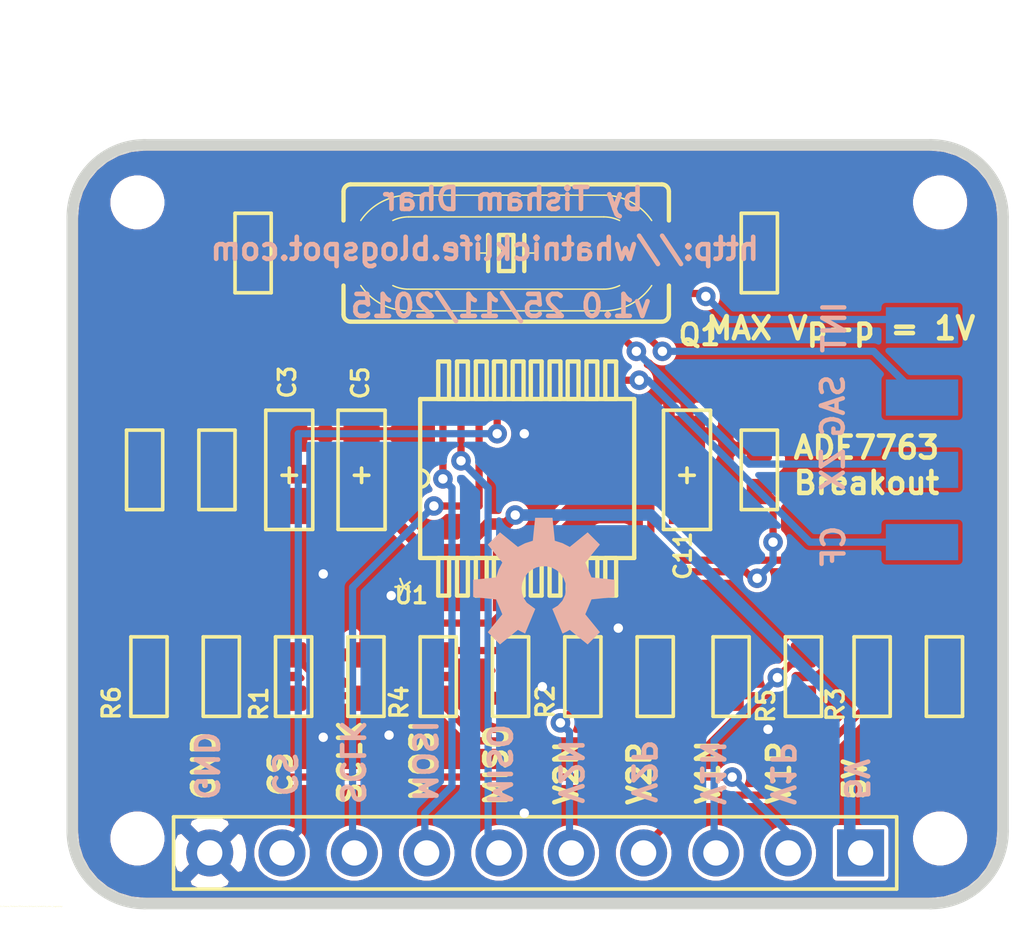
<source format=kicad_pcb>
(kicad_pcb (version 20171130) (host pcbnew "(5.1.5)-3")

  (general
    (thickness 1.6)
    (drawings 34)
    (tracks 232)
    (zones 0)
    (modules 32)
    (nets 24)
  )

  (page A4)
  (layers
    (0 Top signal)
    (31 Bottom signal)
    (32 B.Adhes user)
    (33 F.Adhes user)
    (34 B.Paste user)
    (35 F.Paste user)
    (36 B.SilkS user)
    (37 F.SilkS user)
    (38 B.Mask user)
    (39 F.Mask user)
    (40 Dwgs.User user)
    (41 Cmts.User user)
    (42 Eco1.User user)
    (43 Eco2.User user)
    (44 Edge.Cuts user)
    (45 Margin user)
    (46 B.CrtYd user)
    (47 F.CrtYd user)
    (48 B.Fab user)
    (49 F.Fab user)
  )

  (setup
    (last_trace_width 0.25)
    (trace_clearance 0.1524)
    (zone_clearance 0.508)
    (zone_45_only no)
    (trace_min 0.2)
    (via_size 0.8)
    (via_drill 0.4)
    (via_min_size 0.4)
    (via_min_drill 0.3)
    (uvia_size 0.3)
    (uvia_drill 0.1)
    (uvias_allowed no)
    (uvia_min_size 0.2)
    (uvia_min_drill 0.1)
    (edge_width 0.05)
    (segment_width 0.2)
    (pcb_text_width 0.3)
    (pcb_text_size 1.5 1.5)
    (mod_edge_width 0.12)
    (mod_text_size 1 1)
    (mod_text_width 0.15)
    (pad_size 1.524 1.524)
    (pad_drill 0.762)
    (pad_to_mask_clearance 0.051)
    (solder_mask_min_width 0.25)
    (aux_axis_origin 0 0)
    (visible_elements 7FFFFFFF)
    (pcbplotparams
      (layerselection 0x010fc_ffffffff)
      (usegerberextensions false)
      (usegerberattributes false)
      (usegerberadvancedattributes false)
      (creategerberjobfile false)
      (excludeedgelayer true)
      (linewidth 0.100000)
      (plotframeref false)
      (viasonmask false)
      (mode 1)
      (useauxorigin false)
      (hpglpennumber 1)
      (hpglpenspeed 20)
      (hpglpendiameter 15.000000)
      (psnegative false)
      (psa4output false)
      (plotreference true)
      (plotvalue true)
      (plotinvisibletext false)
      (padsonsilk false)
      (subtractmaskfromsilk false)
      (outputformat 1)
      (mirror false)
      (drillshape 1)
      (scaleselection 1)
      (outputdirectory ""))
  )

  (net 0 "")
  (net 1 N$4)
  (net 2 N$5)
  (net 3 N$6)
  (net 4 N$7)
  (net 5 N$9)
  (net 6 CLKOUT)
  (net 7 CLKIN)
  (net 8 AGND)
  (net 9 5V)
  (net 10 N$1)
  (net 11 N$2)
  (net 12 V2N)
  (net 13 V2P)
  (net 14 MOSI)
  (net 15 CS)
  (net 16 SCLK)
  (net 17 MISO)
  (net 18 V1P)
  (net 19 V1N)
  (net 20 N$3)
  (net 21 N$8)
  (net 22 N$10)
  (net 23 N$11)

  (net_class Default "This is the default net class."
    (clearance 0.1524)
    (trace_width 0.25)
    (via_dia 0.8)
    (via_drill 0.4)
    (uvia_dia 0.3)
    (uvia_drill 0.1)
    (add_net 5V)
    (add_net AGND)
    (add_net CLKIN)
    (add_net CLKOUT)
    (add_net CS)
    (add_net MISO)
    (add_net MOSI)
    (add_net N$1)
    (add_net N$10)
    (add_net N$11)
    (add_net N$2)
    (add_net N$3)
    (add_net N$4)
    (add_net N$5)
    (add_net N$6)
    (add_net N$7)
    (add_net N$8)
    (add_net N$9)
    (add_net SCLK)
    (add_net V1N)
    (add_net V1P)
    (add_net V2N)
    (add_net V2P)
  )

  (module "" (layer Top) (tedit 0) (tstamp 0)
    (at 134.4421 93.6956)
    (fp_text reference @HOLE0 (at 0 0) (layer F.SilkS) hide
      (effects (font (size 1.27 1.27) (thickness 0.15)))
    )
    (fp_text value "" (at 0 0) (layer F.SilkS)
      (effects (font (size 1.27 1.27) (thickness 0.15)))
    )
    (pad "" np_thru_hole circle (at 0 0) (size 1.6 1.6) (drill 1.6) (layers *.Cu *.Mask))
  )

  (module "" (layer Top) (tedit 0) (tstamp 0)
    (at 162.6361 93.6956)
    (fp_text reference @HOLE1 (at 0 0) (layer F.SilkS) hide
      (effects (font (size 1.27 1.27) (thickness 0.15)))
    )
    (fp_text value "" (at 0 0) (layer F.SilkS)
      (effects (font (size 1.27 1.27) (thickness 0.15)))
    )
    (pad "" np_thru_hole circle (at 0 0) (size 1.6 1.6) (drill 1.6) (layers *.Cu *.Mask))
  )

  (module "" (layer Top) (tedit 0) (tstamp 0)
    (at 134.4421 116.0476)
    (fp_text reference @HOLE2 (at 0 0) (layer F.SilkS) hide
      (effects (font (size 1.27 1.27) (thickness 0.15)))
    )
    (fp_text value "" (at 0 0) (layer F.SilkS)
      (effects (font (size 1.27 1.27) (thickness 0.15)))
    )
    (pad "" np_thru_hole circle (at 0 0) (size 1.6 1.6) (drill 1.6) (layers *.Cu *.Mask))
  )

  (module "" (layer Top) (tedit 0) (tstamp 0)
    (at 162.6361 116.0476)
    (fp_text reference @HOLE3 (at 0 0) (layer F.SilkS) hide
      (effects (font (size 1.27 1.27) (thickness 0.15)))
    )
    (fp_text value "" (at 0 0) (layer F.SilkS)
      (effects (font (size 1.27 1.27) (thickness 0.15)))
    )
    (pad "" np_thru_hole circle (at 0 0) (size 1.6 1.6) (drill 1.6) (layers *.Cu *.Mask))
  )

  (module C0603 (layer Top) (tedit 0) (tstamp 5E3BEE40)
    (at 156.2861 95.4736 270)
    (descr <b>0603<b><p>)
    (fp_text reference C1 (at -1.27 0.254 90) (layer F.Mask)
      (effects (font (size 0.60325 0.60325) (thickness 0.060325)) (justify left bottom))
    )
    (fp_text value 27p (at -1.27 0.1905 90) (layer F.Fab)
      (effects (font (size 0.36195 0.36195) (thickness 0.043434)) (justify left bottom))
    )
    (fp_poly (pts (xy -1.27 0.508) (xy 1.27 0.508) (xy 1.27 -0.508) (xy -1.27 -0.508)) (layer Dwgs.User) (width 0))
    (fp_line (start -1.397 0.635) (end -1.397 -0.635) (layer F.SilkS) (width 0.127))
    (fp_line (start 1.397 0.635) (end -1.397 0.635) (layer F.SilkS) (width 0.127))
    (fp_line (start 1.397 -0.635) (end 1.397 0.635) (layer F.SilkS) (width 0.127))
    (fp_line (start -1.397 -0.635) (end 1.397 -0.635) (layer F.SilkS) (width 0.127))
    (pad 2 smd roundrect (at 0.762 0 270) (size 0.889 0.889) (layers Top F.Paste F.Mask) (roundrect_rratio 0.125)
      (net 8 AGND) (solder_mask_margin 0.0762))
    (pad 1 smd roundrect (at -0.762 0 270) (size 0.889 0.889) (layers Top F.Paste F.Mask) (roundrect_rratio 0.125)
      (net 7 CLKIN) (solder_mask_margin 0.0762))
  )

  (module C0603 (layer Top) (tedit 0) (tstamp 5E3BEE4A)
    (at 162.7885 110.358 270)
    (descr <b>0603<b><p>)
    (fp_text reference C10 (at -1.27 0.254 90) (layer F.Mask)
      (effects (font (size 0.60325 0.60325) (thickness 0.060325)) (justify left bottom))
    )
    (fp_text value 33n (at -1.27 0.1905 90) (layer F.Fab)
      (effects (font (size 0.36195 0.36195) (thickness 0.043434)) (justify left bottom))
    )
    (fp_poly (pts (xy -1.27 0.508) (xy 1.27 0.508) (xy 1.27 -0.508) (xy -1.27 -0.508)) (layer Dwgs.User) (width 0))
    (fp_line (start -1.397 0.635) (end -1.397 -0.635) (layer F.SilkS) (width 0.127))
    (fp_line (start 1.397 0.635) (end -1.397 0.635) (layer F.SilkS) (width 0.127))
    (fp_line (start 1.397 -0.635) (end 1.397 0.635) (layer F.SilkS) (width 0.127))
    (fp_line (start -1.397 -0.635) (end 1.397 -0.635) (layer F.SilkS) (width 0.127))
    (pad 2 smd roundrect (at 0.762 0 270) (size 0.889 0.889) (layers Top F.Paste F.Mask) (roundrect_rratio 0.125)
      (net 3 N$6) (solder_mask_margin 0.0762))
    (pad 1 smd roundrect (at -0.762 0 270) (size 0.889 0.889) (layers Top F.Paste F.Mask) (roundrect_rratio 0.125)
      (net 8 AGND) (solder_mask_margin 0.0762))
  )

  (module AVX-A (layer Top) (tedit 0) (tstamp 5E3BEE54)
    (at 153.7461 103.0936 90)
    (fp_text reference C11 (at -3.9368 0.1934 90) (layer F.SilkS)
      (effects (font (size 0.57912 0.57912) (thickness 0.115824)) (justify left bottom))
    )
    (fp_text value 10u (at -2.362 2 90) (layer F.Fab)
      (effects (font (size 0.9652 0.9652) (thickness 0.077216)) (justify left bottom))
    )
    (fp_poly (pts (xy -2.159 0.889) (xy 2.159 0.889) (xy 2.159 -0.889) (xy -2.159 -0.889)) (layer Dwgs.User) (width 0))
    (fp_line (start -0.1905 0.254) (end -0.1905 -0.254) (layer F.SilkS) (width 0.127))
    (fp_line (start -0.4445 0) (end 0.0635 0) (layer F.SilkS) (width 0.127))
    (fp_line (start -2.0955 0.8255) (end -2.0955 -0.8255) (layer F.SilkS) (width 0.127))
    (fp_line (start 2.0955 0.8255) (end -2.0955 0.8255) (layer F.SilkS) (width 0.127))
    (fp_line (start 2.0955 -0.8255) (end 2.0955 0.8255) (layer F.SilkS) (width 0.127))
    (fp_line (start -2.0955 -0.8255) (end 2.0955 -0.8255) (layer F.SilkS) (width 0.127))
    (pad - smd rect (at 1.27 0 270) (size 1.27 1.27) (layers Top F.Paste F.Mask)
      (net 8 AGND) (solder_mask_margin 0.0762))
    (pad + smd rect (at -1.27 0 90) (size 1.27 1.27) (layers Top F.Paste F.Mask)
      (net 5 N$9) (solder_mask_margin 0.0762))
  )

  (module C0603 (layer Top) (tedit 0) (tstamp 5E3BEE60)
    (at 156.2861 103.0936 270)
    (descr <b>0603<b><p>)
    (fp_text reference C12 (at -1.27 0.254 90) (layer F.Mask)
      (effects (font (size 0.60325 0.60325) (thickness 0.060325)) (justify left bottom))
    )
    (fp_text value 100n (at -1.27 0.1905 90) (layer F.Fab)
      (effects (font (size 0.36195 0.36195) (thickness 0.043434)) (justify left bottom))
    )
    (fp_poly (pts (xy -1.27 0.508) (xy 1.27 0.508) (xy 1.27 -0.508) (xy -1.27 -0.508)) (layer Dwgs.User) (width 0))
    (fp_line (start -1.397 0.635) (end -1.397 -0.635) (layer F.SilkS) (width 0.127))
    (fp_line (start 1.397 0.635) (end -1.397 0.635) (layer F.SilkS) (width 0.127))
    (fp_line (start 1.397 -0.635) (end 1.397 0.635) (layer F.SilkS) (width 0.127))
    (fp_line (start -1.397 -0.635) (end 1.397 -0.635) (layer F.SilkS) (width 0.127))
    (pad 2 smd roundrect (at 0.762 0 270) (size 0.889 0.889) (layers Top F.Paste F.Mask) (roundrect_rratio 0.125)
      (net 5 N$9) (solder_mask_margin 0.0762))
    (pad 1 smd roundrect (at -0.762 0 270) (size 0.889 0.889) (layers Top F.Paste F.Mask) (roundrect_rratio 0.125)
      (net 8 AGND) (solder_mask_margin 0.0762))
  )

  (module C0603 (layer Top) (tedit 0) (tstamp 5E3BEE6A)
    (at 138.5061 95.4736 90)
    (descr <b>0603<b><p>)
    (fp_text reference C2 (at -1.27 0.254 90) (layer F.Mask)
      (effects (font (size 0.60325 0.60325) (thickness 0.060325)) (justify left bottom))
    )
    (fp_text value 27p (at -1.27 0.1905 90) (layer F.Fab)
      (effects (font (size 0.36195 0.36195) (thickness 0.043434)) (justify left bottom))
    )
    (fp_poly (pts (xy -1.27 0.508) (xy 1.27 0.508) (xy 1.27 -0.508) (xy -1.27 -0.508)) (layer Dwgs.User) (width 0))
    (fp_line (start -1.397 0.635) (end -1.397 -0.635) (layer F.SilkS) (width 0.127))
    (fp_line (start 1.397 0.635) (end -1.397 0.635) (layer F.SilkS) (width 0.127))
    (fp_line (start 1.397 -0.635) (end 1.397 0.635) (layer F.SilkS) (width 0.127))
    (fp_line (start -1.397 -0.635) (end 1.397 -0.635) (layer F.SilkS) (width 0.127))
    (pad 2 smd roundrect (at 0.762 0 90) (size 0.889 0.889) (layers Top F.Paste F.Mask) (roundrect_rratio 0.125)
      (net 8 AGND) (solder_mask_margin 0.0762))
    (pad 1 smd roundrect (at -0.762 0 90) (size 0.889 0.889) (layers Top F.Paste F.Mask) (roundrect_rratio 0.125)
      (net 6 CLKOUT) (solder_mask_margin 0.0762))
  )

  (module AVX-A (layer Top) (tedit 0) (tstamp 5E3BEE74)
    (at 139.7761 103.0936 90)
    (fp_text reference C3 (at 2.4386 0.2696 90) (layer F.SilkS)
      (effects (font (size 0.57912 0.57912) (thickness 0.115824)) (justify left bottom))
    )
    (fp_text value 10u (at -2.362 2 90) (layer F.Fab)
      (effects (font (size 0.9652 0.9652) (thickness 0.077216)) (justify left bottom))
    )
    (fp_poly (pts (xy -2.159 0.889) (xy 2.159 0.889) (xy 2.159 -0.889) (xy -2.159 -0.889)) (layer Dwgs.User) (width 0))
    (fp_line (start -0.1905 0.254) (end -0.1905 -0.254) (layer F.SilkS) (width 0.127))
    (fp_line (start -0.4445 0) (end 0.0635 0) (layer F.SilkS) (width 0.127))
    (fp_line (start -2.0955 0.8255) (end -2.0955 -0.8255) (layer F.SilkS) (width 0.127))
    (fp_line (start 2.0955 0.8255) (end -2.0955 0.8255) (layer F.SilkS) (width 0.127))
    (fp_line (start 2.0955 -0.8255) (end 2.0955 0.8255) (layer F.SilkS) (width 0.127))
    (fp_line (start -2.0955 -0.8255) (end 2.0955 -0.8255) (layer F.SilkS) (width 0.127))
    (pad - smd rect (at 1.27 0 270) (size 1.27 1.27) (layers Top F.Paste F.Mask)
      (net 8 AGND) (solder_mask_margin 0.0762))
    (pad + smd rect (at -1.27 0 90) (size 1.27 1.27) (layers Top F.Paste F.Mask)
      (net 9 5V) (solder_mask_margin 0.0762))
  )

  (module C0603 (layer Top) (tedit 0) (tstamp 5E3BEE80)
    (at 134.6961 103.0936 270)
    (descr <b>0603<b><p>)
    (fp_text reference C4 (at -1.27 0.254 90) (layer F.Mask)
      (effects (font (size 0.60325 0.60325) (thickness 0.060325)) (justify left bottom))
    )
    (fp_text value 100n (at -1.27 0.1905 90) (layer F.Fab)
      (effects (font (size 0.36195 0.36195) (thickness 0.043434)) (justify left bottom))
    )
    (fp_poly (pts (xy -1.27 0.508) (xy 1.27 0.508) (xy 1.27 -0.508) (xy -1.27 -0.508)) (layer Dwgs.User) (width 0))
    (fp_line (start -1.397 0.635) (end -1.397 -0.635) (layer F.SilkS) (width 0.127))
    (fp_line (start 1.397 0.635) (end -1.397 0.635) (layer F.SilkS) (width 0.127))
    (fp_line (start 1.397 -0.635) (end 1.397 0.635) (layer F.SilkS) (width 0.127))
    (fp_line (start -1.397 -0.635) (end 1.397 -0.635) (layer F.SilkS) (width 0.127))
    (pad 2 smd roundrect (at 0.762 0 270) (size 0.889 0.889) (layers Top F.Paste F.Mask) (roundrect_rratio 0.125)
      (net 9 5V) (solder_mask_margin 0.0762))
    (pad 1 smd roundrect (at -0.762 0 270) (size 0.889 0.889) (layers Top F.Paste F.Mask) (roundrect_rratio 0.125)
      (net 8 AGND) (solder_mask_margin 0.0762))
  )

  (module AVX-A (layer Top) (tedit 0) (tstamp 5E3BEE8A)
    (at 142.3161 103.0936 90)
    (fp_text reference C5 (at 2.4132 0.295 90) (layer F.SilkS)
      (effects (font (size 0.57912 0.57912) (thickness 0.115824)) (justify left bottom))
    )
    (fp_text value 10u (at -2.362 2 90) (layer F.Fab)
      (effects (font (size 0.9652 0.9652) (thickness 0.077216)) (justify left bottom))
    )
    (fp_poly (pts (xy -2.159 0.889) (xy 2.159 0.889) (xy 2.159 -0.889) (xy -2.159 -0.889)) (layer Dwgs.User) (width 0))
    (fp_line (start -0.1905 0.254) (end -0.1905 -0.254) (layer F.SilkS) (width 0.127))
    (fp_line (start -0.4445 0) (end 0.0635 0) (layer F.SilkS) (width 0.127))
    (fp_line (start -2.0955 0.8255) (end -2.0955 -0.8255) (layer F.SilkS) (width 0.127))
    (fp_line (start 2.0955 0.8255) (end -2.0955 0.8255) (layer F.SilkS) (width 0.127))
    (fp_line (start 2.0955 -0.8255) (end 2.0955 0.8255) (layer F.SilkS) (width 0.127))
    (fp_line (start -2.0955 -0.8255) (end 2.0955 -0.8255) (layer F.SilkS) (width 0.127))
    (pad - smd rect (at 1.27 0 270) (size 1.27 1.27) (layers Top F.Paste F.Mask)
      (net 8 AGND) (solder_mask_margin 0.0762))
    (pad + smd rect (at -1.27 0 90) (size 1.27 1.27) (layers Top F.Paste F.Mask)
      (net 9 5V) (solder_mask_margin 0.0762))
  )

  (module C0603 (layer Top) (tedit 0) (tstamp 5E3BEE96)
    (at 137.2361 103.0936 270)
    (descr <b>0603<b><p>)
    (fp_text reference C6 (at -1.27 0.254 90) (layer F.Mask)
      (effects (font (size 0.60325 0.60325) (thickness 0.060325)) (justify left bottom))
    )
    (fp_text value 100n (at -1.27 0.1905 90) (layer F.Fab)
      (effects (font (size 0.36195 0.36195) (thickness 0.043434)) (justify left bottom))
    )
    (fp_poly (pts (xy -1.27 0.508) (xy 1.27 0.508) (xy 1.27 -0.508) (xy -1.27 -0.508)) (layer Dwgs.User) (width 0))
    (fp_line (start -1.397 0.635) (end -1.397 -0.635) (layer F.SilkS) (width 0.127))
    (fp_line (start 1.397 0.635) (end -1.397 0.635) (layer F.SilkS) (width 0.127))
    (fp_line (start 1.397 -0.635) (end 1.397 0.635) (layer F.SilkS) (width 0.127))
    (fp_line (start -1.397 -0.635) (end 1.397 -0.635) (layer F.SilkS) (width 0.127))
    (pad 2 smd roundrect (at 0.762 0 270) (size 0.889 0.889) (layers Top F.Paste F.Mask) (roundrect_rratio 0.125)
      (net 9 5V) (solder_mask_margin 0.0762))
    (pad 1 smd roundrect (at -0.762 0 270) (size 0.889 0.889) (layers Top F.Paste F.Mask) (roundrect_rratio 0.125)
      (net 8 AGND) (solder_mask_margin 0.0762))
  )

  (module C0603 (layer Top) (tedit 0) (tstamp 5E3BEEA0)
    (at 152.6285 110.358 90)
    (descr <b>0603<b><p>)
    (fp_text reference C7 (at -1.27 0.254 90) (layer F.Mask)
      (effects (font (size 0.60325 0.60325) (thickness 0.060325)) (justify left bottom))
    )
    (fp_text value 33n (at -1.27 0.1905 90) (layer F.Fab)
      (effects (font (size 0.36195 0.36195) (thickness 0.043434)) (justify left bottom))
    )
    (fp_poly (pts (xy -1.27 0.508) (xy 1.27 0.508) (xy 1.27 -0.508) (xy -1.27 -0.508)) (layer Dwgs.User) (width 0))
    (fp_line (start -1.397 0.635) (end -1.397 -0.635) (layer F.SilkS) (width 0.127))
    (fp_line (start 1.397 0.635) (end -1.397 0.635) (layer F.SilkS) (width 0.127))
    (fp_line (start 1.397 -0.635) (end 1.397 0.635) (layer F.SilkS) (width 0.127))
    (fp_line (start -1.397 -0.635) (end 1.397 -0.635) (layer F.SilkS) (width 0.127))
    (pad 2 smd roundrect (at 0.762 0 90) (size 0.889 0.889) (layers Top F.Paste F.Mask) (roundrect_rratio 0.125)
      (net 1 N$4) (solder_mask_margin 0.0762))
    (pad 1 smd roundrect (at -0.762 0 90) (size 0.889 0.889) (layers Top F.Paste F.Mask) (roundrect_rratio 0.125)
      (net 8 AGND) (solder_mask_margin 0.0762))
  )

  (module C0603 (layer Top) (tedit 0) (tstamp 5E3BEEAA)
    (at 147.5485 110.358 90)
    (descr <b>0603<b><p>)
    (fp_text reference C8 (at -1.651 -0.889 90) (layer F.Mask)
      (effects (font (size 0.57912 0.57912) (thickness 0.115824)) (justify left bottom))
    )
    (fp_text value 33n (at -1.27 0.1905 90) (layer F.Fab)
      (effects (font (size 0.36195 0.36195) (thickness 0.043434)) (justify left bottom))
    )
    (fp_poly (pts (xy -1.27 0.508) (xy 1.27 0.508) (xy 1.27 -0.508) (xy -1.27 -0.508)) (layer Dwgs.User) (width 0))
    (fp_line (start -1.397 0.635) (end -1.397 -0.635) (layer F.SilkS) (width 0.127))
    (fp_line (start 1.397 0.635) (end -1.397 0.635) (layer F.SilkS) (width 0.127))
    (fp_line (start 1.397 -0.635) (end 1.397 0.635) (layer F.SilkS) (width 0.127))
    (fp_line (start -1.397 -0.635) (end 1.397 -0.635) (layer F.SilkS) (width 0.127))
    (pad 2 smd roundrect (at 0.762 0 90) (size 0.889 0.889) (layers Top F.Paste F.Mask) (roundrect_rratio 0.125)
      (net 2 N$5) (solder_mask_margin 0.0762))
    (pad 1 smd roundrect (at -0.762 0 90) (size 0.889 0.889) (layers Top F.Paste F.Mask) (roundrect_rratio 0.125)
      (net 8 AGND) (solder_mask_margin 0.0762))
  )

  (module C0603 (layer Top) (tedit 0) (tstamp 5E3BEEB4)
    (at 142.4685 110.358 270)
    (descr <b>0603<b><p>)
    (fp_text reference C9 (at -1.27 0.254 90) (layer F.Mask)
      (effects (font (size 0.60325 0.60325) (thickness 0.060325)) (justify left bottom))
    )
    (fp_text value 33n (at -1.27 0.1905 90) (layer F.Fab)
      (effects (font (size 0.36195 0.36195) (thickness 0.043434)) (justify left bottom))
    )
    (fp_poly (pts (xy -1.27 0.508) (xy 1.27 0.508) (xy 1.27 -0.508) (xy -1.27 -0.508)) (layer Dwgs.User) (width 0))
    (fp_line (start -1.397 0.635) (end -1.397 -0.635) (layer F.SilkS) (width 0.127))
    (fp_line (start 1.397 0.635) (end -1.397 0.635) (layer F.SilkS) (width 0.127))
    (fp_line (start 1.397 -0.635) (end 1.397 0.635) (layer F.SilkS) (width 0.127))
    (fp_line (start -1.397 -0.635) (end 1.397 -0.635) (layer F.SilkS) (width 0.127))
    (pad 2 smd roundrect (at 0.762 0 270) (size 0.889 0.889) (layers Top F.Paste F.Mask) (roundrect_rratio 0.125)
      (net 4 N$7) (solder_mask_margin 0.0762))
    (pad 1 smd roundrect (at -0.762 0 270) (size 0.889 0.889) (layers Top F.Paste F.Mask) (roundrect_rratio 0.125)
      (net 8 AGND) (solder_mask_margin 0.0762))
  )

  (module HC49UP (layer Top) (tedit 0) (tstamp 5E3BEEBE)
    (at 147.3961 95.4736 180)
    (descr <b>CRYSTAL</b>)
    (fp_text reference Q1 (at -5.969 -3.302) (layer F.SilkS)
      (effects (font (size 0.7239 0.7239) (thickness 0.14478)) (justify left bottom))
    )
    (fp_text value 3.58MHz (at -5.715 4.191) (layer F.Fab)
      (effects (font (size 1.2065 1.2065) (thickness 0.12065)) (justify left bottom))
    )
    (fp_poly (pts (xy -6.604 3.048) (xy 6.604 3.048) (xy 6.604 -3.048) (xy -6.604 -3.048)) (layer Dwgs.User) (width 0))
    (fp_line (start 0.635 0) (end 1.016 0) (layer F.SilkS) (width 0.0508))
    (fp_line (start 0.635 0) (end 0.635 0.635) (layer F.SilkS) (width 0.1524))
    (fp_line (start 0.635 -0.635) (end 0.635 0) (layer F.SilkS) (width 0.1524))
    (fp_line (start -0.635 0) (end -1.016 0) (layer F.SilkS) (width 0.0508))
    (fp_line (start -0.635 0) (end -0.635 0.635) (layer F.SilkS) (width 0.1524))
    (fp_line (start -0.635 -0.635) (end -0.635 0) (layer F.SilkS) (width 0.1524))
    (fp_line (start 0.254 -0.635) (end -0.254 -0.635) (layer F.SilkS) (width 0.1524))
    (fp_line (start 0.254 0.635) (end 0.254 -0.635) (layer F.SilkS) (width 0.1524))
    (fp_line (start -0.254 0.635) (end 0.254 0.635) (layer F.SilkS) (width 0.1524))
    (fp_line (start -0.254 -0.635) (end -0.254 0.635) (layer F.SilkS) (width 0.1524))
    (fp_arc (start -5.461 -2.159) (end -5.715 -2.159) (angle 90) (layer F.SilkS) (width 0.1524))
    (fp_arc (start 5.461 -2.159) (end 5.461 -2.413) (angle 90) (layer F.SilkS) (width 0.1524))
    (fp_line (start 5.461 -2.413) (end -5.461 -2.413) (layer F.SilkS) (width 0.1524))
    (fp_line (start -3.429 -2.032) (end 3.429 -2.032) (layer F.SilkS) (width 0.0508))
    (fp_line (start -5.715 -0.381) (end -6.477 -0.381) (layer F.Fab) (width 0.1524))
    (fp_line (start -5.715 0.381) (end -6.477 0.381) (layer F.Fab) (width 0.1524))
    (fp_arc (start -5.461 2.159) (end -5.715 2.159) (angle -90) (layer F.SilkS) (width 0.1524))
    (fp_line (start -5.715 2.159) (end -5.715 1.143) (layer F.SilkS) (width 0.1524))
    (fp_line (start -5.715 -0.381) (end -5.715 -1.143) (layer F.Fab) (width 0.1524))
    (fp_line (start -5.715 0.381) (end -5.715 -0.381) (layer F.Fab) (width 0.1524))
    (fp_line (start -5.715 1.143) (end -5.715 0.381) (layer F.Fab) (width 0.1524))
    (fp_arc (start -3.429 0) (end -5.1091 1.143) (angle 68.456213) (layer F.Fab) (width 0.0508))
    (fp_line (start -6.477 0.381) (end -6.477 -0.381) (layer F.Fab) (width 0.1524))
    (fp_arc (start -3.429019 0) (end -3.9826 -1.143) (angle 25.842828) (layer F.SilkS) (width 0.0508))
    (fp_arc (start -3.429019 0) (end -3.9826 1.143) (angle -25.842828) (layer F.SilkS) (width 0.0508))
    (fp_arc (start -3.429 0) (end -3.9826 1.143) (angle 128.314524) (layer F.Fab) (width 0.0508))
    (fp_arc (start -3.429047 0) (end -5.1091 1.143) (angle -55.772485) (layer F.SilkS) (width 0.0508))
    (fp_arc (start 3.429 0) (end 5.1091 1.143) (angle -68.456213) (layer F.Fab) (width 0.0508))
    (fp_arc (start 3.429 0) (end 3.9826 1.143) (angle -128.314524) (layer F.Fab) (width 0.0508))
    (fp_arc (start 3.428879 0) (end 3.429 2.032) (angle -55.771157) (layer F.SilkS) (width 0.0508))
    (fp_arc (start 3.429019 0) (end 3.429 -1.27) (angle 25.842828) (layer F.SilkS) (width 0.0508))
    (fp_arc (start 3.429019 0) (end 3.429 1.27) (angle -25.842828) (layer F.SilkS) (width 0.0508))
    (fp_line (start 5.715 2.159) (end 5.715 1.143) (layer F.SilkS) (width 0.1524))
    (fp_line (start 5.715 1.143) (end 5.715 -1.143) (layer F.Fab) (width 0.1524))
    (fp_arc (start 5.461 2.159) (end 5.461 2.413) (angle -90) (layer F.SilkS) (width 0.1524))
    (fp_line (start 6.477 0.381) (end 6.477 -0.381) (layer F.Fab) (width 0.1524))
    (fp_line (start 5.715 -0.381) (end 6.477 -0.381) (layer F.Fab) (width 0.1524))
    (fp_line (start 5.715 0.381) (end 6.477 0.381) (layer F.Fab) (width 0.1524))
    (fp_line (start 5.461 2.413) (end -5.461 2.413) (layer F.SilkS) (width 0.1524))
    (fp_line (start -3.429 -1.27) (end 3.429 -1.27) (layer F.SilkS) (width 0.0508))
    (fp_line (start 3.429 2.032) (end -3.429 2.032) (layer F.SilkS) (width 0.0508))
    (fp_line (start 3.429 1.27) (end -3.429 1.27) (layer F.SilkS) (width 0.0508))
    (fp_line (start 5.715 -1.143) (end 5.715 -2.159) (layer F.SilkS) (width 0.1524))
    (fp_arc (start 3.429047 0) (end 3.429 -2.032) (angle 55.772485) (layer F.SilkS) (width 0.0508))
    (fp_line (start -5.715 -1.143) (end -5.715 -2.159) (layer F.SilkS) (width 0.1524))
    (fp_arc (start -3.428926 0) (end -5.1091 -1.143) (angle 55.770993) (layer F.SilkS) (width 0.0508))
    (pad 2 smd rect (at 4.826 0 180) (size 5.334 1.9304) (layers Top F.Paste F.Mask)
      (net 6 CLKOUT) (solder_mask_margin 0.0762))
    (pad 1 smd rect (at -4.826 0 180) (size 5.334 1.9304) (layers Top F.Paste F.Mask)
      (net 7 CLKIN) (solder_mask_margin 0.0762))
  )

  (module RS_20-M (layer Top) (tedit 0) (tstamp 5E3BEEF2)
    (at 148.1327 103.3984 90)
    (fp_text reference U1 (at -4.445 -4.7244) (layer F.SilkS)
      (effects (font (size 0.57912 0.57912) (thickness 0.115824)) (justify left bottom))
    )
    (fp_text value ADE7763ARSZSSOP20 (at 14.2444 -14.7827 180) (layer F.Fab)
      (effects (font (size 1.97866 1.97866) (thickness 0.197866)) (justify left bottom))
    )
    (fp_text user * (at -4.318 -3.2766 90) (layer F.SilkS)
      (effects (font (size 1.2065 1.2065) (thickness 0.0762)) (justify left bottom))
    )
    (fp_arc (start 0 -3.7592) (end 0.3048 -3.7592) (angle 180) (layer F.SilkS) (width 0.12))
    (fp_line (start -2.794 -3.7592) (end -2.794 3.7592) (layer F.SilkS) (width 0.1524))
    (fp_line (start -0.3048 -3.7592) (end -2.794 -3.7592) (layer F.SilkS) (width 0.1524))
    (fp_line (start 0.3048 -3.7592) (end -0.3048 -3.7592) (layer F.SilkS) (width 0.1524))
    (fp_line (start 2.794 -3.7592) (end 0.3048 -3.7592) (layer F.SilkS) (width 0.1524))
    (fp_line (start 2.794 3.7592) (end 2.794 -3.7592) (layer F.SilkS) (width 0.1524))
    (fp_line (start -2.794 3.7592) (end 2.794 3.7592) (layer F.SilkS) (width 0.1524))
    (fp_line (start 4.1148 -3.1242) (end 2.794 -3.1242) (layer F.SilkS) (width 0.1524))
    (fp_line (start 4.1148 -2.7432) (end 4.1148 -3.1242) (layer F.SilkS) (width 0.1524))
    (fp_line (start 2.794 -2.7432) (end 4.1148 -2.7432) (layer F.SilkS) (width 0.1524))
    (fp_line (start 2.794 -3.1242) (end 2.794 -2.7432) (layer F.SilkS) (width 0.1524))
    (fp_line (start 4.1148 -2.4638) (end 2.794 -2.4638) (layer F.SilkS) (width 0.1524))
    (fp_line (start 4.1148 -2.0828) (end 4.1148 -2.4638) (layer F.SilkS) (width 0.1524))
    (fp_line (start 2.794 -2.0828) (end 4.1148 -2.0828) (layer F.SilkS) (width 0.1524))
    (fp_line (start 2.794 -2.4638) (end 2.794 -2.0828) (layer F.SilkS) (width 0.1524))
    (fp_line (start 4.1148 -1.8034) (end 2.794 -1.8034) (layer F.SilkS) (width 0.1524))
    (fp_line (start 4.1148 -1.4224) (end 4.1148 -1.8034) (layer F.SilkS) (width 0.1524))
    (fp_line (start 2.794 -1.4224) (end 4.1148 -1.4224) (layer F.SilkS) (width 0.1524))
    (fp_line (start 2.794 -1.8034) (end 2.794 -1.4224) (layer F.SilkS) (width 0.1524))
    (fp_line (start 4.1148 -1.1684) (end 2.794 -1.1684) (layer F.SilkS) (width 0.1524))
    (fp_line (start 4.1148 -0.7874) (end 4.1148 -1.1684) (layer F.SilkS) (width 0.1524))
    (fp_line (start 2.794 -0.7874) (end 4.1148 -0.7874) (layer F.SilkS) (width 0.1524))
    (fp_line (start 2.794 -1.1684) (end 2.794 -0.7874) (layer F.SilkS) (width 0.1524))
    (fp_line (start 4.1148 -0.508) (end 2.794 -0.508) (layer F.SilkS) (width 0.1524))
    (fp_line (start 4.1148 -0.127) (end 4.1148 -0.508) (layer F.SilkS) (width 0.1524))
    (fp_line (start 2.794 -0.127) (end 4.1148 -0.127) (layer F.SilkS) (width 0.1524))
    (fp_line (start 2.794 -0.508) (end 2.794 -0.127) (layer F.SilkS) (width 0.1524))
    (fp_line (start 4.1148 0.127) (end 2.794 0.127) (layer F.SilkS) (width 0.1524))
    (fp_line (start 4.1148 0.508) (end 4.1148 0.127) (layer F.SilkS) (width 0.1524))
    (fp_line (start 2.794 0.508) (end 4.1148 0.508) (layer F.SilkS) (width 0.1524))
    (fp_line (start 2.794 0.127) (end 2.794 0.508) (layer F.SilkS) (width 0.1524))
    (fp_line (start 4.1148 0.7874) (end 2.794 0.7874) (layer F.SilkS) (width 0.1524))
    (fp_line (start 4.1148 1.1684) (end 4.1148 0.7874) (layer F.SilkS) (width 0.1524))
    (fp_line (start 2.794 1.1684) (end 4.1148 1.1684) (layer F.SilkS) (width 0.1524))
    (fp_line (start 2.794 0.7874) (end 2.794 1.1684) (layer F.SilkS) (width 0.1524))
    (fp_line (start 4.1148 1.4224) (end 2.794 1.4224) (layer F.SilkS) (width 0.1524))
    (fp_line (start 4.1148 1.8034) (end 4.1148 1.4224) (layer F.SilkS) (width 0.1524))
    (fp_line (start 2.794 1.8034) (end 4.1148 1.8034) (layer F.SilkS) (width 0.1524))
    (fp_line (start 2.794 1.4224) (end 2.794 1.8034) (layer F.SilkS) (width 0.1524))
    (fp_line (start 4.1148 2.0828) (end 2.794 2.0828) (layer F.SilkS) (width 0.1524))
    (fp_line (start 4.1148 2.4638) (end 4.1148 2.0828) (layer F.SilkS) (width 0.1524))
    (fp_line (start 2.794 2.4638) (end 4.1148 2.4638) (layer F.SilkS) (width 0.1524))
    (fp_line (start 2.794 2.0828) (end 2.794 2.4638) (layer F.SilkS) (width 0.1524))
    (fp_line (start 4.1148 2.7432) (end 2.794 2.7432) (layer F.SilkS) (width 0.1524))
    (fp_line (start 4.1148 3.1242) (end 4.1148 2.7432) (layer F.SilkS) (width 0.1524))
    (fp_line (start 2.794 3.1242) (end 4.1148 3.1242) (layer F.SilkS) (width 0.1524))
    (fp_line (start 2.794 2.7432) (end 2.794 3.1242) (layer F.SilkS) (width 0.1524))
    (fp_line (start -4.1148 3.1242) (end -2.794 3.1242) (layer F.SilkS) (width 0.1524))
    (fp_line (start -4.1148 2.7432) (end -4.1148 3.1242) (layer F.SilkS) (width 0.1524))
    (fp_line (start -2.794 2.7432) (end -4.1148 2.7432) (layer F.SilkS) (width 0.1524))
    (fp_line (start -2.794 3.1242) (end -2.794 2.7432) (layer F.SilkS) (width 0.1524))
    (fp_line (start -4.1148 2.4638) (end -2.794 2.4638) (layer F.SilkS) (width 0.1524))
    (fp_line (start -4.1148 2.0828) (end -4.1148 2.4638) (layer F.SilkS) (width 0.1524))
    (fp_line (start -2.794 2.0828) (end -4.1148 2.0828) (layer F.SilkS) (width 0.1524))
    (fp_line (start -2.794 2.4638) (end -2.794 2.0828) (layer F.SilkS) (width 0.1524))
    (fp_line (start -4.1148 1.8034) (end -2.794 1.8034) (layer F.SilkS) (width 0.1524))
    (fp_line (start -4.1148 1.4224) (end -4.1148 1.8034) (layer F.SilkS) (width 0.1524))
    (fp_line (start -2.794 1.4224) (end -4.1148 1.4224) (layer F.SilkS) (width 0.1524))
    (fp_line (start -2.794 1.8034) (end -2.794 1.4224) (layer F.SilkS) (width 0.1524))
    (fp_line (start -4.1148 1.1684) (end -2.794 1.1684) (layer F.SilkS) (width 0.1524))
    (fp_line (start -4.1148 0.7874) (end -4.1148 1.1684) (layer F.SilkS) (width 0.1524))
    (fp_line (start -2.794 0.7874) (end -4.1148 0.7874) (layer F.SilkS) (width 0.1524))
    (fp_line (start -2.794 1.1684) (end -2.794 0.7874) (layer F.SilkS) (width 0.1524))
    (fp_line (start -4.1148 0.508) (end -2.794 0.508) (layer F.SilkS) (width 0.1524))
    (fp_line (start -4.1148 0.127) (end -4.1148 0.508) (layer F.SilkS) (width 0.1524))
    (fp_line (start -2.794 0.127) (end -4.1148 0.127) (layer F.SilkS) (width 0.1524))
    (fp_line (start -2.794 0.508) (end -2.794 0.127) (layer F.SilkS) (width 0.1524))
    (fp_line (start -4.1148 -0.127) (end -2.794 -0.127) (layer F.SilkS) (width 0.1524))
    (fp_line (start -4.1148 -0.508) (end -4.1148 -0.127) (layer F.SilkS) (width 0.1524))
    (fp_line (start -2.794 -0.508) (end -4.1148 -0.508) (layer F.SilkS) (width 0.1524))
    (fp_line (start -2.794 -0.127) (end -2.794 -0.508) (layer F.SilkS) (width 0.1524))
    (fp_line (start -4.1148 -0.7874) (end -2.794 -0.7874) (layer F.SilkS) (width 0.1524))
    (fp_line (start -4.1148 -1.1684) (end -4.1148 -0.7874) (layer F.SilkS) (width 0.1524))
    (fp_line (start -2.794 -1.1684) (end -4.1148 -1.1684) (layer F.SilkS) (width 0.1524))
    (fp_line (start -2.794 -0.7874) (end -2.794 -1.1684) (layer F.SilkS) (width 0.1524))
    (fp_line (start -4.1148 -1.4224) (end -2.794 -1.4224) (layer F.SilkS) (width 0.1524))
    (fp_line (start -4.1148 -1.8034) (end -4.1148 -1.4224) (layer F.SilkS) (width 0.1524))
    (fp_line (start -2.794 -1.8034) (end -4.1148 -1.8034) (layer F.SilkS) (width 0.1524))
    (fp_line (start -2.794 -1.4224) (end -2.794 -1.8034) (layer F.SilkS) (width 0.1524))
    (fp_line (start -4.1148 -2.0828) (end -2.794 -2.0828) (layer F.SilkS) (width 0.1524))
    (fp_line (start -4.1148 -2.4638) (end -4.1148 -2.0828) (layer F.SilkS) (width 0.1524))
    (fp_line (start -2.794 -2.4638) (end -4.1148 -2.4638) (layer F.SilkS) (width 0.1524))
    (fp_line (start -2.794 -2.0828) (end -2.794 -2.4638) (layer F.SilkS) (width 0.1524))
    (fp_line (start -4.1148 -2.7432) (end -2.794 -2.7432) (layer F.SilkS) (width 0.1524))
    (fp_line (start -4.1148 -3.1242) (end -4.1148 -2.7432) (layer F.SilkS) (width 0.1524))
    (fp_line (start -2.794 -3.1242) (end -4.1148 -3.1242) (layer F.SilkS) (width 0.1524))
    (fp_line (start -2.794 -2.7432) (end -2.794 -3.1242) (layer F.SilkS) (width 0.1524))
    (fp_text user * (at -4.318 -3.2766 90) (layer F.Fab)
      (effects (font (size 1.2065 1.2065) (thickness 0.0762)) (justify left bottom))
    )
    (fp_line (start 4.9276 -3.1242) (end 5.1816 -3.1242) (layer F.Fab) (width 0.1524))
    (fp_line (start 4.9276 -2.7432) (end 4.9276 -3.1242) (layer F.Fab) (width 0.1524))
    (fp_line (start 5.1816 -2.7432) (end 4.9276 -2.7432) (layer F.Fab) (width 0.1524))
    (fp_line (start 5.1816 -3.1242) (end 5.1816 -2.7432) (layer F.Fab) (width 0.1524))
    (fp_line (start -4.9276 2.7432) (end -5.1816 2.7432) (layer F.Fab) (width 0.1524))
    (fp_line (start -4.9276 3.1242) (end -4.9276 2.7432) (layer F.Fab) (width 0.1524))
    (fp_line (start -5.1816 3.1242) (end -4.9276 3.1242) (layer F.Fab) (width 0.1524))
    (fp_line (start -5.1816 2.7432) (end -5.1816 3.1242) (layer F.Fab) (width 0.1524))
    (fp_arc (start 0 -3.7592) (end 0.3048 -3.7592) (angle 180) (layer F.Fab) (width 0.1))
    (fp_line (start -0.3048 -3.7592) (end -2.794 -3.7592) (layer F.Fab) (width 0.1524))
    (fp_line (start 0.3048 -3.7592) (end -0.3048 -3.7592) (layer F.Fab) (width 0.1524))
    (fp_line (start 2.794 -3.7592) (end 0.3048 -3.7592) (layer F.Fab) (width 0.1524))
    (fp_line (start -2.794 3.7592) (end 2.794 3.7592) (layer F.Fab) (width 0.1524))
    (pad 20 smd rect (at 3.4798 -2.921 90) (size 2.3622 0.4826) (layers Top F.Paste F.Mask)
      (net 14 MOSI) (solder_mask_margin 0.0762))
    (pad 19 smd rect (at 3.4798 -2.286 90) (size 2.3622 0.4826) (layers Top F.Paste F.Mask)
      (net 17 MISO) (solder_mask_margin 0.0762))
    (pad 18 smd rect (at 3.4798 -1.6256 90) (size 2.3622 0.4826) (layers Top F.Paste F.Mask)
      (net 16 SCLK) (solder_mask_margin 0.0762))
    (pad 17 smd rect (at 3.4798 -0.9652 90) (size 2.3622 0.4826) (layers Top F.Paste F.Mask)
      (net 15 CS) (solder_mask_margin 0.0762))
    (pad 16 smd rect (at 3.4798 -0.3302 90) (size 2.3622 0.4826) (layers Top F.Paste F.Mask)
      (net 6 CLKOUT) (solder_mask_margin 0.0762))
    (pad 15 smd rect (at 3.4798 0.3302 90) (size 2.3622 0.4826) (layers Top F.Paste F.Mask)
      (net 7 CLKIN) (solder_mask_margin 0.0762))
    (pad 14 smd rect (at 3.4798 0.9652 90) (size 2.3622 0.4826) (layers Top F.Paste F.Mask)
      (net 20 N$3) (solder_mask_margin 0.0762))
    (pad 13 smd rect (at 3.4798 1.6256 90) (size 2.3622 0.4826) (layers Top F.Paste F.Mask)
      (net 21 N$8) (solder_mask_margin 0.0762))
    (pad 12 smd rect (at 3.4798 2.286 90) (size 2.3622 0.4826) (layers Top F.Paste F.Mask)
      (net 22 N$10) (solder_mask_margin 0.0762))
    (pad 11 smd rect (at 3.4798 2.921 90) (size 2.3622 0.4826) (layers Top F.Paste F.Mask)
      (net 23 N$11) (solder_mask_margin 0.0762))
    (pad 10 smd rect (at -3.4798 2.921 90) (size 2.3622 0.4826) (layers Top F.Paste F.Mask)
      (net 8 AGND) (solder_mask_margin 0.0762))
    (pad 9 smd rect (at -3.4798 2.286 90) (size 2.3622 0.4826) (layers Top F.Paste F.Mask)
      (net 5 N$9) (solder_mask_margin 0.0762))
    (pad 8 smd rect (at -3.4798 1.6256 90) (size 2.3622 0.4826) (layers Top F.Paste F.Mask)
      (net 8 AGND) (solder_mask_margin 0.0762))
    (pad 7 smd rect (at -3.4798 0.9652 90) (size 2.3622 0.4826) (layers Top F.Paste F.Mask)
      (net 3 N$6) (solder_mask_margin 0.0762))
    (pad 6 smd rect (at -3.4798 0.3302 90) (size 2.3622 0.4826) (layers Top F.Paste F.Mask)
      (net 1 N$4) (solder_mask_margin 0.0762))
    (pad 5 smd rect (at -3.4798 -0.3302 90) (size 2.3622 0.4826) (layers Top F.Paste F.Mask)
      (net 2 N$5) (solder_mask_margin 0.0762))
    (pad 4 smd rect (at -3.4798 -0.9652 90) (size 2.3622 0.4826) (layers Top F.Paste F.Mask)
      (net 4 N$7) (solder_mask_margin 0.0762))
    (pad 3 smd rect (at -3.4798 -1.6256 90) (size 2.3622 0.4826) (layers Top F.Paste F.Mask)
      (net 9 5V) (solder_mask_margin 0.0762))
    (pad 2 smd rect (at -3.4798 -2.286 90) (size 2.3622 0.4826) (layers Top F.Paste F.Mask)
      (net 9 5V) (solder_mask_margin 0.0762))
    (pad 1 smd rect (at -3.4798 -2.921 90) (size 2.3622 0.4826) (layers Top F.Paste F.Mask)
      (net 9 5V) (solder_mask_margin 0.0762))
  )

  (module R0603 (layer Top) (tedit 0) (tstamp 5E3BEF6F)
    (at 139.9285 110.358 90)
    (fp_text reference R1 (at -1.6256 -0.8636 90) (layer F.SilkS)
      (effects (font (size 0.60325 0.60325) (thickness 0.12065)) (justify left bottom))
    )
    (fp_text value 1K (at -1.651 1.4605 90) (layer F.Fab)
      (effects (font (size 0.60325 0.60325) (thickness 0.060325)) (justify left bottom))
    )
    (fp_line (start -1.397 0.635) (end -1.397 -0.635) (layer F.SilkS) (width 0.127))
    (fp_line (start 1.397 0.635) (end -1.397 0.635) (layer F.SilkS) (width 0.127))
    (fp_line (start 1.397 -0.635) (end 1.397 0.635) (layer F.SilkS) (width 0.127))
    (fp_line (start -1.397 -0.635) (end 1.397 -0.635) (layer F.SilkS) (width 0.127))
    (pad 2 smd roundrect (at 0.762 0 90) (size 0.889 0.889) (layers Top F.Paste F.Mask) (roundrect_rratio 0.125)
      (net 4 N$7) (solder_mask_margin 0.0762))
    (pad 1 smd roundrect (at -0.762 0 90) (size 0.889 0.889) (layers Top F.Paste F.Mask) (roundrect_rratio 0.125)
      (net 11 N$2) (solder_mask_margin 0.0762))
  )

  (module R0603 (layer Top) (tedit 0) (tstamp 5E3BEF78)
    (at 150.0885 110.358 90)
    (fp_text reference R2 (at -1.5494 -0.9652 90) (layer F.SilkS)
      (effects (font (size 0.60325 0.60325) (thickness 0.12065)) (justify left bottom))
    )
    (fp_text value 1K (at -1.651 1.4605 90) (layer F.Fab)
      (effects (font (size 0.60325 0.60325) (thickness 0.060325)) (justify left bottom))
    )
    (fp_line (start -1.397 0.635) (end -1.397 -0.635) (layer F.SilkS) (width 0.127))
    (fp_line (start 1.397 0.635) (end -1.397 0.635) (layer F.SilkS) (width 0.127))
    (fp_line (start 1.397 -0.635) (end 1.397 0.635) (layer F.SilkS) (width 0.127))
    (fp_line (start -1.397 -0.635) (end 1.397 -0.635) (layer F.SilkS) (width 0.127))
    (pad 2 smd roundrect (at 0.762 0 90) (size 0.889 0.889) (layers Top F.Paste F.Mask) (roundrect_rratio 0.125)
      (net 1 N$4) (solder_mask_margin 0.0762))
    (pad 1 smd roundrect (at -0.762 0 90) (size 0.889 0.889) (layers Top F.Paste F.Mask) (roundrect_rratio 0.125)
      (net 12 V2N) (solder_mask_margin 0.0762))
  )

  (module R0603 (layer Top) (tedit 0) (tstamp 5E3BEF81)
    (at 160.2485 110.358 90)
    (fp_text reference R3 (at -1.651 -0.9398 90) (layer F.SilkS)
      (effects (font (size 0.60325 0.60325) (thickness 0.12065)) (justify left bottom))
    )
    (fp_text value 1K (at -1.651 1.4605 90) (layer F.Fab)
      (effects (font (size 0.60325 0.60325) (thickness 0.060325)) (justify left bottom))
    )
    (fp_line (start -1.397 0.635) (end -1.397 -0.635) (layer F.SilkS) (width 0.127))
    (fp_line (start 1.397 0.635) (end -1.397 0.635) (layer F.SilkS) (width 0.127))
    (fp_line (start 1.397 -0.635) (end 1.397 0.635) (layer F.SilkS) (width 0.127))
    (fp_line (start -1.397 -0.635) (end 1.397 -0.635) (layer F.SilkS) (width 0.127))
    (pad 2 smd roundrect (at 0.762 0 90) (size 0.889 0.889) (layers Top F.Paste F.Mask) (roundrect_rratio 0.125)
      (net 3 N$6) (solder_mask_margin 0.0762))
    (pad 1 smd roundrect (at -0.762 0 90) (size 0.889 0.889) (layers Top F.Paste F.Mask) (roundrect_rratio 0.125)
      (net 13 V2P) (solder_mask_margin 0.0762))
  )

  (module R0603 (layer Top) (tedit 0) (tstamp 5E3BEF8A)
    (at 145.0085 110.358 90)
    (fp_text reference R4 (at -1.5748 -1.016 90) (layer F.SilkS)
      (effects (font (size 0.60325 0.60325) (thickness 0.12065)) (justify left bottom))
    )
    (fp_text value 1K (at -1.651 1.4605 90) (layer F.Fab)
      (effects (font (size 0.60325 0.60325) (thickness 0.060325)) (justify left bottom))
    )
    (fp_line (start -1.397 0.635) (end -1.397 -0.635) (layer F.SilkS) (width 0.127))
    (fp_line (start 1.397 0.635) (end -1.397 0.635) (layer F.SilkS) (width 0.127))
    (fp_line (start 1.397 -0.635) (end 1.397 0.635) (layer F.SilkS) (width 0.127))
    (fp_line (start -1.397 -0.635) (end 1.397 -0.635) (layer F.SilkS) (width 0.127))
    (pad 2 smd roundrect (at 0.762 0 90) (size 0.889 0.889) (layers Top F.Paste F.Mask) (roundrect_rratio 0.125)
      (net 2 N$5) (solder_mask_margin 0.0762))
    (pad 1 smd roundrect (at -0.762 0 90) (size 0.889 0.889) (layers Top F.Paste F.Mask) (roundrect_rratio 0.125)
      (net 10 N$1) (solder_mask_margin 0.0762))
  )

  (module C0603 (layer Top) (tedit 0) (tstamp 5E3BEF93)
    (at 155.2955 110.358 270)
    (descr <b>0603<b><p>)
    (fp_text reference C13 (at -1.27 0.254 90) (layer F.Mask)
      (effects (font (size 0.60325 0.60325) (thickness 0.060325)) (justify left bottom))
    )
    (fp_text value 33n (at -1.27 0.1905 90) (layer F.Fab)
      (effects (font (size 0.36195 0.36195) (thickness 0.043434)) (justify left bottom))
    )
    (fp_poly (pts (xy -1.27 0.508) (xy 1.27 0.508) (xy 1.27 -0.508) (xy -1.27 -0.508)) (layer Dwgs.User) (width 0))
    (fp_line (start -1.397 0.635) (end -1.397 -0.635) (layer F.SilkS) (width 0.127))
    (fp_line (start 1.397 0.635) (end -1.397 0.635) (layer F.SilkS) (width 0.127))
    (fp_line (start 1.397 -0.635) (end 1.397 0.635) (layer F.SilkS) (width 0.127))
    (fp_line (start -1.397 -0.635) (end 1.397 -0.635) (layer F.SilkS) (width 0.127))
    (pad 2 smd roundrect (at 0.762 0 270) (size 0.889 0.889) (layers Top F.Paste F.Mask) (roundrect_rratio 0.125)
      (net 10 N$1) (solder_mask_margin 0.0762))
    (pad 1 smd roundrect (at -0.762 0 270) (size 0.889 0.889) (layers Top F.Paste F.Mask) (roundrect_rratio 0.125)
      (net 8 AGND) (solder_mask_margin 0.0762))
  )

  (module C0603 (layer Top) (tedit 0) (tstamp 5E3BEF9D)
    (at 137.3885 110.358 270)
    (descr <b>0603<b><p>)
    (fp_text reference C14 (at -1.27 0.254 90) (layer F.Mask)
      (effects (font (size 0.60325 0.60325) (thickness 0.060325)) (justify left bottom))
    )
    (fp_text value 33n (at -1.27 0.1905 90) (layer F.Fab)
      (effects (font (size 0.36195 0.36195) (thickness 0.043434)) (justify left bottom))
    )
    (fp_poly (pts (xy -1.27 0.508) (xy 1.27 0.508) (xy 1.27 -0.508) (xy -1.27 -0.508)) (layer Dwgs.User) (width 0))
    (fp_line (start -1.397 0.635) (end -1.397 -0.635) (layer F.SilkS) (width 0.127))
    (fp_line (start 1.397 0.635) (end -1.397 0.635) (layer F.SilkS) (width 0.127))
    (fp_line (start 1.397 -0.635) (end 1.397 0.635) (layer F.SilkS) (width 0.127))
    (fp_line (start -1.397 -0.635) (end 1.397 -0.635) (layer F.SilkS) (width 0.127))
    (pad 2 smd roundrect (at 0.762 0 270) (size 0.889 0.889) (layers Top F.Paste F.Mask) (roundrect_rratio 0.125)
      (net 11 N$2) (solder_mask_margin 0.0762))
    (pad 1 smd roundrect (at -0.762 0 270) (size 0.889 0.889) (layers Top F.Paste F.Mask) (roundrect_rratio 0.125)
      (net 8 AGND) (solder_mask_margin 0.0762))
  )

  (module R0603 (layer Top) (tedit 0) (tstamp 5E3BEFA7)
    (at 157.8355 110.358 90)
    (fp_text reference R5 (at -1.7018 -0.9652 90) (layer F.SilkS)
      (effects (font (size 0.60325 0.60325) (thickness 0.12065)) (justify left bottom))
    )
    (fp_text value 100 (at -1.651 1.4605 90) (layer F.Fab)
      (effects (font (size 0.60325 0.60325) (thickness 0.060325)) (justify left bottom))
    )
    (fp_line (start -1.397 0.635) (end -1.397 -0.635) (layer F.SilkS) (width 0.127))
    (fp_line (start 1.397 0.635) (end -1.397 0.635) (layer F.SilkS) (width 0.127))
    (fp_line (start 1.397 -0.635) (end 1.397 0.635) (layer F.SilkS) (width 0.127))
    (fp_line (start -1.397 -0.635) (end 1.397 -0.635) (layer F.SilkS) (width 0.127))
    (pad 2 smd roundrect (at 0.762 0 90) (size 0.889 0.889) (layers Top F.Paste F.Mask) (roundrect_rratio 0.125)
      (net 19 V1N) (solder_mask_margin 0.0762))
    (pad 1 smd roundrect (at -0.762 0 90) (size 0.889 0.889) (layers Top F.Paste F.Mask) (roundrect_rratio 0.125)
      (net 10 N$1) (solder_mask_margin 0.0762))
  )

  (module R0603 (layer Top) (tedit 0) (tstamp 5E3BEFB0)
    (at 134.8485 110.358 90)
    (fp_text reference R6 (at -1.6002 -0.9652 90) (layer F.SilkS)
      (effects (font (size 0.60325 0.60325) (thickness 0.12065)) (justify left bottom))
    )
    (fp_text value 100 (at -1.651 1.4605 90) (layer F.Fab)
      (effects (font (size 0.60325 0.60325) (thickness 0.060325)) (justify left bottom))
    )
    (fp_line (start -1.397 0.635) (end -1.397 -0.635) (layer F.SilkS) (width 0.127))
    (fp_line (start 1.397 0.635) (end -1.397 0.635) (layer F.SilkS) (width 0.127))
    (fp_line (start 1.397 -0.635) (end 1.397 0.635) (layer F.SilkS) (width 0.127))
    (fp_line (start -1.397 -0.635) (end 1.397 -0.635) (layer F.SilkS) (width 0.127))
    (pad 2 smd roundrect (at 0.762 0 90) (size 0.889 0.889) (layers Top F.Paste F.Mask) (roundrect_rratio 0.125)
      (net 18 V1P) (solder_mask_margin 0.0762))
    (pad 1 smd roundrect (at -0.762 0 90) (size 0.889 0.889) (layers Top F.Paste F.Mask) (roundrect_rratio 0.125)
      (net 11 N$2) (solder_mask_margin 0.0762))
  )

  (module H10-2.54 (layer Top) (tedit 0) (tstamp 5E3BEFB9)
    (at 148.4121 116.5556 270)
    (fp_text reference J1 (at 0.635 -2.54) (layer F.Mask)
      (effects (font (size 1.2065 1.2065) (thickness 0.12065)) (justify left bottom))
    )
    (fp_text value 10p-2.54 (at 2.54 1.27) (layer F.Fab)
      (effects (font (size 0.84455 0.84455) (thickness 0.0929)) (justify left bottom))
    )
    (fp_poly (pts (xy -1.27 12.7) (xy 1.27 12.7) (xy 1.27 -12.7) (xy -1.27 -12.7)) (layer Dwgs.User) (width 0))
    (fp_line (start -1.27 12.7) (end -1.27 -12.7) (layer Dwgs.User) (width 0.1))
    (fp_line (start 1.27 12.7) (end -1.27 12.7) (layer Dwgs.User) (width 0.1))
    (fp_line (start 1.27 -12.7) (end 1.27 12.7) (layer Dwgs.User) (width 0.1))
    (fp_line (start -1.27 -12.7) (end 1.27 -12.7) (layer Dwgs.User) (width 0.1))
    (fp_line (start -1.27 12.7) (end -1.27 -12.7) (layer F.SilkS) (width 0.127))
    (fp_line (start 1.27 12.7) (end -1.27 12.7) (layer F.SilkS) (width 0.127))
    (fp_line (start 1.27 -12.7) (end 1.27 12.7) (layer F.SilkS) (width 0.127))
    (fp_line (start -1.27 -12.7) (end 1.27 -12.7) (layer F.SilkS) (width 0.127))
    (pad 10 thru_hole circle (at 0 11.43 270) (size 1.651 1.651) (drill 0.889) (layers *.Cu *.Mask)
      (net 8 AGND) (solder_mask_margin 0.0762))
    (pad 9 thru_hole circle (at 0 8.89 270) (size 1.651 1.651) (drill 0.889) (layers *.Cu *.Mask)
      (net 15 CS) (solder_mask_margin 0.0762))
    (pad 8 thru_hole circle (at 0 6.35 270) (size 1.651 1.651) (drill 0.889) (layers *.Cu *.Mask)
      (net 16 SCLK) (solder_mask_margin 0.0762))
    (pad 7 thru_hole circle (at 0 3.81 270) (size 1.651 1.651) (drill 0.889) (layers *.Cu *.Mask)
      (net 14 MOSI) (solder_mask_margin 0.0762))
    (pad 6 thru_hole circle (at 0 1.27 270) (size 1.651 1.651) (drill 0.889) (layers *.Cu *.Mask)
      (net 17 MISO) (solder_mask_margin 0.0762))
    (pad 5 thru_hole circle (at 0 -1.27 270) (size 1.651 1.651) (drill 0.889) (layers *.Cu *.Mask)
      (net 12 V2N) (solder_mask_margin 0.0762))
    (pad 4 thru_hole circle (at 0 -3.81 270) (size 1.651 1.651) (drill 0.889) (layers *.Cu *.Mask)
      (net 13 V2P) (solder_mask_margin 0.0762))
    (pad 3 thru_hole circle (at 0 -6.35 270) (size 1.651 1.651) (drill 0.889) (layers *.Cu *.Mask)
      (net 19 V1N) (solder_mask_margin 0.0762))
    (pad 2 thru_hole circle (at 0 -8.89 270) (size 1.651 1.651) (drill 0.889) (layers *.Cu *.Mask)
      (net 18 V1P) (solder_mask_margin 0.0762))
    (pad 1 thru_hole rect (at 0 -11.43 270) (size 1.651 1.651) (drill 0.889) (layers *.Cu *.Mask)
      (net 9 5V) (solder_mask_margin 0.0762))
  )

  (module OSHW-LOGO-M (layer Bottom) (tedit 0) (tstamp 5E3BEFCF)
    (at 148.7169 107.2592 180)
    (fp_text reference LOGO1 (at 0 0 180) (layer B.SilkS) hide
      (effects (font (size 1.27 1.27) (thickness 0.15)) (justify mirror))
    )
    (fp_text value OSHW-LOGOM (at 0 0 180) (layer B.SilkS) hide
      (effects (font (size 1.27 1.27) (thickness 0.15)) (justify mirror))
    )
    (fp_poly (pts (xy 0.6578 -1.588) (xy 0.9108 -1.4576) (xy 1.5392 -1.97) (xy 1.97 -1.5392)
      (xy 1.4576 -0.9108) (xy 1.6747 -0.3866) (xy 2.4814 -0.3047) (xy 2.4814 0.3047)
      (xy 1.6747 0.3866) (xy 1.58793 0.65772) (xy 1.4576 0.9108) (xy 1.97 1.5392)
      (xy 1.5392 1.97) (xy 0.9108 1.4576) (xy 0.65772 1.58793) (xy 0.3866 1.6747)
      (xy 0.3047 2.4814) (xy -0.3047 2.4814) (xy -0.3866 1.6747) (xy -0.65772 1.58793)
      (xy -0.9108 1.4576) (xy -1.5392 1.97) (xy -1.97 1.5392) (xy -1.4576 0.9108)
      (xy -1.6747 0.3866) (xy -2.4814 0.3047) (xy -2.4814 -0.3047) (xy -1.6747 -0.3866)
      (xy -1.4576 -0.9108) (xy -1.97 -1.5392) (xy -1.5392 -1.97) (xy -0.9108 -1.4576)
      (xy -0.787004 -1.528046) (xy -0.6578 -1.588) (xy -0.299 -0.7218) (xy -0.495664 -0.60394)
      (xy -0.649641 -0.434061) (xy -0.747668 -0.226796) (xy -0.7813 0) (xy -0.75891 0.185699)
      (xy -0.693025 0.360754) (xy -0.58742 0.515133) (xy -0.448147 0.639987) (xy -0.283191 0.728161)
      (xy -0.102004 0.7746) (xy 0.085029 0.776643) (xy 0.267187 0.734173) (xy 0.43403 0.649624)
      (xy 0.575996 0.527842) (xy 0.684949 0.375807) (xy 0.754643 0.202233) (xy 0.781084 0.017067)
      (xy 0.762756 -0.169076) (xy 0.70071 -0.345529) (xy 0.598503 -0.502178) (xy 0.299 -0.7218)) (layer B.SilkS) (width 0))
  )

  (module SMD1,27-2,54 (layer Bottom) (tedit 0) (tstamp 5E3BEFD3)
    (at 162.0011 98.0136 90)
    (descr "<b>SMD PAD</b>")
    (fp_text reference INT (at -1.0538 -2.629 90) (layer B.SilkS)
      (effects (font (size 0.77216 0.77216) (thickness 0.154432)) (justify right bottom mirror))
    )
    (fp_text value WIREPADSMD1,27-254 (at 0 0 90) (layer B.Fab)
      (effects (font (size 0.02413 0.02413) (thickness 0.00193)) (justify right bottom mirror))
    )
    (pad 1 smd rect (at 0 0 90) (size 1.27 2.54) (layers Bottom B.Paste B.Mask)
      (net 20 N$3) (solder_mask_margin 0.0762))
  )

  (module SMD1,27-2,54 (layer Bottom) (tedit 0) (tstamp 5E3BEFD7)
    (at 162.0011 103.0936 90)
    (descr "<b>SMD PAD</b>")
    (fp_text reference ZX (at -0.8252 -2.6798 90) (layer B.SilkS)
      (effects (font (size 0.77216 0.77216) (thickness 0.154432)) (justify right bottom mirror))
    )
    (fp_text value WIREPADSMD1,27-254 (at 0 0 90) (layer B.Fab)
      (effects (font (size 0.02413 0.02413) (thickness 0.00193)) (justify right bottom mirror))
    )
    (pad 1 smd rect (at 0 0 90) (size 1.27 2.54) (layers Bottom B.Paste B.Mask)
      (net 22 N$10) (solder_mask_margin 0.0762))
  )

  (module SMD1,27-2,54 (layer Bottom) (tedit 0) (tstamp 5E3BEFDB)
    (at 162.0011 100.5536 90)
    (descr "<b>SMD PAD</b>")
    (fp_text reference SAG (at -1.4856 -2.6798 90) (layer B.SilkS)
      (effects (font (size 0.77216 0.77216) (thickness 0.154432)) (justify right bottom mirror))
    )
    (fp_text value WIREPADSMD1,27-254 (at 0 0 90) (layer B.Fab)
      (effects (font (size 0.02413 0.02413) (thickness 0.00193)) (justify right bottom mirror))
    )
    (pad 1 smd rect (at 0 0 90) (size 1.27 2.54) (layers Bottom B.Paste B.Mask)
      (net 21 N$8) (solder_mask_margin 0.0762))
  )

  (module SMD1,27-2,54 (layer Bottom) (tedit 0) (tstamp 5E3BEFDF)
    (at 162.0011 105.6336 90)
    (descr "<b>SMD PAD</b>")
    (fp_text reference CF (at -0.9776 -2.6544 90) (layer B.SilkS)
      (effects (font (size 0.77216 0.77216) (thickness 0.154432)) (justify right bottom mirror))
    )
    (fp_text value WIREPADSMD1,27-254 (at 0 0 90) (layer B.Fab)
      (effects (font (size 0.02413 0.02413) (thickness 0.00193)) (justify right bottom mirror))
    )
    (pad 1 smd rect (at 0 0 90) (size 1.27 2.54) (layers Bottom B.Paste B.Mask)
      (net 23 N$11) (solder_mask_margin 0.0762))
  )

  (gr_line (start 132.1561 94.2136) (end 132.1561 115.7936) (layer Edge.Cuts) (width 0.4064) (tstamp 56F7310))
  (gr_arc (start 134.6961 115.7936) (end 132.1561 115.7936) (angle -90) (layer Edge.Cuts) (width 0.4064) (tstamp 56F73B0))
  (gr_line (start 134.6961 118.3336) (end 162.3061 118.3336) (layer Edge.Cuts) (width 0.4064) (tstamp 56F82B0))
  (gr_arc (start 162.3061 115.7936) (end 162.3061 118.3336) (angle -90) (layer Edge.Cuts) (width 0.4064) (tstamp 56F7450))
  (gr_line (start 164.8461 115.7936) (end 164.8461 94.2136) (layer Edge.Cuts) (width 0.4064) (tstamp 56F8850))
  (gr_arc (start 162.3061 94.2136) (end 164.8461 94.2136) (angle -90) (layer Edge.Cuts) (width 0.4064) (tstamp 56F8490))
  (gr_line (start 162.3061 91.6736) (end 134.6961 91.6736) (layer Edge.Cuts) (width 0.4064) (tstamp 56F7950))
  (gr_arc (start 134.6961 94.2136) (end 134.6961 91.6736) (angle -90) (layer Edge.Cuts) (width 0.4064) (tstamp 56F85D0))
  (gr_text 5V (at 160.0961 114.7776 90) (layer F.SilkS) (tstamp 56F8030)
    (effects (font (size 0.77216 0.77216) (thickness 0.16256)) (justify left bottom))
  )
  (gr_text V2P (at 152.5269 114.9554 90) (layer F.SilkS) (tstamp 56F8170)
    (effects (font (size 0.77216 0.77216) (thickness 0.16256)) (justify left bottom))
  )
  (gr_text V2N (at 149.9615 114.9554 90) (layer F.SilkS) (tstamp 56F8990)
    (effects (font (size 0.77216 0.77216) (thickness 0.16256)) (justify left bottom))
  )
  (gr_text MISO (at 147.4977 114.9808 90) (layer F.SilkS) (tstamp 56F8530)
    (effects (font (size 0.77216 0.77216) (thickness 0.16256)) (justify left bottom))
  )
  (gr_text MOSI (at 144.9069 114.8284 90) (layer F.SilkS) (tstamp 56F8C10)
    (effects (font (size 0.77216 0.77216) (thickness 0.16256)) (justify left bottom))
  )
  (gr_text SCLK (at 142.3669 114.93 90) (layer F.SilkS) (tstamp 56F8AD0)
    (effects (font (size 0.77216 0.77216) (thickness 0.16256)) (justify left bottom))
  )
  (gr_text CS (at 139.9285 114.6506 90) (layer F.SilkS) (tstamp 56F8A30)
    (effects (font (size 0.77216 0.77216) (thickness 0.16256)) (justify left bottom))
  )
  (gr_text "ADE7763\nBreakout" (at 157.4037 104.008) (layer F.SilkS) (tstamp 64B8C30)
    (effects (font (size 0.77216 0.77216) (thickness 0.16256)) (justify left bottom))
  )
  (gr_text "by Tisham Dhar" (at 152.2983 94.0258) (layer B.SilkS) (tstamp 64B9B30)
    (effects (font (size 0.77216 0.77216) (thickness 0.16256)) (justify left bottom mirror))
  )
  (gr_text http://whatnicklife.blogspot.com (at 156.3623 95.7784) (layer B.SilkS) (tstamp 64B9E50)
    (effects (font (size 0.77216 0.77216) (thickness 0.16256)) (justify left bottom mirror))
  )
  (gr_text "v1.0 25/11/2015" (at 152.5777 97.785) (layer B.SilkS) (tstamp 64B8A50)
    (effects (font (size 0.77216 0.77216) (thickness 0.16256)) (justify left bottom mirror))
  )
  (gr_text "MAX Vp-p = 1V" (at 154.3303 98.5724) (layer F.SilkS) (tstamp 64BA530)
    (effects (font (size 0.77216 0.77216) (thickness 0.16256)) (justify left bottom))
  )
  (gr_text C:/Users/tisham/Pictures/Artwork/whatnick_elec_logo.bmp (at 129.6161 118.4606) (layer F.SilkS) (tstamp 64B9270)
    (effects (font (size 0.04826 0.04826) (thickness 0.004064)) (justify left bottom))
  )
  (gr_text V1N (at 154.9399 114.93 90) (layer F.SilkS) (tstamp 64B99F0)
    (effects (font (size 0.77216 0.77216) (thickness 0.16256)) (justify left bottom))
  )
  (gr_text V1P (at 157.4291 114.93 90) (layer F.SilkS) (tstamp 64B9A90)
    (effects (font (size 0.77216 0.77216) (thickness 0.16256)) (justify left bottom))
  )
  (gr_text GND (at 137.2361 114.7776 90) (layer F.SilkS) (tstamp 64B8AF0)
    (effects (font (size 0.77216 0.77216) (thickness 0.16256)) (justify left bottom))
  )
  (gr_text GND (at 136.3979 114.7776 -90) (layer B.SilkS) (tstamp 64B9810)
    (effects (font (size 0.77216 0.77216) (thickness 0.16256)) (justify left bottom mirror))
  )
  (gr_text CS (at 139.1411 114.6506 -90) (layer B.SilkS) (tstamp 64BA670)
    (effects (font (size 0.77216 0.77216) (thickness 0.16256)) (justify left bottom mirror))
  )
  (gr_text SCLK (at 141.5287 114.93 -90) (layer B.SilkS) (tstamp 64B82D0)
    (effects (font (size 0.77216 0.77216) (thickness 0.16256)) (justify left bottom mirror))
  )
  (gr_text MOSI (at 144.0687 114.8284 -90) (layer B.SilkS) (tstamp 64B8FF0)
    (effects (font (size 0.77216 0.77216) (thickness 0.16256)) (justify left bottom mirror))
  )
  (gr_text MISO (at 146.6849 114.9554 -90) (layer B.SilkS) (tstamp 64B98B0)
    (effects (font (size 0.77216 0.77216) (thickness 0.16256)) (justify left bottom mirror))
  )
  (gr_text V2N (at 149.1995 114.9046 -90) (layer B.SilkS) (tstamp 64B9DB0)
    (effects (font (size 0.77216 0.77216) (thickness 0.16256)) (justify left bottom mirror))
  )
  (gr_text V2P (at 151.7649 114.8792 -90) (layer B.SilkS) (tstamp 64B8EB0)
    (effects (font (size 0.77216 0.77216) (thickness 0.16256)) (justify left bottom mirror))
  )
  (gr_text V1N (at 154.1779 114.9554 -90) (layer B.SilkS) (tstamp 64B93B0)
    (effects (font (size 0.77216 0.77216) (thickness 0.16256)) (justify left bottom mirror))
  )
  (gr_text V1P (at 156.6417 114.9554 -90) (layer B.SilkS) (tstamp 64BA170)
    (effects (font (size 0.77216 0.77216) (thickness 0.16256)) (justify left bottom mirror))
  )
  (gr_text 5V (at 159.2325 114.7776 -90) (layer B.SilkS) (tstamp 64BA030)
    (effects (font (size 0.77216 0.77216) (thickness 0.16256)) (justify left bottom mirror))
  )

  (segment (start 152.4761 109.4436) (end 150.2536 109.4436) (width 0.254) (layer Top) (net 1) (tstamp 65E5090))
  (segment (start 150.2536 109.4436) (end 150.0885 109.596) (width 0.254) (layer Top) (net 1) (tstamp 65E63F0))
  (segment (start 152.4761 109.4436) (end 152.6285 109.596) (width 0.254) (layer Top) (net 1) (tstamp 65E6530))
  (segment (start 148.9836 108.4911) (end 150.0885 109.596) (width 0.254) (layer Top) (net 1) (tstamp 65E60D0))
  (segment (start 148.6661 108.4911) (end 148.9836 108.4911) (width 0.254) (layer Top) (net 1) (tstamp 65E5DB0))
  (segment (start 148.3486 108.1736) (end 148.6661 108.4911) (width 0.254) (layer Top) (net 1) (tstamp 65E4FF0))
  (segment (start 148.3486 106.9036) (end 148.3486 108.1736) (width 0.254) (layer Top) (net 1) (tstamp 65E4AF0))
  (segment (start 148.3486 106.9036) (end 148.4629 106.8782) (width 0.254) (layer Top) (net 1) (tstamp 65E47D0))
  (segment (start 147.3961 109.4436) (end 145.1736 109.4436) (width 0.254) (layer Top) (net 2) (tstamp 65E67B0))
  (segment (start 145.1736 109.4436) (end 145.0085 109.596) (width 0.254) (layer Top) (net 2) (tstamp 65E4E10))
  (segment (start 147.3961 109.4436) (end 147.5485 109.596) (width 0.254) (layer Top) (net 2) (tstamp 65E5F90))
  (segment (start 147.7136 106.9036) (end 147.7136 109.4436) (width 0.254) (layer Top) (net 2) (tstamp 65E5D10))
  (segment (start 147.7136 109.4436) (end 147.5485 109.596) (width 0.254) (layer Top) (net 2) (tstamp 65E6030))
  (segment (start 147.7136 106.9036) (end 147.8025 106.8782) (width 0.254) (layer Top) (net 2) (tstamp 65E6490))
  (segment (start 162.3186 110.7136) (end 162.6361 111.0311) (width 0.254) (layer Top) (net 3) (tstamp 65E5A90))
  (segment (start 161.3661 110.7136) (end 162.3186 110.7136) (width 0.254) (layer Top) (net 3) (tstamp 65E62B0))
  (segment (start 160.2485 109.596) (end 161.3661 110.7136) (width 0.254) (layer Top) (net 3) (tstamp 65E65D0))
  (segment (start 162.6361 111.0311) (end 162.7885 111.12) (width 0.254) (layer Top) (net 3) (tstamp 65E6850))
  (segment (start 160.0961 106.2686) (end 160.0961 109.4436) (width 0.254) (layer Top) (net 3) (tstamp 65E40F0))
  (segment (start 153.1111 106.2686) (end 160.0961 106.2686) (width 0.254) (layer Top) (net 3) (tstamp 65E5BD0))
  (segment (start 152.4761 105.6336) (end 153.1111 106.2686) (width 0.254) (layer Top) (net 3) (tstamp 65E5B30))
  (segment (start 152.4761 104.3636) (end 152.4761 105.6336) (width 0.254) (layer Top) (net 3) (tstamp 65E51D0))
  (segment (start 149.6186 104.3636) (end 152.4761 104.3636) (width 0.254) (layer Top) (net 3) (tstamp 65E4190))
  (segment (start 148.9836 104.9986) (end 149.6186 104.3636) (width 0.254) (layer Top) (net 3) (tstamp 65E4230))
  (segment (start 148.9836 106.5861) (end 148.9836 104.9986) (width 0.254) (layer Top) (net 3) (tstamp 65E4370))
  (segment (start 160.0961 109.4436) (end 160.2485 109.596) (width 0.254) (layer Top) (net 3) (tstamp 65E5270))
  (segment (start 148.9836 106.5861) (end 149.0979 106.8782) (width 0.254) (layer Top) (net 3) (tstamp 65E5310))
  (segment (start 141.3636 111.0311) (end 139.9285 109.596) (width 0.254) (layer Top) (net 4) (tstamp 65E5450))
  (segment (start 142.3161 111.0311) (end 141.3636 111.0311) (width 0.254) (layer Top) (net 4) (tstamp 65E54F0))
  (segment (start 142.3161 111.0311) (end 142.4685 111.12) (width 0.254) (layer Top) (net 4) (tstamp 65E5590))
  (segment (start 144.2465 109.2912) (end 142.5193 111.0184) (width 0.254) (layer Top) (net 4) (tstamp 65E5630))
  (segment (start 144.2465 109.088) (end 144.2465 109.2912) (width 0.254) (layer Top) (net 4) (tstamp 65E56D0))
  (segment (start 144.8561 108.4784) (end 144.2465 109.088) (width 0.254) (layer Top) (net 4) (tstamp 65E5770))
  (segment (start 146.8881 108.4784) (end 144.8561 108.4784) (width 0.254) (layer Top) (net 4) (tstamp 65E5810))
  (segment (start 147.1929 108.1736) (end 146.8881 108.4784) (width 0.254) (layer Top) (net 4) (tstamp 65E6E90))
  (segment (start 147.1929 106.9544) (end 147.1929 108.1736) (width 0.254) (layer Top) (net 4) (tstamp 65E6B70))
  (segment (start 142.5193 111.0184) (end 142.4685 111.12) (width 0.254) (layer Top) (net 4) (tstamp 65E7D90))
  (segment (start 147.1929 106.9544) (end 147.1675 106.8782) (width 0.254) (layer Top) (net 4) (tstamp 65E8650))
  (segment (start 154.0636 104.0461) (end 156.2861 104.0461) (width 0.254) (layer Top) (net 5) (tstamp 65E80B0))
  (segment (start 153.7461 104.3636) (end 154.0636 104.0461) (width 0.254) (layer Top) (net 5) (tstamp 65E8FB0))
  (segment (start 156.2861 104.0461) (end 156.2861 103.8556) (width 0.254) (layer Top) (net 5) (tstamp 65E86F0))
  (segment (start 155.8035 106.675) (end 156.121 106.9925) (width 0.254) (layer Top) (net 5) (tstamp 65E7930))
  (segment (start 156.121 106.9925) (end 156.2353 107.1068) (width 0.254) (layer Top) (net 5) (tstamp 65E8790))
  (segment (start 152.9333 106.675) (end 155.8035 106.675) (width 0.254) (layer Top) (net 5) (tstamp 65E8830))
  (segment (start 151.5109 105.2526) (end 152.9333 106.675) (width 0.254) (layer Top) (net 5) (tstamp 65E8470))
  (segment (start 150.6981 105.2526) (end 151.5109 105.2526) (width 0.254) (layer Top) (net 5) (tstamp 65E8510))
  (segment (start 150.4187 105.532) (end 150.6981 105.2526) (width 0.254) (layer Top) (net 5) (tstamp 65E8150))
  (segment (start 150.4187 106.8782) (end 150.4187 105.532) (width 0.254) (layer Top) (net 5) (tstamp 65E6F30))
  (segment (start 156.7687 104.1604) (end 156.8703 104.1604) (width 0.254) (layer Top) (net 5) (tstamp 65E6C10))
  (segment (start 156.7687 105.6336) (end 156.7687 104.1604) (width 0.254) (layer Top) (net 5) (tstamp 65E7E30))
  (segment (start 156.7687 106.3448) (end 156.7687 105.6336) (width 0.254) (layer Bottom) (net 5) (tstamp 65E8290))
  (segment (start 156.2099 106.9036) (end 156.7687 106.3448) (width 0.254) (layer Bottom) (net 5) (tstamp 65E6FD0))
  (segment (start 156.2099 106.9036) (end 156.121 106.9925) (width 0.254) (layer Top) (net 5) (tstamp 65E7890))
  (via (at 156.7687 105.6336) (size 0.6858) (drill 0.3302) (layers Top Bottom) (net 5) (tstamp 65E8970))
  (via (at 156.2099 106.9036) (size 0.6858) (drill 0.3302) (layers Top Bottom) (net 5) (tstamp 65E8A10))
  (segment (start 156.6925 104.0588) (end 156.4893 103.8556) (width 0.254) (layer Top) (net 5) (tstamp 65E7F70))
  (segment (start 156.4893 103.8556) (end 156.2861 103.8556) (width 0.254) (layer Top) (net 5) (tstamp 65E8DD0))
  (segment (start 156.6925 104.0588) (end 156.7687 104.1604) (width 0.254) (layer Top) (net 5) (tstamp 65E7430))
  (segment (start 141.6811 96.1086) (end 138.5061 96.1086) (width 0.254) (layer Top) (net 6) (tstamp 65E81F0))
  (segment (start 142.3161 95.4736) (end 141.9986 95.7911) (width 0.254) (layer Top) (net 6) (tstamp 65E72F0))
  (segment (start 141.9986 95.7911) (end 141.6811 96.1086) (width 0.254) (layer Top) (net 6) (tstamp 65E7A70))
  (segment (start 138.5061 96.1086) (end 138.5061 96.2356) (width 0.254) (layer Top) (net 6) (tstamp 65E8E70))
  (segment (start 142.3161 95.4736) (end 142.5701 95.4736) (width 0.254) (layer Top) (net 6) (tstamp 65E74D0))
  (segment (start 147.7136 95.7911) (end 147.7136 99.9186) (width 0.254) (layer Top) (net 6) (tstamp 65E8BF0))
  (segment (start 141.9986 95.7911) (end 147.7136 95.7911) (width 0.254) (layer Top) (net 6) (tstamp 65E8B50))
  (segment (start 147.7136 99.9186) (end 147.8025 99.9186) (width 0.254) (layer Top) (net 6) (tstamp 65E8C90))
  (segment (start 141.9986 95.7911) (end 142.5701 95.4736) (width 0.254) (layer Top) (net 6) (tstamp 65E7570))
  (segment (start 153.1111 94.8386) (end 156.2861 94.8386) (width 0.254) (layer Top) (net 7) (tstamp 65E68F0))
  (segment (start 152.4761 95.4736) (end 153.1111 94.8386) (width 0.254) (layer Top) (net 7) (tstamp 65E6990))
  (segment (start 156.2861 94.8386) (end 156.2861 94.7116) (width 0.254) (layer Top) (net 7) (tstamp 65E7C50))
  (segment (start 152.4761 95.4736) (end 152.2221 95.4736) (width 0.254) (layer Top) (net 7) (tstamp 65E6AD0))
  (segment (start 148.3486 95.4736) (end 148.3486 99.9186) (width 0.254) (layer Top) (net 7) (tstamp 65E7B10))
  (segment (start 152.2221 95.4736) (end 148.3486 95.4736) (width 0.254) (layer Top) (net 7) (tstamp 65E7110))
  (segment (start 148.3486 99.9186) (end 148.4629 99.9186) (width 0.254) (layer Top) (net 7) (tstamp 65E7610))
  (segment (start 149.7583 106.8782) (end 149.7837 106.8782) (width 0.4064) (layer Top) (net 8) (tstamp 65EB710))
  (via (at 151.3331 108.6562) (size 0.6858) (drill 0.3302) (layers Top Bottom) (net 8) (tstamp 65EA270))
  (segment (start 153.1111 101.8236) (end 148.0311 101.8236) (width 0.4064) (layer Top) (net 8) (tstamp 65E9D70))
  (segment (start 153.1111 99.9186) (end 153.1111 101.8236) (width 0.4064) (layer Top) (net 8) (tstamp 65EA6D0))
  (segment (start 157.5561 95.4736) (end 153.1111 99.9186) (width 0.4064) (layer Top) (net 8) (tstamp 65EA630))
  (segment (start 157.5561 94.2036) (end 157.5561 95.4736) (width 0.4064) (layer Top) (net 8) (tstamp 65E9FF0))
  (segment (start 156.9211 93.5686) (end 157.5561 94.2036) (width 0.4064) (layer Top) (net 8) (tstamp 65E9910))
  (segment (start 135.9661 93.5686) (end 156.9211 93.5686) (width 0.4064) (layer Top) (net 8) (tstamp 65EABD0))
  (segment (start 135.9661 100.5536) (end 135.9661 93.5686) (width 0.4064) (layer Top) (net 8) (tstamp 65EB170))
  (segment (start 133.4261 103.0936) (end 135.9661 100.5536) (width 0.4064) (layer Top) (net 8) (tstamp 65EAEF0))
  (segment (start 133.4261 114.5236) (end 133.4261 103.0936) (width 0.4064) (layer Top) (net 8) (tstamp 65EAC70))
  (segment (start 148.0311 114.5236) (end 133.4261 114.5236) (width 0.4064) (layer Top) (net 8) (tstamp 65E9E10))
  (segment (start 148.0311 115.1586) (end 148.0311 114.5236) (width 0.4064) (layer Top) (net 8) (tstamp 65EB3F0))
  (segment (start 148.0311 110.7136) (end 148.0311 115.1586) (width 0.4064) (layer Bottom) (net 8) (tstamp 65E99B0))
  (segment (start 148.6661 110.7136) (end 148.0311 110.7136) (width 0.4064) (layer Bottom) (net 8) (tstamp 65E9230))
  (via (at 148.0311 101.8236) (size 0.6858) (drill 0.3302) (layers Top Bottom) (net 8) (tstamp 65EB850))
  (via (at 148.0311 115.1586) (size 0.6858) (drill 0.3302) (layers Top Bottom) (net 8) (tstamp 65EB2B0))
  (via (at 148.6661 110.7136) (size 0.6858) (drill 0.3302) (layers Top Bottom) (net 8) (tstamp 65E95F0))
  (segment (start 149.7837 106.8782) (end 149.7583 108.3768) (width 0.4064) (layer Top) (net 8) (tstamp 65EAD10))
  (segment (start 149.7583 108.3768) (end 150.1647 108.5292) (width 0.4064) (layer Top) (net 8) (tstamp 65EA3B0))
  (segment (start 151.0537 106.8782) (end 151.0537 108.4022) (width 0.4064) (layer Top) (net 8) (tstamp 65EB7B0))
  (segment (start 151.0537 108.4022) (end 151.1045 108.453) (width 0.4064) (layer Top) (net 8) (tstamp 65E90F0))
  (segment (start 150.1647 108.5292) (end 151.2061 108.5292) (width 0.4064) (layer Top) (net 8) (tstamp 65EB490))
  (segment (start 151.2061 108.5292) (end 151.3331 108.6562) (width 0.4064) (layer Top) (net 8) (tstamp 65E9190))
  (via (at 140.9699 106.7512) (size 0.6858) (drill 0.3302) (layers Top Bottom) (net 8) (tstamp 65E92D0))
  (via (at 143.3575 107.5132) (size 0.6858) (drill 0.3302) (layers Top Bottom) (net 8) (tstamp 65E9A50))
  (via (at 140.9699 112.4916) (size 0.6858) (drill 0.3302) (layers Top Bottom) (net 8) (tstamp 65E9C30))
  (via (at 143.2813 112.4154) (size 0.6858) (drill 0.3302) (layers Top Bottom) (net 8) (tstamp 65E9AF0))
  (via (at 156.5909 112.2122) (size 0.6858) (drill 0.3302) (layers Top Bottom) (net 8) (tstamp 65E9370))
  (segment (start 145.8086 106.9036) (end 145.1736 106.9036) (width 0.4064) (layer Top) (net 9) (tstamp 65EADB0))
  (segment (start 145.1736 106.9036) (end 145.2117 106.8782) (width 0.4064) (layer Top) (net 9) (tstamp 65EB0D0))
  (segment (start 145.8086 106.9036) (end 146.4436 106.9036) (width 0.4064) (layer Top) (net 9) (tstamp 65EA450))
  (segment (start 146.4436 106.9036) (end 146.5071 106.8782) (width 0.4064) (layer Top) (net 9) (tstamp 65EA4F0))
  (segment (start 145.8086 106.9036) (end 145.8467 106.8782) (width 0.4064) (layer Top) (net 9) (tstamp 65EA770))
  (segment (start 137.2361 104.0461) (end 134.6961 104.0461) (width 0.4064) (layer Top) (net 9) (tstamp 65EAE50))
  (segment (start 134.6961 104.0461) (end 134.6961 103.8556) (width 0.4064) (layer Top) (net 9) (tstamp 65EA8B0))
  (segment (start 142.3161 104.3636) (end 139.7761 104.3636) (width 0.4064) (layer Top) (net 9) (tstamp 65EA810))
  (segment (start 137.5536 104.3636) (end 137.2361 104.0461) (width 0.4064) (layer Top) (net 9) (tstamp 65EAF90))
  (segment (start 139.7761 104.3636) (end 137.5536 104.3636) (width 0.4064) (layer Top) (net 9) (tstamp 65EB030))
  (segment (start 137.2361 104.0461) (end 137.2361 103.8556) (width 0.4064) (layer Top) (net 9) (tstamp 65EBAD0))
  (segment (start 142.9511 104.3636) (end 145.1736 106.5861) (width 0.4064) (layer Top) (net 9) (tstamp 65EBF30))
  (segment (start 142.3161 104.3636) (end 142.9511 104.3636) (width 0.4064) (layer Top) (net 9) (tstamp 65EBCB0))
  (segment (start 159.4611 116.1111) (end 159.7786 116.4286) (width 0.4064) (layer Bottom) (net 9) (tstamp 65EB8F0))
  (segment (start 159.4611 111.6661) (end 159.4611 116.1111) (width 0.4064) (layer Bottom) (net 9) (tstamp 65EB990))
  (segment (start 152.4761 104.6811) (end 159.4611 111.6661) (width 0.4064) (layer Bottom) (net 9) (tstamp 65EBA30))
  (segment (start 147.7136 104.6811) (end 152.4761 104.6811) (width 0.4064) (layer Bottom) (net 9) (tstamp 65EBB70))
  (segment (start 147.3961 104.9986) (end 147.7136 104.6811) (width 0.4064) (layer Top) (net 9) (tstamp 65EBC10))
  (segment (start 146.7611 104.9986) (end 147.3961 104.9986) (width 0.4064) (layer Top) (net 9) (tstamp 65EBD50))
  (segment (start 145.1736 106.5861) (end 146.7611 104.9986) (width 0.4064) (layer Top) (net 9) (tstamp 65EBDF0))
  (segment (start 159.7786 116.4286) (end 159.8421 116.5556) (width 0.4064) (layer Bottom) (net 9) (tstamp 65EBE90))
  (segment (start 145.1736 106.5861) (end 145.2117 106.8782) (width 0.4064) (layer Top) (net 9) (tstamp 65EBFD0))
  (via (at 147.7136 104.6811) (size 0.6858) (drill 0.3302) (layers Top Bottom) (net 9) (tstamp 65ED6E0))
  (segment (start 146.4436 112.6186) (end 145.1736 111.3486) (width 0.254) (layer Top) (net 10) (tstamp 65EE2C0))
  (segment (start 154.0636 112.6186) (end 146.4436 112.6186) (width 0.254) (layer Top) (net 10) (tstamp 65EDE60))
  (segment (start 155.3336 111.3486) (end 154.0636 112.6186) (width 0.254) (layer Top) (net 10) (tstamp 65EDC80))
  (segment (start 145.1736 111.3486) (end 145.0085 111.12) (width 0.254) (layer Top) (net 10) (tstamp 65EC1A0))
  (segment (start 155.3336 111.3486) (end 155.2955 111.12) (width 0.254) (layer Top) (net 10) (tstamp 65EE680))
  (segment (start 155.3336 111.0311) (end 157.5561 111.0311) (width 0.254) (layer Top) (net 10) (tstamp 65EC880))
  (segment (start 157.5561 111.0311) (end 157.8355 111.12) (width 0.254) (layer Top) (net 10) (tstamp 65ED780))
  (segment (start 155.3336 111.0311) (end 155.2955 111.12) (width 0.254) (layer Top) (net 10) (tstamp 65ED820))
  (segment (start 137.2361 111.0311) (end 135.0136 111.0311) (width 0.254) (layer Top) (net 11) (tstamp 65EC920))
  (segment (start 135.0136 111.0311) (end 134.8485 111.12) (width 0.254) (layer Top) (net 11) (tstamp 65EC100))
  (segment (start 137.2361 111.0311) (end 137.3885 111.12) (width 0.254) (layer Top) (net 11) (tstamp 65EC9C0))
  (segment (start 137.5536 111.0311) (end 139.7761 111.0311) (width 0.254) (layer Top) (net 11) (tstamp 65EC420))
  (segment (start 139.7761 111.0311) (end 139.9285 111.12) (width 0.254) (layer Top) (net 11) (tstamp 65ED1E0))
  (segment (start 137.5536 111.0311) (end 137.3885 111.12) (width 0.254) (layer Top) (net 11) (tstamp 65ED960))
  (segment (start 149.3011 111.9836) (end 149.9361 111.3486) (width 0.254) (layer Top) (net 12) (tstamp 65EE720))
  (segment (start 149.6186 112.3011) (end 149.3011 111.9836) (width 0.254) (layer Bottom) (net 12) (tstamp 65ECC40))
  (segment (start 149.6186 116.4286) (end 149.6186 112.3011) (width 0.254) (layer Bottom) (net 12) (tstamp 65ED000))
  (segment (start 149.9361 111.3486) (end 150.0885 111.12) (width 0.254) (layer Top) (net 12) (tstamp 65ECD80))
  (segment (start 149.6186 116.4286) (end 149.6821 116.5556) (width 0.254) (layer Bottom) (net 12) (tstamp 65ECA60))
  (via (at 149.3011 111.9836) (size 0.6858) (drill 0.3302) (layers Top Bottom) (net 12) (tstamp 65ECE20))
  (segment (start 156.9211 114.5236) (end 160.0961 111.3486) (width 0.254) (layer Top) (net 13) (tstamp 65EE540))
  (segment (start 154.0636 114.5236) (end 156.9211 114.5236) (width 0.254) (layer Top) (net 13) (tstamp 65EC2E0))
  (segment (start 152.1586 116.4286) (end 154.0636 114.5236) (width 0.254) (layer Top) (net 13) (tstamp 65EC380))
  (segment (start 160.0961 111.3486) (end 160.2485 111.12) (width 0.254) (layer Top) (net 13) (tstamp 65EC4C0))
  (segment (start 152.1586 116.4286) (end 152.2221 116.5556) (width 0.254) (layer Top) (net 13) (tstamp 65EC560))
  (segment (start 145.1736 103.4111) (end 145.1736 99.9186) (width 0.254) (layer Top) (net 14) (tstamp 65ECCE0))
  (segment (start 145.4911 103.7286) (end 145.1736 103.4111) (width 0.254) (layer Bottom) (net 14) (tstamp 65ECEC0))
  (segment (start 145.4911 114.2061) (end 145.4911 103.7286) (width 0.254) (layer Bottom) (net 14) (tstamp 65EE220))
  (segment (start 144.5386 115.1586) (end 145.4911 114.2061) (width 0.254) (layer Bottom) (net 14) (tstamp 65ED140))
  (segment (start 144.5386 116.4286) (end 144.5386 115.1586) (width 0.254) (layer Bottom) (net 14) (tstamp 65ED280))
  (segment (start 145.1736 99.9186) (end 145.2117 99.9186) (width 0.254) (layer Top) (net 14) (tstamp 65ED500))
  (segment (start 144.5386 116.4286) (end 144.6021 116.5556) (width 0.254) (layer Bottom) (net 14) (tstamp 65ED320))
  (via (at 145.1736 103.4111) (size 0.6858) (drill 0.3302) (layers Top Bottom) (net 14) (tstamp 65ED3C0))
  (segment (start 147.0786 101.8236) (end 147.0786 99.9186) (width 0.254) (layer Top) (net 15) (tstamp 65EDB40))
  (segment (start 140.0936 101.8236) (end 147.0786 101.8236) (width 0.254) (layer Bottom) (net 15) (tstamp 65EDBE0))
  (segment (start 140.0936 115.7936) (end 140.0936 101.8236) (width 0.254) (layer Bottom) (net 15) (tstamp 65ED460))
  (segment (start 139.7761 116.1111) (end 140.0936 115.7936) (width 0.254) (layer Bottom) (net 15) (tstamp 65ED640))
  (segment (start 139.7761 116.4286) (end 139.7761 116.1111) (width 0.254) (layer Bottom) (net 15) (tstamp 65EDDC0))
  (segment (start 147.0786 99.9186) (end 147.1675 99.9186) (width 0.254) (layer Top) (net 15) (tstamp 65EE0E0))
  (segment (start 139.7761 116.4286) (end 139.5221 116.5556) (width 0.254) (layer Bottom) (net 15) (tstamp 65EDF00))
  (via (at 147.0786 101.8236) (size 0.6858) (drill 0.3302) (layers Top Bottom) (net 15) (tstamp 65EE040))
  (segment (start 146.4436 104.3636) (end 146.4436 99.9186) (width 0.254) (layer Top) (net 16) (tstamp 65F0FC0))
  (segment (start 144.8561 104.3636) (end 146.4436 104.3636) (width 0.254) (layer Top) (net 16) (tstamp 65EF9E0))
  (segment (start 141.9986 107.2211) (end 144.8561 104.3636) (width 0.254) (layer Bottom) (net 16) (tstamp 65EF800))
  (segment (start 141.9986 116.4286) (end 141.9986 107.2211) (width 0.254) (layer Bottom) (net 16) (tstamp 65F0480))
  (segment (start 146.4436 99.9186) (end 146.5071 99.9186) (width 0.254) (layer Top) (net 16) (tstamp 65EF4E0))
  (segment (start 141.9986 116.4286) (end 142.0621 116.5556) (width 0.254) (layer Bottom) (net 16) (tstamp 65EFDA0))
  (via (at 144.8561 104.3636) (size 0.6858) (drill 0.3302) (layers Top Bottom) (net 16) (tstamp 65F0D40))
  (segment (start 145.8086 102.7761) (end 145.8086 99.9186) (width 0.254) (layer Top) (net 17) (tstamp 65F0660))
  (segment (start 146.7611 103.7286) (end 145.8086 102.7761) (width 0.254) (layer Bottom) (net 17) (tstamp 65F02A0))
  (segment (start 146.7611 116.1111) (end 146.7611 103.7286) (width 0.254) (layer Bottom) (net 17) (tstamp 65F0160))
  (segment (start 147.0786 116.4286) (end 146.7611 116.1111) (width 0.254) (layer Bottom) (net 17) (tstamp 65F0A20))
  (segment (start 145.8086 99.9186) (end 145.8467 99.9186) (width 0.254) (layer Top) (net 17) (tstamp 65F0700))
  (segment (start 147.0786 116.4286) (end 147.1421 116.5556) (width 0.254) (layer Bottom) (net 17) (tstamp 65F0200))
  (via (at 145.8086 102.7761) (size 0.6858) (drill 0.3302) (layers Top Bottom) (net 17) (tstamp 65F0340))
  (segment (start 134.0611 110.3961) (end 134.6961 109.7611) (width 0.254) (layer Top) (net 18) (tstamp 65F0AC0))
  (segment (start 134.0611 113.8886) (end 134.0611 110.3961) (width 0.254) (layer Top) (net 18) (tstamp 65EFA80))
  (segment (start 155.3336 113.8886) (end 134.0611 113.8886) (width 0.254) (layer Top) (net 18) (tstamp 65EF6C0))
  (segment (start 157.2386 115.7936) (end 155.3336 113.8886) (width 0.254) (layer Bottom) (net 18) (tstamp 65F0B60))
  (segment (start 157.2386 116.4286) (end 157.2386 115.7936) (width 0.254) (layer Bottom) (net 18) (tstamp 65EF760))
  (segment (start 134.6961 109.7611) (end 134.8485 109.596) (width 0.254) (layer Top) (net 18) (tstamp 65F0DE0))
  (segment (start 157.2386 116.4286) (end 157.3021 116.5556) (width 0.254) (layer Bottom) (net 18) (tstamp 65EF440))
  (via (at 155.3336 113.8886) (size 0.6858) (drill 0.3302) (layers Top Bottom) (net 18) (tstamp 65F0E80))
  (segment (start 156.9211 110.3961) (end 157.5561 109.7611) (width 0.254) (layer Top) (net 19) (tstamp 65F0C00))
  (segment (start 154.6986 112.6186) (end 156.9211 110.3961) (width 0.254) (layer Bottom) (net 19) (tstamp 65F0840))
  (segment (start 154.6986 116.4286) (end 154.6986 112.6186) (width 0.254) (layer Bottom) (net 19) (tstamp 65F0520))
  (segment (start 157.5561 109.7611) (end 157.8355 109.596) (width 0.254) (layer Top) (net 19) (tstamp 65F05C0))
  (segment (start 154.6986 116.4286) (end 154.7621 116.5556) (width 0.254) (layer Bottom) (net 19) (tstamp 65F08E0))
  (via (at 156.9211 110.3961) (size 0.6858) (drill 0.3302) (layers Top Bottom) (net 19) (tstamp 65EF080))
  (segment (start 149.1233 98.928) (end 149.1233 99.8424) (width 0.254) (layer Top) (net 20) (tstamp 65EF260))
  (segment (start 149.2249 98.8264) (end 149.1233 98.928) (width 0.254) (layer Top) (net 20) (tstamp 65F0CA0))
  (segment (start 149.2249 98.42) (end 149.2249 98.8264) (width 0.254) (layer Top) (net 20) (tstamp 65EF300))
  (segment (start 150.7489 96.896) (end 149.2249 98.42) (width 0.254) (layer Top) (net 20) (tstamp 65EF3A0))
  (segment (start 154.3049 96.896) (end 150.7489 96.896) (width 0.254) (layer Top) (net 20) (tstamp 65EEB80))
  (segment (start 154.4065 96.9976) (end 154.3049 96.896) (width 0.254) (layer Top) (net 20) (tstamp 65EF620))
  (segment (start 155.2193 97.8104) (end 154.4065 96.9976) (width 0.254) (layer Bottom) (net 20) (tstamp 65EE900))
  (segment (start 161.7217 97.8104) (end 155.2193 97.8104) (width 0.254) (layer Bottom) (net 20) (tstamp 65EF940))
  (segment (start 161.9249 98.0136) (end 161.7217 97.8104) (width 0.254) (layer Bottom) (net 20) (tstamp 65EE9A0))
  (segment (start 149.1233 99.8424) (end 149.0979 99.9186) (width 0.254) (layer Top) (net 20) (tstamp 65EED60))
  (segment (start 161.9249 98.0136) (end 162.0011 98.0136) (width 0.254) (layer Bottom) (net 20) (tstamp 65EEA40))
  (via (at 154.4065 96.9976) (size 0.6858) (drill 0.3302) (layers Top Bottom) (net 20) (tstamp 65F00C0))
  (segment (start 149.8345 98.6232) (end 149.8345 99.8424) (width 0.254) (layer Top) (net 21) (tstamp 65EEC20))
  (segment (start 150.4441 98.0136) (end 149.8345 98.6232) (width 0.254) (layer Top) (net 21) (tstamp 65EFD00))
  (segment (start 151.9681 98.0136) (end 150.4441 98.0136) (width 0.254) (layer Top) (net 21) (tstamp 65EFE40))
  (segment (start 152.8825 98.928) (end 151.9681 98.0136) (width 0.254) (layer Top) (net 21) (tstamp 65EECC0))
  (segment (start 160.2993 98.928) (end 152.8825 98.928) (width 0.254) (layer Bottom) (net 21) (tstamp 65EFEE0))
  (segment (start 161.9249 100.5536) (end 160.2993 98.928) (width 0.254) (layer Bottom) (net 21) (tstamp 65EEE00))
  (segment (start 149.8345 99.8424) (end 149.7583 99.9186) (width 0.254) (layer Top) (net 21) (tstamp 65EFF80))
  (segment (start 161.9249 100.5536) (end 162.0011 100.5536) (width 0.254) (layer Bottom) (net 21) (tstamp 65EEEA0))
  (via (at 152.8825 98.928) (size 0.6858) (drill 0.3302) (layers Top Bottom) (net 21) (tstamp 65F28C0))
  (segment (start 150.4441 98.6232) (end 150.4441 99.8424) (width 0.254) (layer Top) (net 22) (tstamp 65F1C40))
  (segment (start 150.6473 98.42) (end 150.4441 98.6232) (width 0.254) (layer Top) (net 22) (tstamp 65F3540))
  (segment (start 151.4601 98.42) (end 150.6473 98.42) (width 0.254) (layer Top) (net 22) (tstamp 65F34A0))
  (segment (start 151.9681 98.928) (end 151.4601 98.42) (width 0.254) (layer Top) (net 22) (tstamp 65F23C0))
  (segment (start 155.9305 102.8904) (end 151.9681 98.928) (width 0.254) (layer Bottom) (net 22) (tstamp 65F1F60))
  (segment (start 161.7217 102.8904) (end 155.9305 102.8904) (width 0.254) (layer Bottom) (net 22) (tstamp 65F2320))
  (segment (start 161.9249 103.0936) (end 161.7217 102.8904) (width 0.254) (layer Bottom) (net 22) (tstamp 65F3180))
  (segment (start 150.4441 99.8424) (end 150.4187 99.9186) (width 0.254) (layer Top) (net 22) (tstamp 65F17E0))
  (segment (start 161.9249 103.0936) (end 162.0011 103.0936) (width 0.254) (layer Bottom) (net 22) (tstamp 65F2DC0))
  (via (at 151.9681 98.928) (size 0.6858) (drill 0.3302) (layers Top Bottom) (net 22) (tstamp 65F37C0))
  (segment (start 152.0697 99.944) (end 151.0537 99.944) (width 0.254) (layer Top) (net 23) (tstamp 65F2640))
  (segment (start 152.3745 99.944) (end 152.0697 99.944) (width 0.254) (layer Bottom) (net 23) (tstamp 65F19C0))
  (segment (start 158.0641 105.6336) (end 152.3745 99.944) (width 0.254) (layer Bottom) (net 23) (tstamp 65F2280))
  (segment (start 162.0011 105.6336) (end 158.0641 105.6336) (width 0.254) (layer Bottom) (net 23) (tstamp 65F35E0))
  (segment (start 151.0537 99.944) (end 151.0537 99.9186) (width 0.254) (layer Top) (net 23) (tstamp 65F2460))
  (via (at 152.0697 99.944) (size 0.6858) (drill 0.3302) (layers Top Bottom) (net 23) (tstamp 65F14C0))

  (zone (net 8) (net_name AGND) (layer Top) (tstamp 5E3C4A0C) (hatch edge 0.508)
    (priority 6)
    (connect_pads (clearance 0.000001))
    (min_thickness 0.2032)
    (fill yes (arc_segments 32) (thermal_gap 0.4564) (thermal_bridge_width 0.4564))
    (polygon
      (pts
        (xy 165.3793 118.5368) (xy 131.9529 118.5368) (xy 131.9529 91.4604) (xy 165.3793 91.4604)
      )
    )
    (filled_polygon
      (pts
        (xy 162.739967 92.022403) (xy 163.157314 92.148408) (xy 163.542232 92.353073) (xy 163.88007 92.628606) (xy 164.157949 92.964506)
        (xy 164.3653 93.347993) (xy 164.494214 93.764448) (xy 164.541293 94.212373) (xy 164.5413 94.21438) (xy 164.541299 115.778695)
        (xy 164.497297 116.227467) (xy 164.371292 116.644814) (xy 164.166629 117.02973) (xy 163.891094 117.36757) (xy 163.555194 117.645449)
        (xy 163.171707 117.8528) (xy 162.755253 117.981714) (xy 162.307328 118.028793) (xy 162.305606 118.028799) (xy 134.711005 118.028799)
        (xy 134.262233 117.984797) (xy 133.844886 117.858792) (xy 133.45997 117.654129) (xy 133.301582 117.524951) (xy 136.191788 117.524951)
        (xy 136.270782 117.750031) (xy 136.517471 117.865851) (xy 136.782016 117.93132) (xy 137.05425 117.943921) (xy 137.323712 117.903169)
        (xy 137.580046 117.81063) (xy 137.693418 117.750031) (xy 137.772412 117.524951) (xy 136.9821 116.734639) (xy 136.191788 117.524951)
        (xy 133.301582 117.524951) (xy 133.12213 117.378594) (xy 132.844251 117.042694) (xy 132.6369 116.659207) (xy 132.507986 116.242753)
        (xy 132.476564 115.94379) (xy 133.3881 115.94379) (xy 133.3881 116.15141) (xy 133.428604 116.355041) (xy 133.508057 116.546856)
        (xy 133.623405 116.719486) (xy 133.770214 116.866295) (xy 133.942844 116.981643) (xy 134.134659 117.061096) (xy 134.33829 117.1016)
        (xy 134.54591 117.1016) (xy 134.749541 117.061096) (xy 134.941356 116.981643) (xy 135.113986 116.866295) (xy 135.260795 116.719486)
        (xy 135.322091 116.62775) (xy 135.593779 116.62775) (xy 135.634531 116.897212) (xy 135.72707 117.153546) (xy 135.787669 117.266918)
        (xy 136.012749 117.345912) (xy 136.803061 116.5556) (xy 137.161139 116.5556) (xy 137.951451 117.345912) (xy 138.176531 117.266918)
        (xy 138.292351 117.020229) (xy 138.35782 116.755684) (xy 138.370421 116.48345) (xy 138.365254 116.449279) (xy 138.4426 116.449279)
        (xy 138.4426 116.661921) (xy 138.484085 116.870478) (xy 138.56546 117.066935) (xy 138.683598 117.243741) (xy 138.833959 117.394102)
        (xy 139.010765 117.51224) (xy 139.207222 117.593615) (xy 139.415779 117.6351) (xy 139.628421 117.6351) (xy 139.836978 117.593615)
        (xy 140.033435 117.51224) (xy 140.210241 117.394102) (xy 140.360602 117.243741) (xy 140.47874 117.066935) (xy 140.560115 116.870478)
        (xy 140.6016 116.661921) (xy 140.6016 116.449279) (xy 140.9826 116.449279) (xy 140.9826 116.661921) (xy 141.024085 116.870478)
        (xy 141.10546 117.066935) (xy 141.223598 117.243741) (xy 141.373959 117.394102) (xy 141.550765 117.51224) (xy 141.747222 117.593615)
        (xy 141.955779 117.6351) (xy 142.168421 117.6351) (xy 142.376978 117.593615) (xy 142.573435 117.51224) (xy 142.750241 117.394102)
        (xy 142.900602 117.243741) (xy 143.01874 117.066935) (xy 143.100115 116.870478) (xy 143.1416 116.661921) (xy 143.1416 116.449279)
        (xy 143.5226 116.449279) (xy 143.5226 116.661921) (xy 143.564085 116.870478) (xy 143.64546 117.066935) (xy 143.763598 117.243741)
        (xy 143.913959 117.394102) (xy 144.090765 117.51224) (xy 144.287222 117.593615) (xy 144.495779 117.6351) (xy 144.708421 117.6351)
        (xy 144.916978 117.593615) (xy 145.113435 117.51224) (xy 145.290241 117.394102) (xy 145.440602 117.243741) (xy 145.55874 117.066935)
        (xy 145.640115 116.870478) (xy 145.6816 116.661921) (xy 145.6816 116.449279) (xy 146.0626 116.449279) (xy 146.0626 116.661921)
        (xy 146.104085 116.870478) (xy 146.18546 117.066935) (xy 146.303598 117.243741) (xy 146.453959 117.394102) (xy 146.630765 117.51224)
        (xy 146.827222 117.593615) (xy 147.035779 117.6351) (xy 147.248421 117.6351) (xy 147.456978 117.593615) (xy 147.653435 117.51224)
        (xy 147.830241 117.394102) (xy 147.980602 117.243741) (xy 148.09874 117.066935) (xy 148.180115 116.870478) (xy 148.2216 116.661921)
        (xy 148.2216 116.449279) (xy 148.6026 116.449279) (xy 148.6026 116.661921) (xy 148.644085 116.870478) (xy 148.72546 117.066935)
        (xy 148.843598 117.243741) (xy 148.993959 117.394102) (xy 149.170765 117.51224) (xy 149.367222 117.593615) (xy 149.575779 117.6351)
        (xy 149.788421 117.6351) (xy 149.996978 117.593615) (xy 150.193435 117.51224) (xy 150.370241 117.394102) (xy 150.520602 117.243741)
        (xy 150.63874 117.066935) (xy 150.720115 116.870478) (xy 150.7616 116.661921) (xy 150.7616 116.449279) (xy 150.720115 116.240722)
        (xy 150.63874 116.044265) (xy 150.520602 115.867459) (xy 150.370241 115.717098) (xy 150.193435 115.59896) (xy 149.996978 115.517585)
        (xy 149.788421 115.4761) (xy 149.575779 115.4761) (xy 149.367222 115.517585) (xy 149.170765 115.59896) (xy 148.993959 115.717098)
        (xy 148.843598 115.867459) (xy 148.72546 116.044265) (xy 148.644085 116.240722) (xy 148.6026 116.449279) (xy 148.2216 116.449279)
        (xy 148.180115 116.240722) (xy 148.09874 116.044265) (xy 147.980602 115.867459) (xy 147.830241 115.717098) (xy 147.653435 115.59896)
        (xy 147.456978 115.517585) (xy 147.248421 115.4761) (xy 147.035779 115.4761) (xy 146.827222 115.517585) (xy 146.630765 115.59896)
        (xy 146.453959 115.717098) (xy 146.303598 115.867459) (xy 146.18546 116.044265) (xy 146.104085 116.240722) (xy 146.0626 116.449279)
        (xy 145.6816 116.449279) (xy 145.640115 116.240722) (xy 145.55874 116.044265) (xy 145.440602 115.867459) (xy 145.290241 115.717098)
        (xy 145.113435 115.59896) (xy 144.916978 115.517585) (xy 144.708421 115.4761) (xy 144.495779 115.4761) (xy 144.287222 115.517585)
        (xy 144.090765 115.59896) (xy 143.913959 115.717098) (xy 143.763598 115.867459) (xy 143.64546 116.044265) (xy 143.564085 116.240722)
        (xy 143.5226 116.449279) (xy 143.1416 116.449279) (xy 143.100115 116.240722) (xy 143.01874 116.044265) (xy 142.900602 115.867459)
        (xy 142.750241 115.717098) (xy 142.573435 115.59896) (xy 142.376978 115.517585) (xy 142.168421 115.4761) (xy 141.955779 115.4761)
        (xy 141.747222 115.517585) (xy 141.550765 115.59896) (xy 141.373959 115.717098) (xy 141.223598 115.867459) (xy 141.10546 116.044265)
        (xy 141.024085 116.240722) (xy 140.9826 116.449279) (xy 140.6016 116.449279) (xy 140.560115 116.240722) (xy 140.47874 116.044265)
        (xy 140.360602 115.867459) (xy 140.210241 115.717098) (xy 140.033435 115.59896) (xy 139.836978 115.517585) (xy 139.628421 115.4761)
        (xy 139.415779 115.4761) (xy 139.207222 115.517585) (xy 139.010765 115.59896) (xy 138.833959 115.717098) (xy 138.683598 115.867459)
        (xy 138.56546 116.044265) (xy 138.484085 116.240722) (xy 138.4426 116.449279) (xy 138.365254 116.449279) (xy 138.329669 116.213988)
        (xy 138.23713 115.957654) (xy 138.176531 115.844282) (xy 137.951451 115.765288) (xy 137.161139 116.5556) (xy 136.803061 116.5556)
        (xy 136.012749 115.765288) (xy 135.787669 115.844282) (xy 135.671849 116.090971) (xy 135.60638 116.355516) (xy 135.593779 116.62775)
        (xy 135.322091 116.62775) (xy 135.376143 116.546856) (xy 135.455596 116.355041) (xy 135.4961 116.15141) (xy 135.4961 115.94379)
        (xy 135.455596 115.740159) (xy 135.391844 115.586249) (xy 136.191788 115.586249) (xy 136.9821 116.376561) (xy 137.772412 115.586249)
        (xy 137.693418 115.361169) (xy 137.446729 115.245349) (xy 137.182184 115.17988) (xy 136.90995 115.167279) (xy 136.640488 115.208031)
        (xy 136.384154 115.30057) (xy 136.270782 115.361169) (xy 136.191788 115.586249) (xy 135.391844 115.586249) (xy 135.376143 115.548344)
        (xy 135.260795 115.375714) (xy 135.113986 115.228905) (xy 134.941356 115.113557) (xy 134.749541 115.034104) (xy 134.54591 114.9936)
        (xy 134.33829 114.9936) (xy 134.134659 115.034104) (xy 133.942844 115.113557) (xy 133.770214 115.228905) (xy 133.623405 115.375714)
        (xy 133.508057 115.548344) (xy 133.428604 115.740159) (xy 133.3881 115.94379) (xy 132.476564 115.94379) (xy 132.460907 115.794828)
        (xy 132.460901 115.793106) (xy 132.460901 110.3961) (xy 133.678257 110.3961) (xy 133.680101 110.41482) (xy 133.6801 113.869887)
        (xy 133.678257 113.8886) (xy 133.685613 113.963289) (xy 133.707399 114.035108) (xy 133.742778 114.101296) (xy 133.790389 114.159311)
        (xy 133.848404 114.206922) (xy 133.914592 114.242301) (xy 133.986411 114.264087) (xy 134.037321 114.269101) (xy 134.0611 114.271443)
        (xy 134.079813 114.2696) (xy 153.778785 114.2696) (xy 152.531826 115.51656) (xy 152.328421 115.4761) (xy 152.115779 115.4761)
        (xy 151.907222 115.517585) (xy 151.710765 115.59896) (xy 151.533959 115.717098) (xy 151.383598 115.867459) (xy 151.26546 116.044265)
        (xy 151.184085 116.240722) (xy 151.1426 116.449279) (xy 151.1426 116.661921) (xy 151.184085 116.870478) (xy 151.26546 117.066935)
        (xy 151.383598 117.243741) (xy 151.533959 117.394102) (xy 151.710765 117.51224) (xy 151.907222 117.593615) (xy 152.115779 117.6351)
        (xy 152.328421 117.6351) (xy 152.536978 117.593615) (xy 152.733435 117.51224) (xy 152.910241 117.394102) (xy 153.060602 117.243741)
        (xy 153.17874 117.066935) (xy 153.260115 116.870478) (xy 153.3016 116.661921) (xy 153.3016 116.449279) (xy 153.6826 116.449279)
        (xy 153.6826 116.661921) (xy 153.724085 116.870478) (xy 153.80546 117.066935) (xy 153.923598 117.243741) (xy 154.073959 117.394102)
        (xy 154.250765 117.51224) (xy 154.447222 117.593615) (xy 154.655779 117.6351) (xy 154.868421 117.6351) (xy 155.076978 117.593615)
        (xy 155.273435 117.51224) (xy 155.450241 117.394102) (xy 155.600602 117.243741) (xy 155.71874 117.066935) (xy 155.800115 116.870478)
        (xy 155.8416 116.661921) (xy 155.8416 116.449279) (xy 156.2226 116.449279) (xy 156.2226 116.661921) (xy 156.264085 116.870478)
        (xy 156.34546 117.066935) (xy 156.463598 117.243741) (xy 156.613959 117.394102) (xy 156.790765 117.51224) (xy 156.987222 117.593615)
        (xy 157.195779 117.6351) (xy 157.408421 117.6351) (xy 157.616978 117.593615) (xy 157.813435 117.51224) (xy 157.990241 117.394102)
        (xy 158.140602 117.243741) (xy 158.25874 117.066935) (xy 158.340115 116.870478) (xy 158.3816 116.661921) (xy 158.3816 116.449279)
        (xy 158.340115 116.240722) (xy 158.25874 116.044265) (xy 158.140602 115.867459) (xy 158.003243 115.7301) (xy 158.761372 115.7301)
        (xy 158.761372 117.3811) (xy 158.766276 117.430893) (xy 158.7808 117.478772) (xy 158.804386 117.522897) (xy 158.836127 117.561573)
        (xy 158.874803 117.593314) (xy 158.918928 117.6169) (xy 158.966807 117.631424) (xy 159.0166 117.636328) (xy 160.6676 117.636328)
        (xy 160.717393 117.631424) (xy 160.765272 117.6169) (xy 160.809397 117.593314) (xy 160.848073 117.561573) (xy 160.879814 117.522897)
        (xy 160.9034 117.478772) (xy 160.917924 117.430893) (xy 160.922828 117.3811) (xy 160.922828 115.94379) (xy 161.5821 115.94379)
        (xy 161.5821 116.15141) (xy 161.622604 116.355041) (xy 161.702057 116.546856) (xy 161.817405 116.719486) (xy 161.964214 116.866295)
        (xy 162.136844 116.981643) (xy 162.328659 117.061096) (xy 162.53229 117.1016) (xy 162.73991 117.1016) (xy 162.943541 117.061096)
        (xy 163.135356 116.981643) (xy 163.307986 116.866295) (xy 163.454795 116.719486) (xy 163.570143 116.546856) (xy 163.649596 116.355041)
        (xy 163.6901 116.15141) (xy 163.6901 115.94379) (xy 163.649596 115.740159) (xy 163.570143 115.548344) (xy 163.454795 115.375714)
        (xy 163.307986 115.228905) (xy 163.135356 115.113557) (xy 162.943541 115.034104) (xy 162.73991 114.9936) (xy 162.53229 114.9936)
        (xy 162.328659 115.034104) (xy 162.136844 115.113557) (xy 161.964214 115.228905) (xy 161.817405 115.375714) (xy 161.702057 115.548344)
        (xy 161.622604 115.740159) (xy 161.5821 115.94379) (xy 160.922828 115.94379) (xy 160.922828 115.7301) (xy 160.917924 115.680307)
        (xy 160.9034 115.632428) (xy 160.879814 115.588303) (xy 160.848073 115.549627) (xy 160.809397 115.517886) (xy 160.765272 115.4943)
        (xy 160.717393 115.479776) (xy 160.6676 115.474872) (xy 159.0166 115.474872) (xy 158.966807 115.479776) (xy 158.918928 115.4943)
        (xy 158.874803 115.517886) (xy 158.836127 115.549627) (xy 158.804386 115.588303) (xy 158.7808 115.632428) (xy 158.766276 115.680307)
        (xy 158.761372 115.7301) (xy 158.003243 115.7301) (xy 157.990241 115.717098) (xy 157.813435 115.59896) (xy 157.616978 115.517585)
        (xy 157.408421 115.4761) (xy 157.195779 115.4761) (xy 156.987222 115.517585) (xy 156.790765 115.59896) (xy 156.613959 115.717098)
        (xy 156.463598 115.867459) (xy 156.34546 116.044265) (xy 156.264085 116.240722) (xy 156.2226 116.449279) (xy 155.8416 116.449279)
        (xy 155.800115 116.240722) (xy 155.71874 116.044265) (xy 155.600602 115.867459) (xy 155.450241 115.717098) (xy 155.273435 115.59896)
        (xy 155.076978 115.517585) (xy 154.868421 115.4761) (xy 154.655779 115.4761) (xy 154.447222 115.517585) (xy 154.250765 115.59896)
        (xy 154.073959 115.717098) (xy 153.923598 115.867459) (xy 153.80546 116.044265) (xy 153.724085 116.240722) (xy 153.6826 116.449279)
        (xy 153.3016 116.449279) (xy 153.260115 116.240722) (xy 153.17874 116.044265) (xy 153.139891 115.986123) (xy 154.221415 114.9046)
        (xy 156.90239 114.9046) (xy 156.9211 114.906443) (xy 156.93981 114.9046) (xy 156.939813 114.9046) (xy 156.995789 114.899087)
        (xy 157.067608 114.877301) (xy 157.133796 114.841922) (xy 157.191811 114.794311) (xy 157.203746 114.779768) (xy 160.163787 111.819728)
        (xy 160.581875 111.819728) (xy 160.653347 111.812689) (xy 160.722072 111.791841) (xy 160.78541 111.757986) (xy 160.840926 111.712426)
        (xy 160.886486 111.65691) (xy 160.920341 111.593572) (xy 160.941189 111.524847) (xy 160.948228 111.453375) (xy 160.948228 110.834543)
        (xy 161.083459 110.969774) (xy 161.095389 110.984311) (xy 161.109924 110.996239) (xy 161.153403 111.031922) (xy 161.204135 111.059039)
        (xy 161.219592 111.067301) (xy 161.291411 111.089087) (xy 161.347387 111.0946) (xy 161.347389 111.0946) (xy 161.366099 111.096443)
        (xy 161.384809 111.0946) (xy 162.088772 111.0946) (xy 162.088772 111.453375) (xy 162.095811 111.524847) (xy 162.116659 111.593572)
        (xy 162.150514 111.65691) (xy 162.196074 111.712426) (xy 162.25159 111.757986) (xy 162.314928 111.791841) (xy 162.383653 111.812689)
        (xy 162.455125 111.819728) (xy 163.121875 111.819728) (xy 163.193347 111.812689) (xy 163.262072 111.791841) (xy 163.32541 111.757986)
        (xy 163.380926 111.712426) (xy 163.426486 111.65691) (xy 163.460341 111.593572) (xy 163.481189 111.524847) (xy 163.488228 111.453375)
        (xy 163.488228 110.786625) (xy 163.481189 110.715153) (xy 163.460341 110.646428) (xy 163.426486 110.58309) (xy 163.414543 110.568538)
        (xy 163.447571 110.558519) (xy 163.544508 110.506705) (xy 163.629475 110.436975) (xy 163.699205 110.352008) (xy 163.751019 110.255071)
        (xy 163.782926 110.149887) (xy 163.7937 110.0405) (xy 163.791 109.8621) (xy 163.6515 109.7226) (xy 162.9151 109.7226)
        (xy 162.9151 109.7426) (xy 162.6619 109.7426) (xy 162.6619 109.7226) (xy 161.9255 109.7226) (xy 161.786 109.8621)
        (xy 161.7833 110.0405) (xy 161.794074 110.149887) (xy 161.825981 110.255071) (xy 161.867421 110.3326) (xy 161.523915 110.3326)
        (xy 160.948228 109.756914) (xy 160.948228 109.262625) (xy 160.941189 109.191153) (xy 160.929161 109.1515) (xy 161.7833 109.1515)
        (xy 161.786 109.3299) (xy 161.9255 109.4694) (xy 162.6619 109.4694) (xy 162.6619 108.733) (xy 162.9151 108.733)
        (xy 162.9151 109.4694) (xy 163.6515 109.4694) (xy 163.791 109.3299) (xy 163.7937 109.1515) (xy 163.782926 109.042113)
        (xy 163.751019 108.936929) (xy 163.699205 108.839992) (xy 163.629475 108.755025) (xy 163.544508 108.685295) (xy 163.447571 108.633481)
        (xy 163.342387 108.601574) (xy 163.233 108.5908) (xy 163.0546 108.5935) (xy 162.9151 108.733) (xy 162.6619 108.733)
        (xy 162.5224 108.5935) (xy 162.344 108.5908) (xy 162.234613 108.601574) (xy 162.129429 108.633481) (xy 162.032492 108.685295)
        (xy 161.947525 108.755025) (xy 161.877795 108.839992) (xy 161.825981 108.936929) (xy 161.794074 109.042113) (xy 161.7833 109.1515)
        (xy 160.929161 109.1515) (xy 160.920341 109.122428) (xy 160.886486 109.05909) (xy 160.840926 109.003574) (xy 160.78541 108.958014)
        (xy 160.722072 108.924159) (xy 160.653347 108.903311) (xy 160.581875 108.896272) (xy 160.4771 108.896272) (xy 160.4771 106.287313)
        (xy 160.478943 106.2686) (xy 160.471587 106.193911) (xy 160.449801 106.122092) (xy 160.414422 106.055904) (xy 160.366811 105.997889)
        (xy 160.308796 105.950278) (xy 160.242608 105.914899) (xy 160.170789 105.893113) (xy 160.114813 105.8876) (xy 160.0961 105.885757)
        (xy 160.077387 105.8876) (xy 157.30957 105.8876) (xy 157.342661 105.807709) (xy 157.3656 105.69239) (xy 157.3656 105.57481)
        (xy 157.342661 105.459491) (xy 157.297666 105.350862) (xy 157.232342 105.253099) (xy 157.1497 105.170457) (xy 157.1497 104.420523)
        (xy 157.188622 104.373096) (xy 157.224001 104.306908) (xy 157.245787 104.235089) (xy 157.253143 104.1604) (xy 157.245787 104.085711)
        (xy 157.224001 104.013892) (xy 157.188622 103.947704) (xy 157.141011 103.889689) (xy 157.082996 103.842078) (xy 157.016808 103.806699)
        (xy 156.985828 103.797301) (xy 156.985828 103.522225) (xy 156.978789 103.450753) (xy 156.957941 103.382028) (xy 156.924086 103.31869)
        (xy 156.912143 103.304138) (xy 156.945171 103.294119) (xy 157.042108 103.242305) (xy 157.127075 103.172575) (xy 157.196805 103.087608)
        (xy 157.248619 102.990671) (xy 157.280526 102.885487) (xy 157.2913 102.7761) (xy 157.2886 102.5977) (xy 157.1491 102.4582)
        (xy 156.4127 102.4582) (xy 156.4127 102.4782) (xy 156.1595 102.4782) (xy 156.1595 102.4582) (xy 155.4231 102.4582)
        (xy 155.2836 102.5977) (xy 155.2809 102.7761) (xy 155.291674 102.885487) (xy 155.323581 102.990671) (xy 155.375395 103.087608)
        (xy 155.445125 103.172575) (xy 155.530092 103.242305) (xy 155.627029 103.294119) (xy 155.660057 103.304138) (xy 155.648114 103.31869)
        (xy 155.614259 103.382028) (xy 155.593411 103.450753) (xy 155.586372 103.522225) (xy 155.586372 103.6651) (xy 154.627266 103.6651)
        (xy 154.6169 103.630928) (xy 154.593314 103.586803) (xy 154.561573 103.548127) (xy 154.522897 103.516386) (xy 154.478772 103.4928)
        (xy 154.430893 103.478276) (xy 154.3811 103.473372) (xy 153.1111 103.473372) (xy 153.061307 103.478276) (xy 153.013428 103.4928)
        (xy 152.969303 103.516386) (xy 152.930627 103.548127) (xy 152.898886 103.586803) (xy 152.8753 103.630928) (xy 152.860776 103.678807)
        (xy 152.855872 103.7286) (xy 152.855872 104.332419) (xy 152.85336 104.306908) (xy 152.851587 104.288911) (xy 152.829801 104.217092)
        (xy 152.794422 104.150904) (xy 152.746811 104.092889) (xy 152.730662 104.079636) (xy 152.688796 104.045278) (xy 152.622608 104.009899)
        (xy 152.550789 103.988113) (xy 152.494813 103.9826) (xy 152.4761 103.980757) (xy 152.457387 103.9826) (xy 149.63731 103.9826)
        (xy 149.6186 103.980757) (xy 149.59989 103.9826) (xy 149.599887 103.9826) (xy 149.543911 103.988113) (xy 149.478352 104.008)
        (xy 149.472092 104.009899) (xy 149.405903 104.045278) (xy 149.362424 104.08096) (xy 149.362421 104.080963) (xy 149.347889 104.092889)
        (xy 149.335963 104.107421) (xy 148.727427 104.715959) (xy 148.71289 104.727889) (xy 148.699176 104.7446) (xy 148.665278 104.785904)
        (xy 148.629899 104.852093) (xy 148.608114 104.923912) (xy 148.600757 104.9986) (xy 148.602601 105.01732) (xy 148.602601 105.441872)
        (xy 148.2216 105.441872) (xy 148.171807 105.446776) (xy 148.1327 105.458639) (xy 148.093593 105.446776) (xy 148.0438 105.441872)
        (xy 147.5612 105.441872) (xy 147.511407 105.446776) (xy 147.485 105.454787) (xy 147.471238 105.450612) (xy 147.485727 105.449185)
        (xy 147.571909 105.423041) (xy 147.651336 105.380587) (xy 147.720953 105.323453) (xy 147.735274 105.306003) (xy 147.763277 105.278)
        (xy 147.77239 105.278) (xy 147.887709 105.255061) (xy 147.996338 105.210066) (xy 148.094101 105.144742) (xy 148.177242 105.061601)
        (xy 148.242566 104.963838) (xy 148.287561 104.855209) (xy 148.3105 104.73989) (xy 148.3105 104.62231) (xy 148.287561 104.506991)
        (xy 148.242566 104.398362) (xy 148.177242 104.300599) (xy 148.094101 104.217458) (xy 147.996338 104.152134) (xy 147.887709 104.107139)
        (xy 147.77239 104.0842) (xy 147.65481 104.0842) (xy 147.539491 104.107139) (xy 147.430862 104.152134) (xy 147.333099 104.217458)
        (xy 147.249958 104.300599) (xy 147.184634 104.398362) (xy 147.139639 104.506991) (xy 147.132794 104.5414) (xy 146.783549 104.5414)
        (xy 146.780723 104.541122) (xy 146.797301 104.510108) (xy 146.819087 104.438289) (xy 146.826443 104.3636) (xy 146.8246 104.344887)
        (xy 146.8246 102.4586) (xy 152.5504 102.4586) (xy 152.561174 102.567987) (xy 152.593081 102.673171) (xy 152.644895 102.770108)
        (xy 152.714625 102.855075) (xy 152.799592 102.924805) (xy 152.896529 102.976619) (xy 153.001713 103.008526) (xy 153.1111 103.0193)
        (xy 153.48 103.0166) (xy 153.6195 102.8771) (xy 153.6195 101.9502) (xy 153.8727 101.9502) (xy 153.8727 102.8771)
        (xy 154.0122 103.0166) (xy 154.3811 103.0193) (xy 154.490487 103.008526) (xy 154.595671 102.976619) (xy 154.692608 102.924805)
        (xy 154.777575 102.855075) (xy 154.847305 102.770108) (xy 154.899119 102.673171) (xy 154.931026 102.567987) (xy 154.9418 102.4586)
        (xy 154.9391 102.0897) (xy 154.7996 101.9502) (xy 153.8727 101.9502) (xy 153.6195 101.9502) (xy 152.6926 101.9502)
        (xy 152.5531 102.0897) (xy 152.5504 102.4586) (xy 146.8246 102.4586) (xy 146.8246 102.36447) (xy 146.904491 102.397561)
        (xy 147.01981 102.4205) (xy 147.13739 102.4205) (xy 147.252709 102.397561) (xy 147.361338 102.352566) (xy 147.459101 102.287242)
        (xy 147.542242 102.204101) (xy 147.607566 102.106338) (xy 147.652561 101.997709) (xy 147.674563 101.8871) (xy 155.2809 101.8871)
        (xy 155.2836 102.0655) (xy 155.4231 102.205) (xy 156.1595 102.205) (xy 156.1595 101.4686) (xy 156.4127 101.4686)
        (xy 156.4127 102.205) (xy 157.1491 102.205) (xy 157.2886 102.0655) (xy 157.2913 101.8871) (xy 157.280526 101.777713)
        (xy 157.248619 101.672529) (xy 157.196805 101.575592) (xy 157.127075 101.490625) (xy 157.042108 101.420895) (xy 156.945171 101.369081)
        (xy 156.839987 101.337174) (xy 156.7306 101.3264) (xy 156.5522 101.3291) (xy 156.4127 101.4686) (xy 156.1595 101.4686)
        (xy 156.02 101.3291) (xy 155.8416 101.3264) (xy 155.732213 101.337174) (xy 155.627029 101.369081) (xy 155.530092 101.420895)
        (xy 155.445125 101.490625) (xy 155.375395 101.575592) (xy 155.323581 101.672529) (xy 155.291674 101.777713) (xy 155.2809 101.8871)
        (xy 147.674563 101.8871) (xy 147.6755 101.88239) (xy 147.6755 101.76481) (xy 147.652561 101.649491) (xy 147.607566 101.540862)
        (xy 147.542242 101.443099) (xy 147.4596 101.360457) (xy 147.4596 101.349719) (xy 147.485 101.342013) (xy 147.511407 101.350024)
        (xy 147.5612 101.354928) (xy 148.0438 101.354928) (xy 148.093593 101.350024) (xy 148.1327 101.338161) (xy 148.171807 101.350024)
        (xy 148.2216 101.354928) (xy 148.7042 101.354928) (xy 148.753993 101.350024) (xy 148.7804 101.342013) (xy 148.806807 101.350024)
        (xy 148.8566 101.354928) (xy 149.3392 101.354928) (xy 149.388993 101.350024) (xy 149.4281 101.338161) (xy 149.467207 101.350024)
        (xy 149.517 101.354928) (xy 149.9996 101.354928) (xy 150.049393 101.350024) (xy 150.0885 101.338161) (xy 150.127607 101.350024)
        (xy 150.1774 101.354928) (xy 150.66 101.354928) (xy 150.709793 101.350024) (xy 150.7362 101.342013) (xy 150.762607 101.350024)
        (xy 150.8124 101.354928) (xy 151.295 101.354928) (xy 151.344793 101.350024) (xy 151.392672 101.3355) (xy 151.436797 101.311914)
        (xy 151.475473 101.280173) (xy 151.507214 101.241497) (xy 151.5308 101.197372) (xy 151.53346 101.1886) (xy 152.5504 101.1886)
        (xy 152.5531 101.5575) (xy 152.6926 101.697) (xy 153.6195 101.697) (xy 153.6195 100.7701) (xy 153.8727 100.7701)
        (xy 153.8727 101.697) (xy 154.7996 101.697) (xy 154.9391 101.5575) (xy 154.9418 101.1886) (xy 154.931026 101.079213)
        (xy 154.899119 100.974029) (xy 154.847305 100.877092) (xy 154.777575 100.792125) (xy 154.692608 100.722395) (xy 154.595671 100.670581)
        (xy 154.490487 100.638674) (xy 154.3811 100.6279) (xy 154.0122 100.6306) (xy 153.8727 100.7701) (xy 153.6195 100.7701)
        (xy 153.48 100.6306) (xy 153.1111 100.6279) (xy 153.001713 100.638674) (xy 152.896529 100.670581) (xy 152.799592 100.722395)
        (xy 152.714625 100.792125) (xy 152.644895 100.877092) (xy 152.593081 100.974029) (xy 152.561174 101.079213) (xy 152.5504 101.1886)
        (xy 151.53346 101.1886) (xy 151.545324 101.149493) (xy 151.550228 101.0997) (xy 151.550228 100.325) (xy 151.606557 100.325)
        (xy 151.689199 100.407642) (xy 151.786962 100.472966) (xy 151.895591 100.517961) (xy 152.01091 100.5409) (xy 152.12849 100.5409)
        (xy 152.243809 100.517961) (xy 152.352438 100.472966) (xy 152.450201 100.407642) (xy 152.533342 100.324501) (xy 152.598666 100.226738)
        (xy 152.643661 100.118109) (xy 152.6666 100.00279) (xy 152.6666 99.88521) (xy 152.643661 99.769891) (xy 152.598666 99.661262)
        (xy 152.533342 99.563499) (xy 152.450201 99.480358) (xy 152.352438 99.415034) (xy 152.328458 99.405101) (xy 152.348601 99.391642)
        (xy 152.4253 99.314943) (xy 152.501999 99.391642) (xy 152.599762 99.456966) (xy 152.708391 99.501961) (xy 152.82371 99.5249)
        (xy 152.94129 99.5249) (xy 153.056609 99.501961) (xy 153.165238 99.456966) (xy 153.263001 99.391642) (xy 153.346142 99.308501)
        (xy 153.411466 99.210738) (xy 153.456461 99.102109) (xy 153.4794 98.98679) (xy 153.4794 98.86921) (xy 153.456461 98.753891)
        (xy 153.411466 98.645262) (xy 153.346142 98.547499) (xy 153.263001 98.464358) (xy 153.165238 98.399034) (xy 153.056609 98.354039)
        (xy 152.94129 98.3311) (xy 152.824415 98.3311) (xy 152.250746 97.757432) (xy 152.238811 97.742889) (xy 152.180796 97.695278)
        (xy 152.114608 97.659899) (xy 152.042789 97.638113) (xy 151.986813 97.6326) (xy 151.98681 97.6326) (xy 151.9681 97.630757)
        (xy 151.94939 97.6326) (xy 150.551115 97.6326) (xy 150.906715 97.277) (xy 153.876151 97.277) (xy 153.877534 97.280338)
        (xy 153.942858 97.378101) (xy 154.025999 97.461242) (xy 154.123762 97.526566) (xy 154.232391 97.571561) (xy 154.34771 97.5945)
        (xy 154.46529 97.5945) (xy 154.580609 97.571561) (xy 154.689238 97.526566) (xy 154.787001 97.461242) (xy 154.870142 97.378101)
        (xy 154.935466 97.280338) (xy 154.980461 97.171709) (xy 155.0034 97.05639) (xy 155.0034 96.93881) (xy 154.980461 96.823491)
        (xy 154.935466 96.714862) (xy 154.919542 96.69103) (xy 154.938893 96.689124) (xy 154.968641 96.6801) (xy 155.2809 96.6801)
        (xy 155.291674 96.789487) (xy 155.323581 96.894671) (xy 155.375395 96.991608) (xy 155.445125 97.076575) (xy 155.530092 97.146305)
        (xy 155.627029 97.198119) (xy 155.732213 97.230026) (xy 155.8416 97.2408) (xy 156.02 97.2381) (xy 156.1595 97.0986)
        (xy 156.1595 96.3622) (xy 156.4127 96.3622) (xy 156.4127 97.0986) (xy 156.5522 97.2381) (xy 156.7306 97.2408)
        (xy 156.839987 97.230026) (xy 156.945171 97.198119) (xy 157.042108 97.146305) (xy 157.127075 97.076575) (xy 157.196805 96.991608)
        (xy 157.248619 96.894671) (xy 157.280526 96.789487) (xy 157.2913 96.6801) (xy 157.2886 96.5017) (xy 157.1491 96.3622)
        (xy 156.4127 96.3622) (xy 156.1595 96.3622) (xy 155.4231 96.3622) (xy 155.2836 96.5017) (xy 155.2809 96.6801)
        (xy 154.968641 96.6801) (xy 154.986772 96.6746) (xy 155.030897 96.651014) (xy 155.069573 96.619273) (xy 155.101314 96.580597)
        (xy 155.1249 96.536472) (xy 155.139424 96.488593) (xy 155.144328 96.4388) (xy 155.144328 95.2196) (xy 155.632661 95.2196)
        (xy 155.648114 95.24851) (xy 155.660057 95.263062) (xy 155.627029 95.273081) (xy 155.530092 95.324895) (xy 155.445125 95.394625)
        (xy 155.375395 95.479592) (xy 155.323581 95.576529) (xy 155.291674 95.681713) (xy 155.2809 95.7911) (xy 155.2836 95.9695)
        (xy 155.4231 96.109) (xy 156.1595 96.109) (xy 156.1595 96.089) (xy 156.4127 96.089) (xy 156.4127 96.109)
        (xy 157.1491 96.109) (xy 157.2886 95.9695) (xy 157.2913 95.7911) (xy 157.280526 95.681713) (xy 157.248619 95.576529)
        (xy 157.196805 95.479592) (xy 157.127075 95.394625) (xy 157.042108 95.324895) (xy 156.945171 95.273081) (xy 156.912143 95.263062)
        (xy 156.924086 95.24851) (xy 156.957941 95.185172) (xy 156.978789 95.116447) (xy 156.985828 95.044975) (xy 156.985828 94.378225)
        (xy 156.978789 94.306753) (xy 156.957941 94.238028) (xy 156.924086 94.17469) (xy 156.878526 94.119174) (xy 156.82301 94.073614)
        (xy 156.759672 94.039759) (xy 156.690947 94.018911) (xy 156.619475 94.011872) (xy 155.952725 94.011872) (xy 155.881253 94.018911)
        (xy 155.812528 94.039759) (xy 155.74919 94.073614) (xy 155.693674 94.119174) (xy 155.648114 94.17469) (xy 155.614259 94.238028)
        (xy 155.593411 94.306753) (xy 155.586372 94.378225) (xy 155.586372 94.4576) (xy 155.139119 94.4576) (xy 155.1249 94.410728)
        (xy 155.101314 94.366603) (xy 155.069573 94.327927) (xy 155.030897 94.296186) (xy 154.986772 94.2726) (xy 154.938893 94.258076)
        (xy 154.8891 94.253172) (xy 149.5551 94.253172) (xy 149.505307 94.258076) (xy 149.457428 94.2726) (xy 149.413303 94.296186)
        (xy 149.374627 94.327927) (xy 149.342886 94.366603) (xy 149.3193 94.410728) (xy 149.304776 94.458607) (xy 149.299872 94.5084)
        (xy 149.299872 95.0926) (xy 148.367313 95.0926) (xy 148.3486 95.090757) (xy 148.329887 95.0926) (xy 148.273911 95.098113)
        (xy 148.202092 95.119899) (xy 148.135904 95.155278) (xy 148.077889 95.202889) (xy 148.030278 95.260904) (xy 147.994899 95.327092)
        (xy 147.973113 95.398911) (xy 147.965757 95.4736) (xy 147.9676 95.492313) (xy 147.9676 95.506675) (xy 147.926296 95.472778)
        (xy 147.860108 95.437399) (xy 147.788289 95.415613) (xy 147.732313 95.4101) (xy 147.7136 95.408257) (xy 147.694887 95.4101)
        (xy 145.492328 95.4101) (xy 145.492328 94.5084) (xy 145.487424 94.458607) (xy 145.4729 94.410728) (xy 145.449314 94.366603)
        (xy 145.417573 94.327927) (xy 145.378897 94.296186) (xy 145.334772 94.2726) (xy 145.286893 94.258076) (xy 145.2371 94.253172)
        (xy 139.9031 94.253172) (xy 139.853307 94.258076) (xy 139.805428 94.2726) (xy 139.761303 94.296186) (xy 139.722627 94.327927)
        (xy 139.690886 94.366603) (xy 139.6673 94.410728) (xy 139.652776 94.458607) (xy 139.647872 94.5084) (xy 139.647872 95.7276)
        (xy 139.159539 95.7276) (xy 139.144086 95.69869) (xy 139.132143 95.684138) (xy 139.165171 95.674119) (xy 139.262108 95.622305)
        (xy 139.347075 95.552575) (xy 139.416805 95.467608) (xy 139.468619 95.370671) (xy 139.500526 95.265487) (xy 139.5113 95.1561)
        (xy 139.5086 94.9777) (xy 139.3691 94.8382) (xy 138.6327 94.8382) (xy 138.6327 94.8582) (xy 138.3795 94.8582)
        (xy 138.3795 94.8382) (xy 137.6431 94.8382) (xy 137.5036 94.9777) (xy 137.5009 95.1561) (xy 137.511674 95.265487)
        (xy 137.543581 95.370671) (xy 137.595395 95.467608) (xy 137.665125 95.552575) (xy 137.750092 95.622305) (xy 137.847029 95.674119)
        (xy 137.880057 95.684138) (xy 137.868114 95.69869) (xy 137.834259 95.762028) (xy 137.813411 95.830753) (xy 137.806372 95.902225)
        (xy 137.806372 96.568975) (xy 137.813411 96.640447) (xy 137.834259 96.709172) (xy 137.868114 96.77251) (xy 137.913674 96.828026)
        (xy 137.96919 96.873586) (xy 138.032528 96.907441) (xy 138.101253 96.928289) (xy 138.172725 96.935328) (xy 138.839475 96.935328)
        (xy 138.910947 96.928289) (xy 138.979672 96.907441) (xy 139.04301 96.873586) (xy 139.098526 96.828026) (xy 139.144086 96.77251)
        (xy 139.177941 96.709172) (xy 139.198789 96.640447) (xy 139.205828 96.568975) (xy 139.205828 96.4896) (xy 139.653081 96.4896)
        (xy 139.6673 96.536472) (xy 139.690886 96.580597) (xy 139.722627 96.619273) (xy 139.761303 96.651014) (xy 139.805428 96.6746)
        (xy 139.853307 96.689124) (xy 139.9031 96.694028) (xy 145.2371 96.694028) (xy 145.286893 96.689124) (xy 145.334772 96.6746)
        (xy 145.378897 96.651014) (xy 145.417573 96.619273) (xy 145.449314 96.580597) (xy 145.4729 96.536472) (xy 145.487424 96.488593)
        (xy 145.492328 96.4388) (xy 145.492328 96.1721) (xy 147.3326 96.1721) (xy 147.332601 98.482272) (xy 146.9262 98.482272)
        (xy 146.876407 98.487176) (xy 146.8373 98.499039) (xy 146.798193 98.487176) (xy 146.7484 98.482272) (xy 146.2658 98.482272)
        (xy 146.216007 98.487176) (xy 146.1769 98.499039) (xy 146.137793 98.487176) (xy 146.088 98.482272) (xy 145.6054 98.482272)
        (xy 145.555607 98.487176) (xy 145.5292 98.495187) (xy 145.502793 98.487176) (xy 145.453 98.482272) (xy 144.9704 98.482272)
        (xy 144.920607 98.487176) (xy 144.872728 98.5017) (xy 144.828603 98.525286) (xy 144.789927 98.557027) (xy 144.758186 98.595703)
        (xy 144.7346 98.639828) (xy 144.720076 98.687707) (xy 144.715172 98.7375) (xy 144.715172 101.0997) (xy 144.720076 101.149493)
        (xy 144.7346 101.197372) (xy 144.758186 101.241497) (xy 144.789927 101.280173) (xy 144.792601 101.282367) (xy 144.7926 102.947957)
        (xy 144.709958 103.030599) (xy 144.644634 103.128362) (xy 144.599639 103.236991) (xy 144.5767 103.35231) (xy 144.5767 103.46989)
        (xy 144.599639 103.585209) (xy 144.644634 103.693838) (xy 144.70552 103.784959) (xy 144.681991 103.789639) (xy 144.573362 103.834634)
        (xy 144.475599 103.899958) (xy 144.392458 103.983099) (xy 144.327134 104.080862) (xy 144.282139 104.189491) (xy 144.2592 104.30481)
        (xy 144.2592 104.42239) (xy 144.282139 104.537709) (xy 144.327134 104.646338) (xy 144.392458 104.744101) (xy 144.475599 104.827242)
        (xy 144.573362 104.892566) (xy 144.681991 104.937561) (xy 144.79731 104.9605) (xy 144.91489 104.9605) (xy 145.030209 104.937561)
        (xy 145.138838 104.892566) (xy 145.236601 104.827242) (xy 145.319243 104.7446) (xy 146.368522 104.7446) (xy 145.67125 105.441872)
        (xy 145.6054 105.441872) (xy 145.555607 105.446776) (xy 145.5292 105.454787) (xy 145.502793 105.446776) (xy 145.453 105.441872)
        (xy 144.9704 105.441872) (xy 144.920607 105.446776) (xy 144.872728 105.4613) (xy 144.828603 105.484886) (xy 144.789927 105.516627)
        (xy 144.772248 105.538169) (xy 143.290274 104.056197) (xy 143.275953 104.038747) (xy 143.206336 103.981613) (xy 143.206328 103.981609)
        (xy 143.206328 103.7286) (xy 143.201424 103.678807) (xy 143.1869 103.630928) (xy 143.163314 103.586803) (xy 143.131573 103.548127)
        (xy 143.092897 103.516386) (xy 143.048772 103.4928) (xy 143.000893 103.478276) (xy 142.9511 103.473372) (xy 141.6811 103.473372)
        (xy 141.631307 103.478276) (xy 141.583428 103.4928) (xy 141.539303 103.516386) (xy 141.500627 103.548127) (xy 141.468886 103.586803)
        (xy 141.4453 103.630928) (xy 141.430776 103.678807) (xy 141.425872 103.7286) (xy 141.425872 103.9064) (xy 140.666328 103.9064)
        (xy 140.666328 103.7286) (xy 140.661424 103.678807) (xy 140.6469 103.630928) (xy 140.623314 103.586803) (xy 140.591573 103.548127)
        (xy 140.552897 103.516386) (xy 140.508772 103.4928) (xy 140.460893 103.478276) (xy 140.4111 103.473372) (xy 139.1411 103.473372)
        (xy 139.091307 103.478276) (xy 139.043428 103.4928) (xy 138.999303 103.516386) (xy 138.960627 103.548127) (xy 138.928886 103.586803)
        (xy 138.9053 103.630928) (xy 138.890776 103.678807) (xy 138.885872 103.7286) (xy 138.885872 103.9064) (xy 137.935828 103.9064)
        (xy 137.935828 103.522225) (xy 137.928789 103.450753) (xy 137.907941 103.382028) (xy 137.874086 103.31869) (xy 137.862143 103.304138)
        (xy 137.895171 103.294119) (xy 137.992108 103.242305) (xy 138.077075 103.172575) (xy 138.146805 103.087608) (xy 138.198619 102.990671)
        (xy 138.230526 102.885487) (xy 138.2413 102.7761) (xy 138.2386 102.5977) (xy 138.0995 102.4586) (xy 138.5804 102.4586)
        (xy 138.591174 102.567987) (xy 138.623081 102.673171) (xy 138.674895 102.770108) (xy 138.744625 102.855075) (xy 138.829592 102.924805)
        (xy 138.926529 102.976619) (xy 139.031713 103.008526) (xy 139.1411 103.0193) (xy 139.51 103.0166) (xy 139.6495 102.8771)
        (xy 139.6495 101.9502) (xy 139.9027 101.9502) (xy 139.9027 102.8771) (xy 140.0422 103.0166) (xy 140.4111 103.0193)
        (xy 140.520487 103.008526) (xy 140.625671 102.976619) (xy 140.722608 102.924805) (xy 140.807575 102.855075) (xy 140.877305 102.770108)
        (xy 140.929119 102.673171) (xy 140.961026 102.567987) (xy 140.9718 102.4586) (xy 141.1204 102.4586) (xy 141.131174 102.567987)
        (xy 141.163081 102.673171) (xy 141.214895 102.770108) (xy 141.284625 102.855075) (xy 141.369592 102.924805) (xy 141.466529 102.976619)
        (xy 141.571713 103.008526) (xy 141.6811 103.0193) (xy 142.05 103.0166) (xy 142.1895 102.8771) (xy 142.1895 101.9502)
        (xy 142.4427 101.9502) (xy 142.4427 102.8771) (xy 142.5822 103.0166) (xy 142.9511 103.0193) (xy 143.060487 103.008526)
        (xy 143.165671 102.976619) (xy 143.262608 102.924805) (xy 143.347575 102.855075) (xy 143.417305 102.770108) (xy 143.469119 102.673171)
        (xy 143.501026 102.567987) (xy 143.5118 102.4586) (xy 143.5091 102.0897) (xy 143.3696 101.9502) (xy 142.4427 101.9502)
        (xy 142.1895 101.9502) (xy 141.2626 101.9502) (xy 141.1231 102.0897) (xy 141.1204 102.4586) (xy 140.9718 102.4586)
        (xy 140.9691 102.0897) (xy 140.8296 101.9502) (xy 139.9027 101.9502) (xy 139.6495 101.9502) (xy 138.7226 101.9502)
        (xy 138.5831 102.0897) (xy 138.5804 102.4586) (xy 138.0995 102.4586) (xy 138.0991 102.4582) (xy 137.3627 102.4582)
        (xy 137.3627 102.4782) (xy 137.1095 102.4782) (xy 137.1095 102.4582) (xy 136.3731 102.4582) (xy 136.2336 102.5977)
        (xy 136.2309 102.7761) (xy 136.241674 102.885487) (xy 136.273581 102.990671) (xy 136.325395 103.087608) (xy 136.395125 103.172575)
        (xy 136.480092 103.242305) (xy 136.577029 103.294119) (xy 136.610057 103.304138) (xy 136.598114 103.31869) (xy 136.564259 103.382028)
        (xy 136.543411 103.450753) (xy 136.536372 103.522225) (xy 136.536372 103.5889) (xy 135.395828 103.5889) (xy 135.395828 103.522225)
        (xy 135.388789 103.450753) (xy 135.367941 103.382028) (xy 135.334086 103.31869) (xy 135.322143 103.304138) (xy 135.355171 103.294119)
        (xy 135.452108 103.242305) (xy 135.537075 103.172575) (xy 135.606805 103.087608) (xy 135.658619 102.990671) (xy 135.690526 102.885487)
        (xy 135.7013 102.7761) (xy 135.6986 102.5977) (xy 135.5591 102.4582) (xy 134.8227 102.4582) (xy 134.8227 102.4782)
        (xy 134.5695 102.4782) (xy 134.5695 102.4582) (xy 133.8331 102.4582) (xy 133.6936 102.5977) (xy 133.6909 102.7761)
        (xy 133.701674 102.885487) (xy 133.733581 102.990671) (xy 133.785395 103.087608) (xy 133.855125 103.172575) (xy 133.940092 103.242305)
        (xy 134.037029 103.294119) (xy 134.070057 103.304138) (xy 134.058114 103.31869) (xy 134.024259 103.382028) (xy 134.003411 103.450753)
        (xy 133.996372 103.522225) (xy 133.996372 104.188975) (xy 134.003411 104.260447) (xy 134.024259 104.329172) (xy 134.058114 104.39251)
        (xy 134.103674 104.448026) (xy 134.15919 104.493586) (xy 134.222528 104.527441) (xy 134.291253 104.548289) (xy 134.362725 104.555328)
        (xy 135.029475 104.555328) (xy 135.100947 104.548289) (xy 135.169672 104.527441) (xy 135.214836 104.5033) (xy 136.717364 104.5033)
        (xy 136.762528 104.527441) (xy 136.831253 104.548289) (xy 136.902725 104.555328) (xy 137.09875 104.555328) (xy 137.214429 104.671007)
        (xy 137.228747 104.688453) (xy 137.298364 104.745587) (xy 137.377791 104.788041) (xy 137.463973 104.814185) (xy 137.53114 104.8208)
        (xy 137.53115 104.8208) (xy 137.5536 104.823011) (xy 137.57605 104.8208) (xy 138.885872 104.8208) (xy 138.885872 104.9986)
        (xy 138.890776 105.048393) (xy 138.9053 105.096272) (xy 138.928886 105.140397) (xy 138.960627 105.179073) (xy 138.999303 105.210814)
        (xy 139.043428 105.2344) (xy 139.091307 105.248924) (xy 139.1411 105.253828) (xy 140.4111 105.253828) (xy 140.460893 105.248924)
        (xy 140.508772 105.2344) (xy 140.552897 105.210814) (xy 140.591573 105.179073) (xy 140.623314 105.140397) (xy 140.6469 105.096272)
        (xy 140.661424 105.048393) (xy 140.666328 104.9986) (xy 140.666328 104.8208) (xy 141.425872 104.8208) (xy 141.425872 104.9986)
        (xy 141.430776 105.048393) (xy 141.4453 105.096272) (xy 141.468886 105.140397) (xy 141.500627 105.179073) (xy 141.539303 105.210814)
        (xy 141.583428 105.2344) (xy 141.631307 105.248924) (xy 141.6811 105.253828) (xy 142.9511 105.253828) (xy 143.000893 105.248924)
        (xy 143.048772 105.2344) (xy 143.092897 105.210814) (xy 143.125214 105.184292) (xy 144.715172 106.774251) (xy 144.715172 106.893245)
        (xy 144.714189 106.90312) (xy 144.714212 106.903356) (xy 144.714188 106.9036) (xy 144.715172 106.913591) (xy 144.715172 108.0593)
        (xy 144.720076 108.109093) (xy 144.723528 108.120472) (xy 144.709592 108.124699) (xy 144.643403 108.160078) (xy 144.599924 108.19576)
        (xy 144.599921 108.195763) (xy 144.585389 108.207689) (xy 144.573463 108.222221) (xy 143.990331 108.805355) (xy 143.975789 108.817289)
        (xy 143.945756 108.853886) (xy 143.928178 108.875304) (xy 143.913208 108.903311) (xy 143.892799 108.941493) (xy 143.871013 109.013312)
        (xy 143.86631 109.061063) (xy 143.863657 109.088) (xy 143.8655 109.10671) (xy 143.8655 109.133384) (xy 143.471 109.527885)
        (xy 143.471 109.469398) (xy 143.331502 109.469398) (xy 143.471 109.3299) (xy 143.4737 109.1515) (xy 143.462926 109.042113)
        (xy 143.431019 108.936929) (xy 143.379205 108.839992) (xy 143.309475 108.755025) (xy 143.224508 108.685295) (xy 143.127571 108.633481)
        (xy 143.022387 108.601574) (xy 142.913 108.5908) (xy 142.7346 108.5935) (xy 142.5951 108.733) (xy 142.5951 109.4694)
        (xy 142.6151 109.4694) (xy 142.6151 109.7226) (xy 142.5951 109.7226) (xy 142.5951 109.7426) (xy 142.3419 109.7426)
        (xy 142.3419 109.7226) (xy 141.6055 109.7226) (xy 141.466 109.8621) (xy 141.4633 110.0405) (xy 141.474074 110.149887)
        (xy 141.505981 110.255071) (xy 141.557795 110.352008) (xy 141.627525 110.436975) (xy 141.712492 110.506705) (xy 141.809429 110.558519)
        (xy 141.842457 110.568538) (xy 141.830514 110.58309) (xy 141.796659 110.646428) (xy 141.795545 110.6501) (xy 141.521415 110.6501)
        (xy 140.628228 109.756914) (xy 140.628228 109.262625) (xy 140.621189 109.191153) (xy 140.609161 109.1515) (xy 141.4633 109.1515)
        (xy 141.466 109.3299) (xy 141.6055 109.4694) (xy 142.3419 109.4694) (xy 142.3419 108.733) (xy 142.2024 108.5935)
        (xy 142.024 108.5908) (xy 141.914613 108.601574) (xy 141.809429 108.633481) (xy 141.712492 108.685295) (xy 141.627525 108.755025)
        (xy 141.557795 108.839992) (xy 141.505981 108.936929) (xy 141.474074 109.042113) (xy 141.4633 109.1515) (xy 140.609161 109.1515)
        (xy 140.600341 109.122428) (xy 140.566486 109.05909) (xy 140.520926 109.003574) (xy 140.46541 108.958014) (xy 140.402072 108.924159)
        (xy 140.333347 108.903311) (xy 140.261875 108.896272) (xy 139.595125 108.896272) (xy 139.523653 108.903311) (xy 139.454928 108.924159)
        (xy 139.39159 108.958014) (xy 139.336074 109.003574) (xy 139.290514 109.05909) (xy 139.256659 109.122428) (xy 139.235811 109.191153)
        (xy 139.228772 109.262625) (xy 139.228772 109.929375) (xy 139.235811 110.000847) (xy 139.256659 110.069572) (xy 139.290514 110.13291)
        (xy 139.336074 110.188426) (xy 139.39159 110.233986) (xy 139.454928 110.267841) (xy 139.523653 110.288689) (xy 139.595125 110.295728)
        (xy 140.089414 110.295728) (xy 140.213958 110.420272) (xy 139.595125 110.420272) (xy 139.523653 110.427311) (xy 139.454928 110.448159)
        (xy 139.39159 110.482014) (xy 139.336074 110.527574) (xy 139.290514 110.58309) (xy 139.256659 110.646428) (xy 139.255545 110.6501)
        (xy 138.061455 110.6501) (xy 138.060341 110.646428) (xy 138.026486 110.58309) (xy 138.014543 110.568538) (xy 138.047571 110.558519)
        (xy 138.144508 110.506705) (xy 138.229475 110.436975) (xy 138.299205 110.352008) (xy 138.351019 110.255071) (xy 138.382926 110.149887)
        (xy 138.3937 110.0405) (xy 138.391 109.8621) (xy 138.2515 109.7226) (xy 137.5151 109.7226) (xy 137.5151 109.7426)
        (xy 137.2619 109.7426) (xy 137.2619 109.7226) (xy 136.5255 109.7226) (xy 136.386 109.8621) (xy 136.3833 110.0405)
        (xy 136.394074 110.149887) (xy 136.425981 110.255071) (xy 136.477795 110.352008) (xy 136.547525 110.436975) (xy 136.632492 110.506705)
        (xy 136.729429 110.558519) (xy 136.762457 110.568538) (xy 136.750514 110.58309) (xy 136.716659 110.646428) (xy 136.715545 110.6501)
        (xy 135.521455 110.6501) (xy 135.520341 110.646428) (xy 135.486486 110.58309) (xy 135.440926 110.527574) (xy 135.38541 110.482014)
        (xy 135.322072 110.448159) (xy 135.253347 110.427311) (xy 135.181875 110.420272) (xy 134.575743 110.420272) (xy 134.700287 110.295728)
        (xy 135.181875 110.295728) (xy 135.253347 110.288689) (xy 135.322072 110.267841) (xy 135.38541 110.233986) (xy 135.440926 110.188426)
        (xy 135.486486 110.13291) (xy 135.520341 110.069572) (xy 135.541189 110.000847) (xy 135.548228 109.929375) (xy 135.548228 109.262625)
        (xy 135.541189 109.191153) (xy 135.529161 109.1515) (xy 136.3833 109.1515) (xy 136.386 109.3299) (xy 136.5255 109.4694)
        (xy 137.2619 109.4694) (xy 137.2619 108.733) (xy 137.5151 108.733) (xy 137.5151 109.4694) (xy 138.2515 109.4694)
        (xy 138.391 109.3299) (xy 138.3937 109.1515) (xy 138.382926 109.042113) (xy 138.351019 108.936929) (xy 138.299205 108.839992)
        (xy 138.229475 108.755025) (xy 138.144508 108.685295) (xy 138.047571 108.633481) (xy 137.942387 108.601574) (xy 137.833 108.5908)
        (xy 137.6546 108.5935) (xy 137.5151 108.733) (xy 137.2619 108.733) (xy 137.1224 108.5935) (xy 136.944 108.5908)
        (xy 136.834613 108.601574) (xy 136.729429 108.633481) (xy 136.632492 108.685295) (xy 136.547525 108.755025) (xy 136.477795 108.839992)
        (xy 136.425981 108.936929) (xy 136.394074 109.042113) (xy 136.3833 109.1515) (xy 135.529161 109.1515) (xy 135.520341 109.122428)
        (xy 135.486486 109.05909) (xy 135.440926 109.003574) (xy 135.38541 108.958014) (xy 135.322072 108.924159) (xy 135.253347 108.903311)
        (xy 135.181875 108.896272) (xy 134.515125 108.896272) (xy 134.443653 108.903311) (xy 134.374928 108.924159) (xy 134.31159 108.958014)
        (xy 134.256074 109.003574) (xy 134.210514 109.05909) (xy 134.176659 109.122428) (xy 134.155811 109.191153) (xy 134.148772 109.262625)
        (xy 134.148772 109.769613) (xy 133.804927 110.113459) (xy 133.79039 110.125389) (xy 133.77211 110.147663) (xy 133.742778 110.183404)
        (xy 133.707399 110.249593) (xy 133.685614 110.321412) (xy 133.678257 110.3961) (xy 132.460901 110.3961) (xy 132.460901 101.8871)
        (xy 133.6909 101.8871) (xy 133.6936 102.0655) (xy 133.8331 102.205) (xy 134.5695 102.205) (xy 134.5695 101.4686)
        (xy 134.8227 101.4686) (xy 134.8227 102.205) (xy 135.5591 102.205) (xy 135.6986 102.0655) (xy 135.7013 101.8871)
        (xy 136.2309 101.8871) (xy 136.2336 102.0655) (xy 136.3731 102.205) (xy 137.1095 102.205) (xy 137.1095 101.4686)
        (xy 137.3627 101.4686) (xy 137.3627 102.205) (xy 138.0991 102.205) (xy 138.2386 102.0655) (xy 138.2413 101.8871)
        (xy 138.230526 101.777713) (xy 138.198619 101.672529) (xy 138.146805 101.575592) (xy 138.077075 101.490625) (xy 137.992108 101.420895)
        (xy 137.895171 101.369081) (xy 137.789987 101.337174) (xy 137.6806 101.3264) (xy 137.5022 101.3291) (xy 137.3627 101.4686)
        (xy 137.1095 101.4686) (xy 136.97 101.3291) (xy 136.7916 101.3264) (xy 136.682213 101.337174) (xy 136.577029 101.369081)
        (xy 136.480092 101.420895) (xy 136.395125 101.490625) (xy 136.325395 101.575592) (xy 136.273581 101.672529) (xy 136.241674 101.777713)
        (xy 136.2309 101.8871) (xy 135.7013 101.8871) (xy 135.690526 101.777713) (xy 135.658619 101.672529) (xy 135.606805 101.575592)
        (xy 135.537075 101.490625) (xy 135.452108 101.420895) (xy 135.355171 101.369081) (xy 135.249987 101.337174) (xy 135.1406 101.3264)
        (xy 134.9622 101.3291) (xy 134.8227 101.4686) (xy 134.5695 101.4686) (xy 134.43 101.3291) (xy 134.2516 101.3264)
        (xy 134.142213 101.337174) (xy 134.037029 101.369081) (xy 133.940092 101.420895) (xy 133.855125 101.490625) (xy 133.785395 101.575592)
        (xy 133.733581 101.672529) (xy 133.701674 101.777713) (xy 133.6909 101.8871) (xy 132.460901 101.8871) (xy 132.460901 101.1886)
        (xy 138.5804 101.1886) (xy 138.5831 101.5575) (xy 138.7226 101.697) (xy 139.6495 101.697) (xy 139.6495 100.7701)
        (xy 139.9027 100.7701) (xy 139.9027 101.697) (xy 140.8296 101.697) (xy 140.9691 101.5575) (xy 140.9718 101.1886)
        (xy 141.1204 101.1886) (xy 141.1231 101.5575) (xy 141.2626 101.697) (xy 142.1895 101.697) (xy 142.1895 100.7701)
        (xy 142.4427 100.7701) (xy 142.4427 101.697) (xy 143.3696 101.697) (xy 143.5091 101.5575) (xy 143.5118 101.1886)
        (xy 143.501026 101.079213) (xy 143.469119 100.974029) (xy 143.417305 100.877092) (xy 143.347575 100.792125) (xy 143.262608 100.722395)
        (xy 143.165671 100.670581) (xy 143.060487 100.638674) (xy 142.9511 100.6279) (xy 142.5822 100.6306) (xy 142.4427 100.7701)
        (xy 142.1895 100.7701) (xy 142.05 100.6306) (xy 141.6811 100.6279) (xy 141.571713 100.638674) (xy 141.466529 100.670581)
        (xy 141.369592 100.722395) (xy 141.284625 100.792125) (xy 141.214895 100.877092) (xy 141.163081 100.974029) (xy 141.131174 101.079213)
        (xy 141.1204 101.1886) (xy 140.9718 101.1886) (xy 140.961026 101.079213) (xy 140.929119 100.974029) (xy 140.877305 100.877092)
        (xy 140.807575 100.792125) (xy 140.722608 100.722395) (xy 140.625671 100.670581) (xy 140.520487 100.638674) (xy 140.4111 100.6279)
        (xy 140.0422 100.6306) (xy 139.9027 100.7701) (xy 139.6495 100.7701) (xy 139.51 100.6306) (xy 139.1411 100.6279)
        (xy 139.031713 100.638674) (xy 138.926529 100.670581) (xy 138.829592 100.722395) (xy 138.744625 100.792125) (xy 138.674895 100.877092)
        (xy 138.623081 100.974029) (xy 138.591174 101.079213) (xy 138.5804 101.1886) (xy 132.460901 101.1886) (xy 132.460901 94.228504)
        (xy 132.504903 93.779733) (xy 132.561646 93.59179) (xy 133.3881 93.59179) (xy 133.3881 93.79941) (xy 133.428604 94.003041)
        (xy 133.508057 94.194856) (xy 133.623405 94.367486) (xy 133.770214 94.514295) (xy 133.942844 94.629643) (xy 134.134659 94.709096)
        (xy 134.33829 94.7496) (xy 134.54591 94.7496) (xy 134.749541 94.709096) (xy 134.941356 94.629643) (xy 135.113986 94.514295)
        (xy 135.260795 94.367486) (xy 135.32787 94.2671) (xy 137.5009 94.2671) (xy 137.5036 94.4455) (xy 137.6431 94.585)
        (xy 138.3795 94.585) (xy 138.3795 93.8486) (xy 138.6327 93.8486) (xy 138.6327 94.585) (xy 139.3691 94.585)
        (xy 139.5086 94.4455) (xy 139.5113 94.2671) (xy 139.500526 94.157713) (xy 139.468619 94.052529) (xy 139.416805 93.955592)
        (xy 139.347075 93.870625) (xy 139.262108 93.800895) (xy 139.165171 93.749081) (xy 139.059987 93.717174) (xy 138.9506 93.7064)
        (xy 138.7722 93.7091) (xy 138.6327 93.8486) (xy 138.3795 93.8486) (xy 138.24 93.7091) (xy 138.0616 93.7064)
        (xy 137.952213 93.717174) (xy 137.847029 93.749081) (xy 137.750092 93.800895) (xy 137.665125 93.870625) (xy 137.595395 93.955592)
        (xy 137.543581 94.052529) (xy 137.511674 94.157713) (xy 137.5009 94.2671) (xy 135.32787 94.2671) (xy 135.376143 94.194856)
        (xy 135.455596 94.003041) (xy 135.4961 93.79941) (xy 135.4961 93.59179) (xy 161.5821 93.59179) (xy 161.5821 93.79941)
        (xy 161.622604 94.003041) (xy 161.702057 94.194856) (xy 161.817405 94.367486) (xy 161.964214 94.514295) (xy 162.136844 94.629643)
        (xy 162.328659 94.709096) (xy 162.53229 94.7496) (xy 162.73991 94.7496) (xy 162.943541 94.709096) (xy 163.135356 94.629643)
        (xy 163.307986 94.514295) (xy 163.454795 94.367486) (xy 163.570143 94.194856) (xy 163.649596 94.003041) (xy 163.6901 93.79941)
        (xy 163.6901 93.59179) (xy 163.649596 93.388159) (xy 163.570143 93.196344) (xy 163.454795 93.023714) (xy 163.307986 92.876905)
        (xy 163.135356 92.761557) (xy 162.943541 92.682104) (xy 162.73991 92.6416) (xy 162.53229 92.6416) (xy 162.328659 92.682104)
        (xy 162.136844 92.761557) (xy 161.964214 92.876905) (xy 161.817405 93.023714) (xy 161.702057 93.196344) (xy 161.622604 93.388159)
        (xy 161.5821 93.59179) (xy 135.4961 93.59179) (xy 135.455596 93.388159) (xy 135.376143 93.196344) (xy 135.260795 93.023714)
        (xy 135.113986 92.876905) (xy 134.941356 92.761557) (xy 134.749541 92.682104) (xy 134.54591 92.6416) (xy 134.33829 92.6416)
        (xy 134.134659 92.682104) (xy 133.942844 92.761557) (xy 133.770214 92.876905) (xy 133.623405 93.023714) (xy 133.508057 93.196344)
        (xy 133.428604 93.388159) (xy 133.3881 93.59179) (xy 132.561646 93.59179) (xy 132.630908 93.362386) (xy 132.835573 92.977468)
        (xy 133.111106 92.63963) (xy 133.447006 92.361751) (xy 133.830493 92.1544) (xy 134.246948 92.025486) (xy 134.694873 91.978407)
        (xy 134.696594 91.978401) (xy 162.291196 91.978401)
      )
    )
    (filled_polygon
      (pts
        (xy 152.095101 105.297987) (xy 151.793546 104.996432) (xy 151.781611 104.981889) (xy 151.723596 104.934278) (xy 151.657408 104.898899)
        (xy 151.585589 104.877113) (xy 151.529613 104.8716) (xy 151.52961 104.8716) (xy 151.5109 104.869757) (xy 151.49219 104.8716)
        (xy 150.716802 104.8716) (xy 150.698099 104.869758) (xy 150.679396 104.8716) (xy 150.679387 104.8716) (xy 150.623411 104.877113)
        (xy 150.551592 104.898899) (xy 150.508459 104.921955) (xy 150.485403 104.934278) (xy 150.456072 104.95835) (xy 150.427389 104.981889)
        (xy 150.415458 104.996427) (xy 150.226587 105.185299) (xy 150.218562 105.180922) (xy 150.113653 105.148122) (xy 150.0244 105.1391)
        (xy 149.8849 105.2786) (xy 149.8849 106.7516) (xy 149.9049 106.7516) (xy 149.9049 107.0048) (xy 149.8849 107.0048)
        (xy 149.8849 108.4778) (xy 150.0244 108.6173) (xy 150.113653 108.608278) (xy 150.218562 108.575478) (xy 150.315056 108.522843)
        (xy 150.399427 108.452394) (xy 150.406 108.444245) (xy 150.412573 108.452394) (xy 150.496944 108.522843) (xy 150.593438 108.575478)
        (xy 150.698347 108.608278) (xy 150.7876 108.6173) (xy 150.9271 108.4778) (xy 150.9271 107.0048) (xy 151.1803 107.0048)
        (xy 151.1803 108.4778) (xy 151.3198 108.6173) (xy 151.409053 108.608278) (xy 151.513962 108.575478) (xy 151.610456 108.522843)
        (xy 151.694827 108.452394) (xy 151.763834 108.366838) (xy 151.814823 108.269464) (xy 151.845835 108.164013) (xy 151.85568 108.054538)
        (xy 151.853 107.1443) (xy 151.7135 107.0048) (xy 151.1803 107.0048) (xy 150.9271 107.0048) (xy 150.915228 107.0048)
        (xy 150.915228 106.7516) (xy 150.9271 106.7516) (xy 150.9271 106.7316) (xy 151.1803 106.7316) (xy 151.1803 106.7516)
        (xy 151.7135 106.7516) (xy 151.853 106.6121) (xy 151.854405 106.134919) (xy 152.650659 106.931174) (xy 152.662589 106.945711)
        (xy 152.682913 106.96239) (xy 152.720603 106.993322) (xy 152.742077 107.0048) (xy 152.786792 107.028701) (xy 152.858611 107.050487)
        (xy 152.914587 107.056) (xy 152.914596 107.056) (xy 152.933299 107.057842) (xy 152.952002 107.056) (xy 155.631621 107.056)
        (xy 155.635939 107.077709) (xy 155.680934 107.186338) (xy 155.746258 107.284101) (xy 155.829399 107.367242) (xy 155.927162 107.432566)
        (xy 156.035791 107.477561) (xy 156.15111 107.5005) (xy 156.26869 107.5005) (xy 156.384009 107.477561) (xy 156.492638 107.432566)
        (xy 156.590401 107.367242) (xy 156.673542 107.284101) (xy 156.738866 107.186338) (xy 156.783861 107.077709) (xy 156.8068 106.96239)
        (xy 156.8068 106.84481) (xy 156.783861 106.729491) (xy 156.75077 106.6496) (xy 159.7151 106.6496) (xy 159.715101 108.956137)
        (xy 159.71159 108.958014) (xy 159.656074 109.003574) (xy 159.610514 109.05909) (xy 159.576659 109.122428) (xy 159.555811 109.191153)
        (xy 159.548772 109.262625) (xy 159.548772 109.929375) (xy 159.555811 110.000847) (xy 159.576659 110.069572) (xy 159.610514 110.13291)
        (xy 159.656074 110.188426) (xy 159.71159 110.233986) (xy 159.774928 110.267841) (xy 159.843653 110.288689) (xy 159.915125 110.295728)
        (xy 160.409414 110.295728) (xy 160.533958 110.420272) (xy 159.915125 110.420272) (xy 159.843653 110.427311) (xy 159.774928 110.448159)
        (xy 159.71159 110.482014) (xy 159.656074 110.527574) (xy 159.610514 110.58309) (xy 159.576659 110.646428) (xy 159.555811 110.715153)
        (xy 159.548772 110.786625) (xy 159.548772 111.357113) (xy 156.763286 114.1426) (xy 155.87447 114.1426) (xy 155.907561 114.062709)
        (xy 155.9305 113.94739) (xy 155.9305 113.82981) (xy 155.907561 113.714491) (xy 155.862566 113.605862) (xy 155.797242 113.508099)
        (xy 155.714101 113.424958) (xy 155.616338 113.359634) (xy 155.507709 113.314639) (xy 155.39239 113.2917) (xy 155.27481 113.2917)
        (xy 155.159491 113.314639) (xy 155.050862 113.359634) (xy 154.953099 113.424958) (xy 154.870457 113.5076) (xy 134.4421 113.5076)
        (xy 134.4421 111.812218) (xy 134.443653 111.812689) (xy 134.515125 111.819728) (xy 135.181875 111.819728) (xy 135.253347 111.812689)
        (xy 135.322072 111.791841) (xy 135.38541 111.757986) (xy 135.440926 111.712426) (xy 135.486486 111.65691) (xy 135.520341 111.593572)
        (xy 135.541189 111.524847) (xy 135.548228 111.453375) (xy 135.548228 111.4121) (xy 136.688772 111.4121) (xy 136.688772 111.453375)
        (xy 136.695811 111.524847) (xy 136.716659 111.593572) (xy 136.750514 111.65691) (xy 136.796074 111.712426) (xy 136.85159 111.757986)
        (xy 136.914928 111.791841) (xy 136.983653 111.812689) (xy 137.055125 111.819728) (xy 137.721875 111.819728) (xy 137.793347 111.812689)
        (xy 137.862072 111.791841) (xy 137.92541 111.757986) (xy 137.980926 111.712426) (xy 138.026486 111.65691) (xy 138.060341 111.593572)
        (xy 138.081189 111.524847) (xy 138.088228 111.453375) (xy 138.088228 111.4121) (xy 139.228772 111.4121) (xy 139.228772 111.453375)
        (xy 139.235811 111.524847) (xy 139.256659 111.593572) (xy 139.290514 111.65691) (xy 139.336074 111.712426) (xy 139.39159 111.757986)
        (xy 139.454928 111.791841) (xy 139.523653 111.812689) (xy 139.595125 111.819728) (xy 140.261875 111.819728) (xy 140.333347 111.812689)
        (xy 140.402072 111.791841) (xy 140.46541 111.757986) (xy 140.520926 111.712426) (xy 140.566486 111.65691) (xy 140.600341 111.593572)
        (xy 140.621189 111.524847) (xy 140.628228 111.453375) (xy 140.628228 110.834543) (xy 141.080959 111.287274) (xy 141.092889 111.301811)
        (xy 141.107424 111.313739) (xy 141.150903 111.349422) (xy 141.217092 111.384801) (xy 141.288911 111.406587) (xy 141.344887 111.4121)
        (xy 141.34489 111.4121) (xy 141.3636 111.413943) (xy 141.38231 111.4121) (xy 141.768772 111.4121) (xy 141.768772 111.453375)
        (xy 141.775811 111.524847) (xy 141.796659 111.593572) (xy 141.830514 111.65691) (xy 141.876074 111.712426) (xy 141.93159 111.757986)
        (xy 141.994928 111.791841) (xy 142.063653 111.812689) (xy 142.135125 111.819728) (xy 142.801875 111.819728) (xy 142.873347 111.812689)
        (xy 142.942072 111.791841) (xy 143.00541 111.757986) (xy 143.060926 111.712426) (xy 143.106486 111.65691) (xy 143.140341 111.593572)
        (xy 143.161189 111.524847) (xy 143.168228 111.453375) (xy 143.168228 110.908286) (xy 143.289889 110.786625) (xy 144.308772 110.786625)
        (xy 144.308772 111.453375) (xy 144.315811 111.524847) (xy 144.336659 111.593572) (xy 144.370514 111.65691) (xy 144.416074 111.712426)
        (xy 144.47159 111.757986) (xy 144.534928 111.791841) (xy 144.603653 111.812689) (xy 144.675125 111.819728) (xy 145.105914 111.819728)
        (xy 146.160959 112.874774) (xy 146.172889 112.889311) (xy 146.187424 112.901239) (xy 146.230903 112.936922) (xy 146.297092 112.972301)
        (xy 146.368911 112.994087) (xy 146.424887 112.9996) (xy 146.424889 112.9996) (xy 146.443599 113.001443) (xy 146.462309 112.9996)
        (xy 154.04489 112.9996) (xy 154.0636 113.001443) (xy 154.08231 112.9996) (xy 154.082313 112.9996) (xy 154.138289 112.994087)
        (xy 154.210108 112.972301) (xy 154.276296 112.936922) (xy 154.334311 112.889311) (xy 154.346246 112.874768) (xy 155.401287 111.819728)
        (xy 155.628875 111.819728) (xy 155.700347 111.812689) (xy 155.769072 111.791841) (xy 155.83241 111.757986) (xy 155.887926 111.712426)
        (xy 155.933486 111.65691) (xy 155.967341 111.593572) (xy 155.988189 111.524847) (xy 155.995228 111.453375) (xy 155.995228 111.4121)
        (xy 157.135772 111.4121) (xy 157.135772 111.453375) (xy 157.142811 111.524847) (xy 157.163659 111.593572) (xy 157.197514 111.65691)
        (xy 157.243074 111.712426) (xy 157.29859 111.757986) (xy 157.361928 111.791841) (xy 157.430653 111.812689) (xy 157.502125 111.819728)
        (xy 158.168875 111.819728) (xy 158.240347 111.812689) (xy 158.309072 111.791841) (xy 158.37241 111.757986) (xy 158.427926 111.712426)
        (xy 158.473486 111.65691) (xy 158.507341 111.593572) (xy 158.528189 111.524847) (xy 158.535228 111.453375) (xy 158.535228 110.786625)
        (xy 158.528189 110.715153) (xy 158.507341 110.646428) (xy 158.473486 110.58309) (xy 158.427926 110.527574) (xy 158.37241 110.482014)
        (xy 158.309072 110.448159) (xy 158.240347 110.427311) (xy 158.168875 110.420272) (xy 157.518 110.420272) (xy 157.518 110.338015)
        (xy 157.560287 110.295728) (xy 158.168875 110.295728) (xy 158.240347 110.288689) (xy 158.309072 110.267841) (xy 158.37241 110.233986)
        (xy 158.427926 110.188426) (xy 158.473486 110.13291) (xy 158.507341 110.069572) (xy 158.528189 110.000847) (xy 158.535228 109.929375)
        (xy 158.535228 109.262625) (xy 158.528189 109.191153) (xy 158.507341 109.122428) (xy 158.473486 109.05909) (xy 158.427926 109.003574)
        (xy 158.37241 108.958014) (xy 158.309072 108.924159) (xy 158.240347 108.903311) (xy 158.168875 108.896272) (xy 157.502125 108.896272)
        (xy 157.430653 108.903311) (xy 157.361928 108.924159) (xy 157.29859 108.958014) (xy 157.243074 109.003574) (xy 157.197514 109.05909)
        (xy 157.163659 109.122428) (xy 157.142811 109.191153) (xy 157.135772 109.262625) (xy 157.135772 109.642612) (xy 156.979185 109.7992)
        (xy 156.86231 109.7992) (xy 156.746991 109.822139) (xy 156.638362 109.867134) (xy 156.540599 109.932458) (xy 156.457458 110.015599)
        (xy 156.392134 110.113362) (xy 156.347139 110.221991) (xy 156.3242 110.33731) (xy 156.3242 110.45489) (xy 156.347139 110.570209)
        (xy 156.38023 110.6501) (xy 155.968455 110.6501) (xy 155.967341 110.646428) (xy 155.933486 110.58309) (xy 155.921543 110.568538)
        (xy 155.954571 110.558519) (xy 156.051508 110.506705) (xy 156.136475 110.436975) (xy 156.206205 110.352008) (xy 156.258019 110.255071)
        (xy 156.289926 110.149887) (xy 156.3007 110.0405) (xy 156.298 109.8621) (xy 156.1585 109.7226) (xy 155.4221 109.7226)
        (xy 155.4221 109.7426) (xy 155.1689 109.7426) (xy 155.1689 109.7226) (xy 154.4325 109.7226) (xy 154.293 109.8621)
        (xy 154.2903 110.0405) (xy 154.301074 110.149887) (xy 154.332981 110.255071) (xy 154.384795 110.352008) (xy 154.454525 110.436975)
        (xy 154.539492 110.506705) (xy 154.636429 110.558519) (xy 154.669457 110.568538) (xy 154.657514 110.58309) (xy 154.623659 110.646428)
        (xy 154.602811 110.715153) (xy 154.595772 110.786625) (xy 154.595772 111.453375) (xy 154.602811 111.524847) (xy 154.606472 111.536914)
        (xy 153.905786 112.2376) (xy 149.84197 112.2376) (xy 149.875061 112.157709) (xy 149.898 112.04239) (xy 149.898 111.925515)
        (xy 150.003787 111.819728) (xy 150.421875 111.819728) (xy 150.493347 111.812689) (xy 150.562072 111.791841) (xy 150.62541 111.757986)
        (xy 150.680926 111.712426) (xy 150.726486 111.65691) (xy 150.760341 111.593572) (xy 150.76916 111.5645) (xy 151.6233 111.5645)
        (xy 151.634074 111.673887) (xy 151.665981 111.779071) (xy 151.717795 111.876008) (xy 151.787525 111.960975) (xy 151.872492 112.030705)
        (xy 151.969429 112.082519) (xy 152.074613 112.114426) (xy 152.184 112.1252) (xy 152.3624 112.1225) (xy 152.5019 111.983)
        (xy 152.5019 111.2466) (xy 152.7551 111.2466) (xy 152.7551 111.983) (xy 152.8946 112.1225) (xy 153.073 112.1252)
        (xy 153.182387 112.114426) (xy 153.287571 112.082519) (xy 153.384508 112.030705) (xy 153.469475 111.960975) (xy 153.539205 111.876008)
        (xy 153.591019 111.779071) (xy 153.622926 111.673887) (xy 153.6337 111.5645) (xy 153.631 111.3861) (xy 153.4915 111.2466)
        (xy 152.7551 111.2466) (xy 152.5019 111.2466) (xy 151.7655 111.2466) (xy 151.626 111.3861) (xy 151.6233 111.5645)
        (xy 150.76916 111.5645) (xy 150.781189 111.524847) (xy 150.788228 111.453375) (xy 150.788228 110.786625) (xy 150.781189 110.715153)
        (xy 150.760341 110.646428) (xy 150.726486 110.58309) (xy 150.680926 110.527574) (xy 150.62541 110.482014) (xy 150.562072 110.448159)
        (xy 150.493347 110.427311) (xy 150.421875 110.420272) (xy 149.755125 110.420272) (xy 149.683653 110.427311) (xy 149.614928 110.448159)
        (xy 149.55159 110.482014) (xy 149.496074 110.527574) (xy 149.450514 110.58309) (xy 149.416659 110.646428) (xy 149.395811 110.715153)
        (xy 149.388772 110.786625) (xy 149.388772 111.357113) (xy 149.359185 111.3867) (xy 149.24231 111.3867) (xy 149.126991 111.409639)
        (xy 149.018362 111.454634) (xy 148.920599 111.519958) (xy 148.837458 111.603099) (xy 148.772134 111.700862) (xy 148.727139 111.809491)
        (xy 148.7042 111.92481) (xy 148.7042 112.04239) (xy 148.727139 112.157709) (xy 148.76023 112.2376) (xy 146.601415 112.2376)
        (xy 145.928315 111.5645) (xy 146.5433 111.5645) (xy 146.554074 111.673887) (xy 146.585981 111.779071) (xy 146.637795 111.876008)
        (xy 146.707525 111.960975) (xy 146.792492 112.030705) (xy 146.889429 112.082519) (xy 146.994613 112.114426) (xy 147.104 112.1252)
        (xy 147.2824 112.1225) (xy 147.4219 111.983) (xy 147.4219 111.2466) (xy 147.6751 111.2466) (xy 147.6751 111.983)
        (xy 147.8146 112.1225) (xy 147.993 112.1252) (xy 148.102387 112.114426) (xy 148.207571 112.082519) (xy 148.304508 112.030705)
        (xy 148.389475 111.960975) (xy 148.459205 111.876008) (xy 148.511019 111.779071) (xy 148.542926 111.673887) (xy 148.5537 111.5645)
        (xy 148.551 111.3861) (xy 148.4115 111.2466) (xy 147.6751 111.2466) (xy 147.4219 111.2466) (xy 146.6855 111.2466)
        (xy 146.546 111.3861) (xy 146.5433 111.5645) (xy 145.928315 111.5645) (xy 145.708228 111.344414) (xy 145.708228 110.786625)
        (xy 145.701189 110.715153) (xy 145.680341 110.646428) (xy 145.646486 110.58309) (xy 145.600926 110.527574) (xy 145.54541 110.482014)
        (xy 145.482072 110.448159) (xy 145.413347 110.427311) (xy 145.341875 110.420272) (xy 144.675125 110.420272) (xy 144.603653 110.427311)
        (xy 144.534928 110.448159) (xy 144.47159 110.482014) (xy 144.416074 110.527574) (xy 144.370514 110.58309) (xy 144.336659 110.646428)
        (xy 144.315811 110.715153) (xy 144.308772 110.786625) (xy 143.289889 110.786625) (xy 144.308772 109.767744) (xy 144.308772 109.929375)
        (xy 144.315811 110.000847) (xy 144.336659 110.069572) (xy 144.370514 110.13291) (xy 144.416074 110.188426) (xy 144.47159 110.233986)
        (xy 144.534928 110.267841) (xy 144.603653 110.288689) (xy 144.675125 110.295728) (xy 145.341875 110.295728) (xy 145.413347 110.288689)
        (xy 145.482072 110.267841) (xy 145.54541 110.233986) (xy 145.600926 110.188426) (xy 145.646486 110.13291) (xy 145.680341 110.069572)
        (xy 145.701189 110.000847) (xy 145.708228 109.929375) (xy 145.708228 109.8246) (xy 146.848772 109.8246) (xy 146.848772 109.929375)
        (xy 146.855811 110.000847) (xy 146.876659 110.069572) (xy 146.910514 110.13291) (xy 146.922457 110.147462) (xy 146.889429 110.157481)
        (xy 146.792492 110.209295) (xy 146.707525 110.279025) (xy 146.637795 110.363992) (xy 146.585981 110.460929) (xy 146.554074 110.566113)
        (xy 146.5433 110.6755) (xy 146.546 110.8539) (xy 146.6855 110.9934) (xy 147.4219 110.9934) (xy 147.4219 110.9734)
        (xy 147.6751 110.9734) (xy 147.6751 110.9934) (xy 148.4115 110.9934) (xy 148.551 110.8539) (xy 148.5537 110.6755)
        (xy 148.542926 110.566113) (xy 148.511019 110.460929) (xy 148.459205 110.363992) (xy 148.389475 110.279025) (xy 148.304508 110.209295)
        (xy 148.207571 110.157481) (xy 148.174543 110.147462) (xy 148.186486 110.13291) (xy 148.220341 110.069572) (xy 148.241189 110.000847)
        (xy 148.248228 109.929375) (xy 148.248228 109.262625) (xy 148.241189 109.191153) (xy 148.220341 109.122428) (xy 148.186486 109.05909)
        (xy 148.140926 109.003574) (xy 148.0946 108.965556) (xy 148.0946 108.458414) (xy 148.383458 108.747273) (xy 148.395389 108.761811)
        (xy 148.409924 108.773739) (xy 148.453403 108.809422) (xy 148.495316 108.831825) (xy 148.519592 108.844801) (xy 148.591411 108.866587)
        (xy 148.647387 108.8721) (xy 148.64739 108.8721) (xy 148.6661 108.873943) (xy 148.68481 108.8721) (xy 148.825786 108.8721)
        (xy 149.388772 109.435087) (xy 149.388772 109.929375) (xy 149.395811 110.000847) (xy 149.416659 110.069572) (xy 149.450514 110.13291)
        (xy 149.496074 110.188426) (xy 149.55159 110.233986) (xy 149.614928 110.267841) (xy 149.683653 110.288689) (xy 149.755125 110.295728)
        (xy 150.421875 110.295728) (xy 150.493347 110.288689) (xy 150.562072 110.267841) (xy 150.62541 110.233986) (xy 150.680926 110.188426)
        (xy 150.726486 110.13291) (xy 150.760341 110.069572) (xy 150.781189 110.000847) (xy 150.788228 109.929375) (xy 150.788228 109.8246)
        (xy 151.928772 109.8246) (xy 151.928772 109.929375) (xy 151.935811 110.000847) (xy 151.956659 110.069572) (xy 151.990514 110.13291)
        (xy 152.002457 110.147462) (xy 151.969429 110.157481) (xy 151.872492 110.209295) (xy 151.787525 110.279025) (xy 151.717795 110.363992)
        (xy 151.665981 110.460929) (xy 151.634074 110.566113) (xy 151.6233 110.6755) (xy 151.626 110.8539) (xy 151.7655 110.9934)
        (xy 152.5019 110.9934) (xy 152.5019 110.9734) (xy 152.7551 110.9734) (xy 152.7551 110.9934) (xy 153.4915 110.9934)
        (xy 153.631 110.8539) (xy 153.6337 110.6755) (xy 153.622926 110.566113) (xy 153.591019 110.460929) (xy 153.539205 110.363992)
        (xy 153.469475 110.279025) (xy 153.384508 110.209295) (xy 153.287571 110.157481) (xy 153.254543 110.147462) (xy 153.266486 110.13291)
        (xy 153.300341 110.069572) (xy 153.321189 110.000847) (xy 153.328228 109.929375) (xy 153.328228 109.262625) (xy 153.321189 109.191153)
        (xy 153.309161 109.1515) (xy 154.2903 109.1515) (xy 154.293 109.3299) (xy 154.4325 109.4694) (xy 155.1689 109.4694)
        (xy 155.1689 108.733) (xy 155.4221 108.733) (xy 155.4221 109.4694) (xy 156.1585 109.4694) (xy 156.298 109.3299)
        (xy 156.3007 109.1515) (xy 156.289926 109.042113) (xy 156.258019 108.936929) (xy 156.206205 108.839992) (xy 156.136475 108.755025)
        (xy 156.051508 108.685295) (xy 155.954571 108.633481) (xy 155.849387 108.601574) (xy 155.74 108.5908) (xy 155.5616 108.5935)
        (xy 155.4221 108.733) (xy 155.1689 108.733) (xy 155.0294 108.5935) (xy 154.851 108.5908) (xy 154.741613 108.601574)
        (xy 154.636429 108.633481) (xy 154.539492 108.685295) (xy 154.454525 108.755025) (xy 154.384795 108.839992) (xy 154.332981 108.936929)
        (xy 154.301074 109.042113) (xy 154.2903 109.1515) (xy 153.309161 109.1515) (xy 153.300341 109.122428) (xy 153.266486 109.05909)
        (xy 153.220926 109.003574) (xy 153.16541 108.958014) (xy 153.102072 108.924159) (xy 153.033347 108.903311) (xy 152.961875 108.896272)
        (xy 152.295125 108.896272) (xy 152.223653 108.903311) (xy 152.154928 108.924159) (xy 152.09159 108.958014) (xy 152.036074 109.003574)
        (xy 151.990514 109.05909) (xy 151.988638 109.0626) (xy 150.728362 109.0626) (xy 150.726486 109.05909) (xy 150.680926 109.003574)
        (xy 150.62541 108.958014) (xy 150.562072 108.924159) (xy 150.493347 108.903311) (xy 150.421875 108.896272) (xy 149.927587 108.896272)
        (xy 149.570407 108.539093) (xy 149.6317 108.4778) (xy 149.6317 107.0048) (xy 149.6117 107.0048) (xy 149.6117 106.7516)
        (xy 149.6317 106.7516) (xy 149.6317 105.2786) (xy 149.4922 105.1391) (xy 149.402947 105.148122) (xy 149.3646 105.160111)
        (xy 149.3646 105.156414) (xy 149.776416 104.7446) (xy 152.0951 104.7446)
      )
    )
  )
  (zone (net 8) (net_name AGND) (layer Bottom) (tstamp 5E3C4A09) (hatch edge 0.508)
    (priority 6)
    (connect_pads (clearance 0.000001))
    (min_thickness 0.2032)
    (fill yes (arc_segments 32) (thermal_gap 0.4564) (thermal_bridge_width 0.4564))
    (polygon
      (pts
        (xy 165.3793 118.5368) (xy 131.9529 118.5368) (xy 131.9529 91.4604) (xy 165.3793 91.4604)
      )
    )
    (filled_polygon
      (pts
        (xy 162.739967 92.022403) (xy 163.157314 92.148408) (xy 163.542232 92.353073) (xy 163.88007 92.628606) (xy 164.157949 92.964506)
        (xy 164.3653 93.347993) (xy 164.494214 93.764448) (xy 164.541293 94.212373) (xy 164.5413 94.21438) (xy 164.541299 115.778695)
        (xy 164.497297 116.227467) (xy 164.371292 116.644814) (xy 164.166629 117.02973) (xy 163.891094 117.36757) (xy 163.555194 117.645449)
        (xy 163.171707 117.8528) (xy 162.755253 117.981714) (xy 162.307328 118.028793) (xy 162.305606 118.028799) (xy 134.711005 118.028799)
        (xy 134.262233 117.984797) (xy 133.844886 117.858792) (xy 133.45997 117.654129) (xy 133.301582 117.524951) (xy 136.191788 117.524951)
        (xy 136.270782 117.750031) (xy 136.517471 117.865851) (xy 136.782016 117.93132) (xy 137.05425 117.943921) (xy 137.323712 117.903169)
        (xy 137.580046 117.81063) (xy 137.693418 117.750031) (xy 137.772412 117.524951) (xy 136.9821 116.734639) (xy 136.191788 117.524951)
        (xy 133.301582 117.524951) (xy 133.12213 117.378594) (xy 132.844251 117.042694) (xy 132.6369 116.659207) (xy 132.507986 116.242753)
        (xy 132.476564 115.94379) (xy 133.3881 115.94379) (xy 133.3881 116.15141) (xy 133.428604 116.355041) (xy 133.508057 116.546856)
        (xy 133.623405 116.719486) (xy 133.770214 116.866295) (xy 133.942844 116.981643) (xy 134.134659 117.061096) (xy 134.33829 117.1016)
        (xy 134.54591 117.1016) (xy 134.749541 117.061096) (xy 134.941356 116.981643) (xy 135.113986 116.866295) (xy 135.260795 116.719486)
        (xy 135.322091 116.62775) (xy 135.593779 116.62775) (xy 135.634531 116.897212) (xy 135.72707 117.153546) (xy 135.787669 117.266918)
        (xy 136.012749 117.345912) (xy 136.803061 116.5556) (xy 137.161139 116.5556) (xy 137.951451 117.345912) (xy 138.176531 117.266918)
        (xy 138.292351 117.020229) (xy 138.35782 116.755684) (xy 138.370421 116.48345) (xy 138.365254 116.449279) (xy 138.4426 116.449279)
        (xy 138.4426 116.661921) (xy 138.484085 116.870478) (xy 138.56546 117.066935) (xy 138.683598 117.243741) (xy 138.833959 117.394102)
        (xy 139.010765 117.51224) (xy 139.207222 117.593615) (xy 139.415779 117.6351) (xy 139.628421 117.6351) (xy 139.836978 117.593615)
        (xy 140.033435 117.51224) (xy 140.210241 117.394102) (xy 140.360602 117.243741) (xy 140.47874 117.066935) (xy 140.560115 116.870478)
        (xy 140.6016 116.661921) (xy 140.6016 116.449279) (xy 140.560115 116.240722) (xy 140.47874 116.044265) (xy 140.430343 115.971834)
        (xy 140.447301 115.940108) (xy 140.450832 115.928468) (xy 140.469087 115.868289) (xy 140.4746 115.812313) (xy 140.4746 115.81231)
        (xy 140.476443 115.7936) (xy 140.4746 115.774887) (xy 140.4746 102.2046) (xy 145.62855 102.2046) (xy 145.525862 102.247134)
        (xy 145.428099 102.312458) (xy 145.344958 102.395599) (xy 145.279634 102.493362) (xy 145.234639 102.601991) (xy 145.2117 102.71731)
        (xy 145.2117 102.8142) (xy 145.11481 102.8142) (xy 144.999491 102.837139) (xy 144.890862 102.882134) (xy 144.793099 102.947458)
        (xy 144.709958 103.030599) (xy 144.644634 103.128362) (xy 144.599639 103.236991) (xy 144.5767 103.35231) (xy 144.5767 103.46989)
        (xy 144.599639 103.585209) (xy 144.644634 103.693838) (xy 144.70552 103.784959) (xy 144.681991 103.789639) (xy 144.573362 103.834634)
        (xy 144.475599 103.899958) (xy 144.392458 103.983099) (xy 144.327134 104.080862) (xy 144.282139 104.189491) (xy 144.2592 104.30481)
        (xy 144.2592 104.421685) (xy 141.742427 106.938459) (xy 141.72789 106.950389) (xy 141.715961 106.964925) (xy 141.680278 107.008404)
        (xy 141.644899 107.074593) (xy 141.623114 107.146412) (xy 141.615757 107.2211) (xy 141.617601 107.23982) (xy 141.6176 115.571276)
        (xy 141.550765 115.59896) (xy 141.373959 115.717098) (xy 141.223598 115.867459) (xy 141.10546 116.044265) (xy 141.024085 116.240722)
        (xy 140.9826 116.449279) (xy 140.9826 116.661921) (xy 141.024085 116.870478) (xy 141.10546 117.066935) (xy 141.223598 117.243741)
        (xy 141.373959 117.394102) (xy 141.550765 117.51224) (xy 141.747222 117.593615) (xy 141.955779 117.6351) (xy 142.168421 117.6351)
        (xy 142.376978 117.593615) (xy 142.573435 117.51224) (xy 142.750241 117.394102) (xy 142.900602 117.243741) (xy 143.01874 117.066935)
        (xy 143.100115 116.870478) (xy 143.1416 116.661921) (xy 143.1416 116.449279) (xy 143.100115 116.240722) (xy 143.01874 116.044265)
        (xy 142.900602 115.867459) (xy 142.750241 115.717098) (xy 142.573435 115.59896) (xy 142.3796 115.518671) (xy 142.3796 107.378914)
        (xy 144.798015 104.9605) (xy 144.91489 104.9605) (xy 145.030209 104.937561) (xy 145.110101 104.904469) (xy 145.1101 114.048285)
        (xy 144.282427 114.875959) (xy 144.26789 114.887889) (xy 144.255961 114.902425) (xy 144.220278 114.945904) (xy 144.184899 115.012093)
        (xy 144.163114 115.083912) (xy 144.155757 115.1586) (xy 144.157601 115.17732) (xy 144.157601 115.571276) (xy 144.090765 115.59896)
        (xy 143.913959 115.717098) (xy 143.763598 115.867459) (xy 143.64546 116.044265) (xy 143.564085 116.240722) (xy 143.5226 116.449279)
        (xy 143.5226 116.661921) (xy 143.564085 116.870478) (xy 143.64546 117.066935) (xy 143.763598 117.243741) (xy 143.913959 117.394102)
        (xy 144.090765 117.51224) (xy 144.287222 117.593615) (xy 144.495779 117.6351) (xy 144.708421 117.6351) (xy 144.916978 117.593615)
        (xy 145.113435 117.51224) (xy 145.290241 117.394102) (xy 145.440602 117.243741) (xy 145.55874 117.066935) (xy 145.640115 116.870478)
        (xy 145.6816 116.661921) (xy 145.6816 116.449279) (xy 145.640115 116.240722) (xy 145.55874 116.044265) (xy 145.440602 115.867459)
        (xy 145.290241 115.717098) (xy 145.113435 115.59896) (xy 144.9196 115.518671) (xy 144.9196 115.316414) (xy 145.747275 114.48874)
        (xy 145.761811 114.476811) (xy 145.78535 114.448128) (xy 145.809422 114.418797) (xy 145.821745 114.395741) (xy 145.844801 114.352608)
        (xy 145.866587 114.280789) (xy 145.8721 114.224813) (xy 145.8721 114.224804) (xy 145.873942 114.206101) (xy 145.8721 114.187398)
        (xy 145.8721 103.74731) (xy 145.873943 103.7286) (xy 145.870519 103.693838) (xy 145.866587 103.653911) (xy 145.844801 103.582092)
        (xy 145.831713 103.557607) (xy 145.809422 103.515903) (xy 145.784707 103.485788) (xy 145.7705 103.468477) (xy 145.7705 103.373)
        (xy 145.866686 103.373) (xy 146.380101 103.886416) (xy 146.3801 115.790957) (xy 146.303598 115.867459) (xy 146.18546 116.044265)
        (xy 146.104085 116.240722) (xy 146.0626 116.449279) (xy 146.0626 116.661921) (xy 146.104085 116.870478) (xy 146.18546 117.066935)
        (xy 146.303598 117.243741) (xy 146.453959 117.394102) (xy 146.630765 117.51224) (xy 146.827222 117.593615) (xy 147.035779 117.6351)
        (xy 147.248421 117.6351) (xy 147.456978 117.593615) (xy 147.653435 117.51224) (xy 147.830241 117.394102) (xy 147.980602 117.243741)
        (xy 148.09874 117.066935) (xy 148.180115 116.870478) (xy 148.2216 116.661921) (xy 148.2216 116.449279) (xy 148.6026 116.449279)
        (xy 148.6026 116.661921) (xy 148.644085 116.870478) (xy 148.72546 117.066935) (xy 148.843598 117.243741) (xy 148.993959 117.394102)
        (xy 149.170765 117.51224) (xy 149.367222 117.593615) (xy 149.575779 117.6351) (xy 149.788421 117.6351) (xy 149.996978 117.593615)
        (xy 150.193435 117.51224) (xy 150.370241 117.394102) (xy 150.520602 117.243741) (xy 150.63874 117.066935) (xy 150.720115 116.870478)
        (xy 150.7616 116.661921) (xy 150.7616 116.449279) (xy 151.1426 116.449279) (xy 151.1426 116.661921) (xy 151.184085 116.870478)
        (xy 151.26546 117.066935) (xy 151.383598 117.243741) (xy 151.533959 117.394102) (xy 151.710765 117.51224) (xy 151.907222 117.593615)
        (xy 152.115779 117.6351) (xy 152.328421 117.6351) (xy 152.536978 117.593615) (xy 152.733435 117.51224) (xy 152.910241 117.394102)
        (xy 153.060602 117.243741) (xy 153.17874 117.066935) (xy 153.260115 116.870478) (xy 153.3016 116.661921) (xy 153.3016 116.449279)
        (xy 153.260115 116.240722) (xy 153.17874 116.044265) (xy 153.060602 115.867459) (xy 152.910241 115.717098) (xy 152.733435 115.59896)
        (xy 152.536978 115.517585) (xy 152.328421 115.4761) (xy 152.115779 115.4761) (xy 151.907222 115.517585) (xy 151.710765 115.59896)
        (xy 151.533959 115.717098) (xy 151.383598 115.867459) (xy 151.26546 116.044265) (xy 151.184085 116.240722) (xy 151.1426 116.449279)
        (xy 150.7616 116.449279) (xy 150.720115 116.240722) (xy 150.63874 116.044265) (xy 150.520602 115.867459) (xy 150.370241 115.717098)
        (xy 150.193435 115.59896) (xy 149.9996 115.518671) (xy 149.9996 112.31981) (xy 150.001443 112.3011) (xy 149.998019 112.266338)
        (xy 149.994087 112.226411) (xy 149.972301 112.154592) (xy 149.956757 112.125511) (xy 149.936922 112.088403) (xy 149.901239 112.044924)
        (xy 149.898 112.040977) (xy 149.898 111.92481) (xy 149.875061 111.809491) (xy 149.830066 111.700862) (xy 149.764742 111.603099)
        (xy 149.681601 111.519958) (xy 149.583838 111.454634) (xy 149.475209 111.409639) (xy 149.35989 111.3867) (xy 149.24231 111.3867)
        (xy 149.126991 111.409639) (xy 149.018362 111.454634) (xy 148.920599 111.519958) (xy 148.837458 111.603099) (xy 148.772134 111.700862)
        (xy 148.727139 111.809491) (xy 148.7042 111.92481) (xy 148.7042 112.04239) (xy 148.727139 112.157709) (xy 148.772134 112.266338)
        (xy 148.837458 112.364101) (xy 148.920599 112.447242) (xy 149.018362 112.512566) (xy 149.126991 112.557561) (xy 149.237601 112.579563)
        (xy 149.2376 115.571276) (xy 149.170765 115.59896) (xy 148.993959 115.717098) (xy 148.843598 115.867459) (xy 148.72546 116.044265)
        (xy 148.644085 116.240722) (xy 148.6026 116.449279) (xy 148.2216 116.449279) (xy 148.180115 116.240722) (xy 148.09874 116.044265)
        (xy 147.980602 115.867459) (xy 147.830241 115.717098) (xy 147.653435 115.59896) (xy 147.456978 115.517585) (xy 147.248421 115.4761)
        (xy 147.1421 115.4761) (xy 147.1421 104.86115) (xy 147.184634 104.963838) (xy 147.249958 105.061601) (xy 147.333099 105.144742)
        (xy 147.430862 105.210066) (xy 147.539491 105.255061) (xy 147.65481 105.278) (xy 147.77239 105.278) (xy 147.887709 105.255061)
        (xy 147.996338 105.210066) (xy 148.094101 105.144742) (xy 148.100543 105.1383) (xy 152.286723 105.1383) (xy 156.947622 109.7992)
        (xy 156.86231 109.7992) (xy 156.746991 109.822139) (xy 156.638362 109.867134) (xy 156.540599 109.932458) (xy 156.457458 110.015599)
        (xy 156.392134 110.113362) (xy 156.347139 110.221991) (xy 156.3242 110.33731) (xy 156.3242 110.454184) (xy 154.442427 112.335959)
        (xy 154.42789 112.347889) (xy 154.40961 112.370163) (xy 154.380278 112.405904) (xy 154.344899 112.472093) (xy 154.323114 112.543912)
        (xy 154.315757 112.6186) (xy 154.317601 112.63732) (xy 154.3176 115.571276) (xy 154.250765 115.59896) (xy 154.073959 115.717098)
        (xy 153.923598 115.867459) (xy 153.80546 116.044265) (xy 153.724085 116.240722) (xy 153.6826 116.449279) (xy 153.6826 116.661921)
        (xy 153.724085 116.870478) (xy 153.80546 117.066935) (xy 153.923598 117.243741) (xy 154.073959 117.394102) (xy 154.250765 117.51224)
        (xy 154.447222 117.593615) (xy 154.655779 117.6351) (xy 154.868421 117.6351) (xy 155.076978 117.593615) (xy 155.273435 117.51224)
        (xy 155.450241 117.394102) (xy 155.600602 117.243741) (xy 155.71874 117.066935) (xy 155.800115 116.870478) (xy 155.8416 116.661921)
        (xy 155.8416 116.449279) (xy 155.800115 116.240722) (xy 155.71874 116.044265) (xy 155.600602 115.867459) (xy 155.450241 115.717098)
        (xy 155.273435 115.59896) (xy 155.0796 115.518671) (xy 155.0796 114.42947) (xy 155.159491 114.462561) (xy 155.27481 114.4855)
        (xy 155.391686 114.4855) (xy 156.619548 115.713363) (xy 156.613959 115.717098) (xy 156.463598 115.867459) (xy 156.34546 116.044265)
        (xy 156.264085 116.240722) (xy 156.2226 116.449279) (xy 156.2226 116.661921) (xy 156.264085 116.870478) (xy 156.34546 117.066935)
        (xy 156.463598 117.243741) (xy 156.613959 117.394102) (xy 156.790765 117.51224) (xy 156.987222 117.593615) (xy 157.195779 117.6351)
        (xy 157.408421 117.6351) (xy 157.616978 117.593615) (xy 157.813435 117.51224) (xy 157.990241 117.394102) (xy 158.140602 117.243741)
        (xy 158.25874 117.066935) (xy 158.340115 116.870478) (xy 158.3816 116.661921) (xy 158.3816 116.449279) (xy 158.340115 116.240722)
        (xy 158.25874 116.044265) (xy 158.140602 115.867459) (xy 157.990241 115.717098) (xy 157.813435 115.59896) (xy 157.616978 115.517585)
        (xy 157.472701 115.488886) (xy 155.9305 113.946686) (xy 155.9305 113.82981) (xy 155.907561 113.714491) (xy 155.862566 113.605862)
        (xy 155.797242 113.508099) (xy 155.714101 113.424958) (xy 155.616338 113.359634) (xy 155.507709 113.314639) (xy 155.39239 113.2917)
        (xy 155.27481 113.2917) (xy 155.159491 113.314639) (xy 155.0796 113.34773) (xy 155.0796 112.776414) (xy 156.863016 110.993)
        (xy 156.97989 110.993) (xy 157.095209 110.970061) (xy 157.203838 110.925066) (xy 157.301601 110.859742) (xy 157.384742 110.776601)
        (xy 157.450066 110.678838) (xy 157.495061 110.570209) (xy 157.518 110.45489) (xy 157.518 110.369579) (xy 159.0039 111.855479)
        (xy 159.003901 115.476123) (xy 158.966807 115.479776) (xy 158.918928 115.4943) (xy 158.874803 115.517886) (xy 158.836127 115.549627)
        (xy 158.804386 115.588303) (xy 158.7808 115.632428) (xy 158.766276 115.680307) (xy 158.761372 115.7301) (xy 158.761372 117.3811)
        (xy 158.766276 117.430893) (xy 158.7808 117.478772) (xy 158.804386 117.522897) (xy 158.836127 117.561573) (xy 158.874803 117.593314)
        (xy 158.918928 117.6169) (xy 158.966807 117.631424) (xy 159.0166 117.636328) (xy 160.6676 117.636328) (xy 160.717393 117.631424)
        (xy 160.765272 117.6169) (xy 160.809397 117.593314) (xy 160.848073 117.561573) (xy 160.879814 117.522897) (xy 160.9034 117.478772)
        (xy 160.917924 117.430893) (xy 160.922828 117.3811) (xy 160.922828 115.94379) (xy 161.5821 115.94379) (xy 161.5821 116.15141)
        (xy 161.622604 116.355041) (xy 161.702057 116.546856) (xy 161.817405 116.719486) (xy 161.964214 116.866295) (xy 162.136844 116.981643)
        (xy 162.328659 117.061096) (xy 162.53229 117.1016) (xy 162.73991 117.1016) (xy 162.943541 117.061096) (xy 163.135356 116.981643)
        (xy 163.307986 116.866295) (xy 163.454795 116.719486) (xy 163.570143 116.546856) (xy 163.649596 116.355041) (xy 163.6901 116.15141)
        (xy 163.6901 115.94379) (xy 163.649596 115.740159) (xy 163.570143 115.548344) (xy 163.454795 115.375714) (xy 163.307986 115.228905)
        (xy 163.135356 115.113557) (xy 162.943541 115.034104) (xy 162.73991 114.9936) (xy 162.53229 114.9936) (xy 162.328659 115.034104)
        (xy 162.136844 115.113557) (xy 161.964214 115.228905) (xy 161.817405 115.375714) (xy 161.702057 115.548344) (xy 161.622604 115.740159)
        (xy 161.5821 115.94379) (xy 160.922828 115.94379) (xy 160.922828 115.7301) (xy 160.917924 115.680307) (xy 160.9034 115.632428)
        (xy 160.879814 115.588303) (xy 160.848073 115.549627) (xy 160.809397 115.517886) (xy 160.765272 115.4943) (xy 160.717393 115.479776)
        (xy 160.6676 115.474872) (xy 159.9183 115.474872) (xy 159.9183 111.68855) (xy 159.920511 111.6661) (xy 159.9183 111.64365)
        (xy 159.9183 111.64364) (xy 159.911685 111.576473) (xy 159.891626 111.510349) (xy 159.885541 111.49029) (xy 159.843087 111.410864)
        (xy 159.800271 111.358692) (xy 159.800265 111.358686) (xy 159.785953 111.341247) (xy 159.768515 111.326936) (xy 152.815274 104.373697)
        (xy 152.800953 104.356247) (xy 152.731336 104.299113) (xy 152.651909 104.256659) (xy 152.565727 104.230515) (xy 152.49856 104.2239)
        (xy 152.49855 104.2239) (xy 152.4761 104.221689) (xy 152.45365 104.2239) (xy 148.100543 104.2239) (xy 148.094101 104.217458)
        (xy 147.996338 104.152134) (xy 147.887709 104.107139) (xy 147.77239 104.0842) (xy 147.65481 104.0842) (xy 147.539491 104.107139)
        (xy 147.430862 104.152134) (xy 147.333099 104.217458) (xy 147.249958 104.300599) (xy 147.184634 104.398362) (xy 147.1421 104.50105)
        (xy 147.1421 103.747302) (xy 147.143942 103.728599) (xy 147.1421 103.709896) (xy 147.1421 103.709887) (xy 147.136587 103.653911)
        (xy 147.114801 103.582092) (xy 147.091745 103.538959) (xy 147.079422 103.515903) (xy 147.054707 103.485788) (xy 147.031811 103.457889)
        (xy 147.017274 103.445959) (xy 146.4055 102.834186) (xy 146.4055 102.71731) (xy 146.382561 102.601991) (xy 146.337566 102.493362)
        (xy 146.272242 102.395599) (xy 146.189101 102.312458) (xy 146.091338 102.247134) (xy 145.98865 102.2046) (xy 146.615457 102.2046)
        (xy 146.698099 102.287242) (xy 146.795862 102.352566) (xy 146.904491 102.397561) (xy 147.01981 102.4205) (xy 147.13739 102.4205)
        (xy 147.252709 102.397561) (xy 147.361338 102.352566) (xy 147.459101 102.287242) (xy 147.542242 102.204101) (xy 147.607566 102.106338)
        (xy 147.652561 101.997709) (xy 147.6755 101.88239) (xy 147.6755 101.76481) (xy 147.652561 101.649491) (xy 147.607566 101.540862)
        (xy 147.542242 101.443099) (xy 147.459101 101.359958) (xy 147.361338 101.294634) (xy 147.252709 101.249639) (xy 147.13739 101.2267)
        (xy 147.01981 101.2267) (xy 146.904491 101.249639) (xy 146.795862 101.294634) (xy 146.698099 101.359958) (xy 146.615457 101.4426)
        (xy 140.112313 101.4426) (xy 140.0936 101.440757) (xy 140.074887 101.4426) (xy 140.018911 101.448113) (xy 139.947092 101.469899)
        (xy 139.880904 101.505278) (xy 139.822889 101.552889) (xy 139.775278 101.610904) (xy 139.739899 101.677092) (xy 139.718113 101.748911)
        (xy 139.710757 101.8236) (xy 139.712601 101.842323) (xy 139.7126 115.492844) (xy 139.628421 115.4761) (xy 139.415779 115.4761)
        (xy 139.207222 115.517585) (xy 139.010765 115.59896) (xy 138.833959 115.717098) (xy 138.683598 115.867459) (xy 138.56546 116.044265)
        (xy 138.484085 116.240722) (xy 138.4426 116.449279) (xy 138.365254 116.449279) (xy 138.329669 116.213988) (xy 138.23713 115.957654)
        (xy 138.176531 115.844282) (xy 137.951451 115.765288) (xy 137.161139 116.5556) (xy 136.803061 116.5556) (xy 136.012749 115.765288)
        (xy 135.787669 115.844282) (xy 135.671849 116.090971) (xy 135.60638 116.355516) (xy 135.593779 116.62775) (xy 135.322091 116.62775)
        (xy 135.376143 116.546856) (xy 135.455596 116.355041) (xy 135.4961 116.15141) (xy 135.4961 115.94379) (xy 135.455596 115.740159)
        (xy 135.391844 115.586249) (xy 136.191788 115.586249) (xy 136.9821 116.376561) (xy 137.772412 115.586249) (xy 137.693418 115.361169)
        (xy 137.446729 115.245349) (xy 137.182184 115.17988) (xy 136.90995 115.167279) (xy 136.640488 115.208031) (xy 136.384154 115.30057)
        (xy 136.270782 115.361169) (xy 136.191788 115.586249) (xy 135.391844 115.586249) (xy 135.376143 115.548344) (xy 135.260795 115.375714)
        (xy 135.113986 115.228905) (xy 134.941356 115.113557) (xy 134.749541 115.034104) (xy 134.54591 114.9936) (xy 134.33829 114.9936)
        (xy 134.134659 115.034104) (xy 133.942844 115.113557) (xy 133.770214 115.228905) (xy 133.623405 115.375714) (xy 133.508057 115.548344)
        (xy 133.428604 115.740159) (xy 133.3881 115.94379) (xy 132.476564 115.94379) (xy 132.460907 115.794828) (xy 132.460901 115.793106)
        (xy 132.460901 98.86921) (xy 151.3712 98.86921) (xy 151.3712 98.98679) (xy 151.394139 99.102109) (xy 151.439134 99.210738)
        (xy 151.504458 99.308501) (xy 151.587599 99.391642) (xy 151.685362 99.456966) (xy 151.709342 99.466899) (xy 151.689199 99.480358)
        (xy 151.606058 99.563499) (xy 151.540734 99.661262) (xy 151.495739 99.769891) (xy 151.4728 99.88521) (xy 151.4728 100.00279)
        (xy 151.495739 100.118109) (xy 151.540734 100.226738) (xy 151.606058 100.324501) (xy 151.689199 100.407642) (xy 151.786962 100.472966)
        (xy 151.895591 100.517961) (xy 152.01091 100.5409) (xy 152.12849 100.5409) (xy 152.243809 100.517961) (xy 152.352438 100.472966)
        (xy 152.35976 100.468074) (xy 156.957345 105.06566) (xy 156.942809 105.059639) (xy 156.82749 105.0367) (xy 156.70991 105.0367)
        (xy 156.594591 105.059639) (xy 156.485962 105.104634) (xy 156.388199 105.169958) (xy 156.305058 105.253099) (xy 156.239734 105.350862)
        (xy 156.194739 105.459491) (xy 156.1718 105.57481) (xy 156.1718 105.69239) (xy 156.194739 105.807709) (xy 156.239734 105.916338)
        (xy 156.305058 106.014101) (xy 156.3877 106.096743) (xy 156.3877 106.186984) (xy 156.267985 106.3067) (xy 156.15111 106.3067)
        (xy 156.035791 106.329639) (xy 155.927162 106.374634) (xy 155.829399 106.439958) (xy 155.746258 106.523099) (xy 155.680934 106.620862)
        (xy 155.635939 106.729491) (xy 155.613 106.84481) (xy 155.613 106.96239) (xy 155.635939 107.077709) (xy 155.680934 107.186338)
        (xy 155.746258 107.284101) (xy 155.829399 107.367242) (xy 155.927162 107.432566) (xy 156.035791 107.477561) (xy 156.15111 107.5005)
        (xy 156.26869 107.5005) (xy 156.384009 107.477561) (xy 156.492638 107.432566) (xy 156.590401 107.367242) (xy 156.673542 107.284101)
        (xy 156.738866 107.186338) (xy 156.783861 107.077709) (xy 156.8068 106.96239) (xy 156.8068 106.845515) (xy 157.02488 106.627436)
        (xy 157.039411 106.615511) (xy 157.051337 106.600979) (xy 157.05134 106.600976) (xy 157.087022 106.557496) (xy 157.122401 106.491308)
        (xy 157.125584 106.480814) (xy 157.144187 106.419489) (xy 157.1497 106.363513) (xy 157.1497 106.36351) (xy 157.151543 106.3448)
        (xy 157.1497 106.32609) (xy 157.1497 106.096743) (xy 157.232342 106.014101) (xy 157.297666 105.916338) (xy 157.342661 105.807709)
        (xy 157.3656 105.69239) (xy 157.3656 105.57481) (xy 157.342661 105.459491) (xy 157.33664 105.444955) (xy 157.781459 105.889774)
        (xy 157.793389 105.904311) (xy 157.822072 105.92785) (xy 157.851403 105.951922) (xy 157.870178 105.961957) (xy 157.917592 105.987301)
        (xy 157.989411 106.009087) (xy 158.045387 106.0146) (xy 158.045396 106.0146) (xy 158.064099 106.016442) (xy 158.082802 106.0146)
        (xy 160.475872 106.0146) (xy 160.475872 106.2686) (xy 160.480776 106.318393) (xy 160.4953 106.366272) (xy 160.518886 106.410397)
        (xy 160.550627 106.449073) (xy 160.589303 106.480814) (xy 160.633428 106.5044) (xy 160.681307 106.518924) (xy 160.7311 106.523828)
        (xy 163.2711 106.523828) (xy 163.320893 106.518924) (xy 163.368772 106.5044) (xy 163.412897 106.480814) (xy 163.451573 106.449073)
        (xy 163.483314 106.410397) (xy 163.5069 106.366272) (xy 163.521424 106.318393) (xy 163.526328 106.2686) (xy 163.526328 104.9986)
        (xy 163.521424 104.948807) (xy 163.5069 104.900928) (xy 163.483314 104.856803) (xy 163.451573 104.818127) (xy 163.412897 104.786386)
        (xy 163.368772 104.7628) (xy 163.320893 104.748276) (xy 163.2711 104.743372) (xy 160.7311 104.743372) (xy 160.681307 104.748276)
        (xy 160.633428 104.7628) (xy 160.589303 104.786386) (xy 160.550627 104.818127) (xy 160.518886 104.856803) (xy 160.4953 104.900928)
        (xy 160.480776 104.948807) (xy 160.475872 104.9986) (xy 160.475872 105.2526) (xy 158.221915 105.2526) (xy 156.240715 103.2714)
        (xy 160.475872 103.2714) (xy 160.475872 103.7286) (xy 160.480776 103.778393) (xy 160.4953 103.826272) (xy 160.518886 103.870397)
        (xy 160.550627 103.909073) (xy 160.589303 103.940814) (xy 160.633428 103.9644) (xy 160.681307 103.978924) (xy 160.7311 103.983828)
        (xy 163.2711 103.983828) (xy 163.320893 103.978924) (xy 163.368772 103.9644) (xy 163.412897 103.940814) (xy 163.451573 103.909073)
        (xy 163.483314 103.870397) (xy 163.5069 103.826272) (xy 163.521424 103.778393) (xy 163.526328 103.7286) (xy 163.526328 102.4586)
        (xy 163.521424 102.408807) (xy 163.5069 102.360928) (xy 163.483314 102.316803) (xy 163.451573 102.278127) (xy 163.412897 102.246386)
        (xy 163.368772 102.2228) (xy 163.320893 102.208276) (xy 163.2711 102.203372) (xy 160.7311 102.203372) (xy 160.681307 102.208276)
        (xy 160.633428 102.2228) (xy 160.589303 102.246386) (xy 160.550627 102.278127) (xy 160.518886 102.316803) (xy 160.4953 102.360928)
        (xy 160.480776 102.408807) (xy 160.475872 102.4586) (xy 160.475872 102.5094) (xy 156.088315 102.5094) (xy 153.073768 99.494854)
        (xy 153.165238 99.456966) (xy 153.263001 99.391642) (xy 153.345643 99.309) (xy 160.141486 99.309) (xy 160.561604 99.729118)
        (xy 160.550627 99.738127) (xy 160.518886 99.776803) (xy 160.4953 99.820928) (xy 160.480776 99.868807) (xy 160.475872 99.9186)
        (xy 160.475872 101.1886) (xy 160.480776 101.238393) (xy 160.4953 101.286272) (xy 160.518886 101.330397) (xy 160.550627 101.369073)
        (xy 160.589303 101.400814) (xy 160.633428 101.4244) (xy 160.681307 101.438924) (xy 160.7311 101.443828) (xy 163.2711 101.443828)
        (xy 163.320893 101.438924) (xy 163.368772 101.4244) (xy 163.412897 101.400814) (xy 163.451573 101.369073) (xy 163.483314 101.330397)
        (xy 163.5069 101.286272) (xy 163.521424 101.238393) (xy 163.526328 101.1886) (xy 163.526328 99.9186) (xy 163.521424 99.868807)
        (xy 163.5069 99.820928) (xy 163.483314 99.776803) (xy 163.451573 99.738127) (xy 163.412897 99.706386) (xy 163.368772 99.6828)
        (xy 163.320893 99.668276) (xy 163.2711 99.663372) (xy 161.573487 99.663372) (xy 160.813942 98.903828) (xy 163.2711 98.903828)
        (xy 163.320893 98.898924) (xy 163.368772 98.8844) (xy 163.412897 98.860814) (xy 163.451573 98.829073) (xy 163.483314 98.790397)
        (xy 163.5069 98.746272) (xy 163.521424 98.698393) (xy 163.526328 98.6486) (xy 163.526328 97.3786) (xy 163.521424 97.328807)
        (xy 163.5069 97.280928) (xy 163.483314 97.236803) (xy 163.451573 97.198127) (xy 163.412897 97.166386) (xy 163.368772 97.1428)
        (xy 163.320893 97.128276) (xy 163.2711 97.123372) (xy 160.7311 97.123372) (xy 160.681307 97.128276) (xy 160.633428 97.1428)
        (xy 160.589303 97.166386) (xy 160.550627 97.198127) (xy 160.518886 97.236803) (xy 160.4953 97.280928) (xy 160.480776 97.328807)
        (xy 160.475872 97.3786) (xy 160.475872 97.4294) (xy 155.377115 97.4294) (xy 155.0034 97.055686) (xy 155.0034 96.93881)
        (xy 154.980461 96.823491) (xy 154.935466 96.714862) (xy 154.870142 96.617099) (xy 154.787001 96.533958) (xy 154.689238 96.468634)
        (xy 154.580609 96.423639) (xy 154.46529 96.4007) (xy 154.34771 96.4007) (xy 154.232391 96.423639) (xy 154.123762 96.468634)
        (xy 154.025999 96.533958) (xy 153.942858 96.617099) (xy 153.877534 96.714862) (xy 153.832539 96.823491) (xy 153.8096 96.93881)
        (xy 153.8096 97.05639) (xy 153.832539 97.171709) (xy 153.877534 97.280338) (xy 153.942858 97.378101) (xy 154.025999 97.461242)
        (xy 154.123762 97.526566) (xy 154.232391 97.571561) (xy 154.34771 97.5945) (xy 154.464586 97.5945) (xy 154.936659 98.066574)
        (xy 154.948589 98.081111) (xy 154.963124 98.093039) (xy 155.006603 98.128722) (xy 155.06532 98.160107) (xy 155.072792 98.164101)
        (xy 155.144611 98.185887) (xy 155.200587 98.1914) (xy 155.20059 98.1914) (xy 155.2193 98.193243) (xy 155.23801 98.1914)
        (xy 160.475872 98.1914) (xy 160.475872 98.590369) (xy 160.445808 98.574299) (xy 160.373989 98.552513) (xy 160.318013 98.547)
        (xy 160.31801 98.547) (xy 160.2993 98.545157) (xy 160.28059 98.547) (xy 153.345643 98.547) (xy 153.263001 98.464358)
        (xy 153.165238 98.399034) (xy 153.056609 98.354039) (xy 152.94129 98.3311) (xy 152.82371 98.3311) (xy 152.708391 98.354039)
        (xy 152.599762 98.399034) (xy 152.501999 98.464358) (xy 152.4253 98.541057) (xy 152.348601 98.464358) (xy 152.250838 98.399034)
        (xy 152.142209 98.354039) (xy 152.02689 98.3311) (xy 151.90931 98.3311) (xy 151.793991 98.354039) (xy 151.685362 98.399034)
        (xy 151.587599 98.464358) (xy 151.504458 98.547499) (xy 151.439134 98.645262) (xy 151.394139 98.753891) (xy 151.3712 98.86921)
        (xy 132.460901 98.86921) (xy 132.460901 94.228504) (xy 132.504903 93.779733) (xy 132.561646 93.59179) (xy 133.3881 93.59179)
        (xy 133.3881 93.79941) (xy 133.428604 94.003041) (xy 133.508057 94.194856) (xy 133.623405 94.367486) (xy 133.770214 94.514295)
        (xy 133.942844 94.629643) (xy 134.134659 94.709096) (xy 134.33829 94.7496) (xy 134.54591 94.7496) (xy 134.749541 94.709096)
        (xy 134.941356 94.629643) (xy 135.113986 94.514295) (xy 135.260795 94.367486) (xy 135.376143 94.194856) (xy 135.455596 94.003041)
        (xy 135.4961 93.79941) (xy 135.4961 93.59179) (xy 161.5821 93.59179) (xy 161.5821 93.79941) (xy 161.622604 94.003041)
        (xy 161.702057 94.194856) (xy 161.817405 94.367486) (xy 161.964214 94.514295) (xy 162.136844 94.629643) (xy 162.328659 94.709096)
        (xy 162.53229 94.7496) (xy 162.73991 94.7496) (xy 162.943541 94.709096) (xy 163.135356 94.629643) (xy 163.307986 94.514295)
        (xy 163.454795 94.367486) (xy 163.570143 94.194856) (xy 163.649596 94.003041) (xy 163.6901 93.79941) (xy 163.6901 93.59179)
        (xy 163.649596 93.388159) (xy 163.570143 93.196344) (xy 163.454795 93.023714) (xy 163.307986 92.876905) (xy 163.135356 92.761557)
        (xy 162.943541 92.682104) (xy 162.73991 92.6416) (xy 162.53229 92.6416) (xy 162.328659 92.682104) (xy 162.136844 92.761557)
        (xy 161.964214 92.876905) (xy 161.817405 93.023714) (xy 161.702057 93.196344) (xy 161.622604 93.388159) (xy 161.5821 93.59179)
        (xy 135.4961 93.59179) (xy 135.455596 93.388159) (xy 135.376143 93.196344) (xy 135.260795 93.023714) (xy 135.113986 92.876905)
        (xy 134.941356 92.761557) (xy 134.749541 92.682104) (xy 134.54591 92.6416) (xy 134.33829 92.6416) (xy 134.134659 92.682104)
        (xy 133.942844 92.761557) (xy 133.770214 92.876905) (xy 133.623405 93.023714) (xy 133.508057 93.196344) (xy 133.428604 93.388159)
        (xy 133.3881 93.59179) (xy 132.561646 93.59179) (xy 132.630908 93.362386) (xy 132.835573 92.977468) (xy 133.111106 92.63963)
        (xy 133.447006 92.361751) (xy 133.830493 92.1544) (xy 134.246948 92.025486) (xy 134.694873 91.978407) (xy 134.696594 91.978401)
        (xy 162.291196 91.978401)
      )
    )
  )
)

</source>
